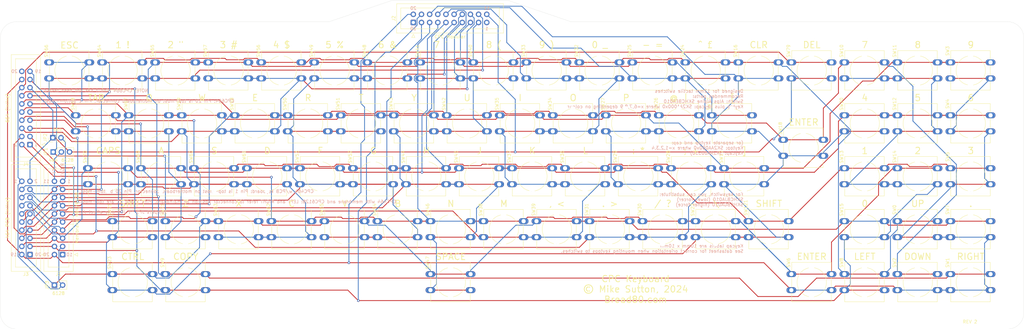
<source format=kicad_pcb>
(kicad_pcb (version 20171130) (host pcbnew "(5.1.10)-1")
  (layers (0 F.Cu signal) (31 B.Cu signal) (34 B.Paste user) (35 F.Paste user) (36 B.SilkS user) (37 F.SilkS user) (38 B.Mask user) (39 F.Mask user) (44 Edge.Cuts user))
  (net 0 "")
  (net 1 Y10)
  (net 2 Y9)
  (net 3 Y8)
  (net 4 Y7)
  (net 5 Y6)
  (net 6 Y5)
  (net 7 Y4)
  (net 8 Y3)
  (net 9 Y2)
  (net 10 X9)
  (net 11 X8)
  (net 12 X7)
  (net 13 X6)
  (net 14 X5)
  (net 15 X4)
  (net 16 X3)
  (net 17 X2)
  (net 18 X1)
  (net 19 Y1)
  (net 20 "Net-(J2-Pad1)")
  (net 21 "Net-(J1-Pad20)")
  (net 22 "Net-(J1-Pad19)")
  (net 23 "Net-(J1-Pad1)")
  (net 24 "Net-(J2-Pad19)")
  (net 25 "Net-(J3-Pad1)")
  (net 26 "Net-(J4-Pad20)")
  (module CPCKeyboard:SKHCBEA010 (layer F.Cu) (at 108.204 105.156)
    (fp_text reference SW59 (at -0.889 -3.556 90) (layer F.SilkS))
    (fp_text value W (at 6.35 -5.461) (layer F.SilkS) (effects (font (size 2 2) (thickness 0.25))))
    (pad "" np_thru_hole circle (at 6.25 7) (size 1.7 1.7) (drill 1.7) (layers *.Cu *.Mask))
    (pad "" np_thru_hole circle (at 6.25 -2) (size 1.7 1.7) (drill 1.7) (layers *.Cu *.Mask))
    (pad 2 thru_hole oval (at 0 5) (size 3.048 1.85) (drill 1.3) (layers *.Cu *.Mask) (net 3 Y8))
    (pad 1 thru_hole oval (at 0 0) (size 3.048 1.85) (drill 1.3) (layers *.Cu *.Mask) (net 15 X4))
    (pad 2 thru_hole oval (at 12.5 5) (size 3.048 1.85) (drill 1.3) (layers *.Cu *.Mask) (net 3 Y8))
    (pad 1 thru_hole oval (at 12.5 0) (size 3.048 1.85) (drill 1.3) (layers *.Cu *.Mask) (net 15 X4))
  )
  (module CPCKeyboard:SKHCBEA010 (layer F.Cu) (at 268.224 138.176)
    (fp_text reference SW22 (at -0.889 -3.556 90) (layer F.SilkS))
    (fp_text value \ (at 6.35 -5.461) (layer F.SilkS) (effects (font (size 2 2) (thickness 0.25))))
    (pad "" np_thru_hole circle (at 6.25 7) (size 1.7 1.7) (drill 1.7) (layers *.Cu *.Mask))
    (pad "" np_thru_hole circle (at 6.25 -2) (size 1.7 1.7) (drill 1.7) (layers *.Cu *.Mask))
    (pad 2 thru_hole oval (at 0 5) (size 3.048 1.85) (drill 1.3) (layers *.Cu *.Mask) (net 8 Y3))
    (pad 1 thru_hole oval (at 0 0) (size 3.048 1.85) (drill 1.3) (layers *.Cu *.Mask) (net 12 X7))
    (pad 2 thru_hole oval (at 12.5 5) (size 3.048 1.85) (drill 1.3) (layers *.Cu *.Mask) (net 8 Y3))
    (pad 1 thru_hole oval (at 12.5 0) (size 3.048 1.85) (drill 1.3) (layers *.Cu *.Mask) (net 12 X7))
  )
  (module CPCKeyboard:SKHCBEA010 (layer F.Cu) (at 284.734 138.176)
    (fp_text reference SW121 (at -0.889 -4.191 90) (layer F.SilkS))
    (fp_text value SHIFT (at 6.35 -5.461) (layer F.SilkS) (effects (font (size 2 2) (thickness 0.25))))
    (pad "" np_thru_hole circle (at 6.25 7) (size 1.7 1.7) (drill 1.7) (layers *.Cu *.Mask))
    (pad "" np_thru_hole circle (at 6.25 -2) (size 1.7 1.7) (drill 1.7) (layers *.Cu *.Mask))
    (pad 2 thru_hole oval (at 0 5) (size 3.048 1.85) (drill 1.3) (layers *.Cu *.Mask) (net 8 Y3))
    (pad 1 thru_hole oval (at 0 0) (size 3.048 1.85) (drill 1.3) (layers *.Cu *.Mask) (net 13 X6))
    (pad 2 thru_hole oval (at 12.5 5) (size 3.048 1.85) (drill 1.3) (layers *.Cu *.Mask) (net 8 Y3))
    (pad 1 thru_hole oval (at 12.5 0) (size 3.048 1.85) (drill 1.3) (layers *.Cu *.Mask) (net 13 X6))
  )
  (module CPCKeyboard:SKHCBEA010 (layer F.Cu) (at 298.069 88.646)
    (fp_text reference SW79 (at -0.889 -3.556 90) (layer F.SilkS))
    (fp_text value DEL (at 6.35 -5.461) (layer F.SilkS) (effects (font (size 2 2) (thickness 0.25))))
    (pad "" np_thru_hole circle (at 6.25 7) (size 1.7 1.7) (drill 1.7) (layers *.Cu *.Mask))
    (pad "" np_thru_hole circle (at 6.25 -2) (size 1.7 1.7) (drill 1.7) (layers *.Cu *.Mask))
    (pad 2 thru_hole oval (at 0 5) (size 3.048 1.85) (drill 1.3) (layers *.Cu *.Mask) (net 1 Y10))
    (pad 1 thru_hole oval (at 0 0) (size 3.048 1.85) (drill 1.3) (layers *.Cu *.Mask) (net 10 X9))
    (pad 2 thru_hole oval (at 12.5 5) (size 3.048 1.85) (drill 1.3) (layers *.Cu *.Mask) (net 1 Y10))
    (pad 1 thru_hole oval (at 12.5 0) (size 3.048 1.85) (drill 1.3) (layers *.Cu *.Mask) (net 10 X9))
  )
  (module CPCKeyboard:SKHCBEA010 (layer F.Cu) (at 103.124 138.176)
    (fp_text reference SW71 (at -0.889 -3.556 90) (layer F.SilkS))
    (fp_text value Z (at 6.35 -5.461) (layer F.SilkS) (effects (font (size 2 2) (thickness 0.25))))
    (pad "" np_thru_hole circle (at 6.25 7) (size 1.7 1.7) (drill 1.7) (layers *.Cu *.Mask))
    (pad "" np_thru_hole circle (at 6.25 -2) (size 1.7 1.7) (drill 1.7) (layers *.Cu *.Mask))
    (pad 2 thru_hole oval (at 0 5) (size 3.048 1.85) (drill 1.3) (layers *.Cu *.Mask) (net 2 Y9))
    (pad 1 thru_hole oval (at 0 0) (size 3.048 1.85) (drill 1.3) (layers *.Cu *.Mask) (net 11 X8))
    (pad 2 thru_hole oval (at 12.5 5) (size 3.048 1.85) (drill 1.3) (layers *.Cu *.Mask) (net 2 Y9))
    (pad 1 thru_hole oval (at 12.5 0) (size 3.048 1.85) (drill 1.3) (layers *.Cu *.Mask) (net 11 X8))
  )
  (module CPCKeyboard:SKHCBEA010 (layer F.Cu) (at 78.994 121.666)
    (fp_text reference SW70 (at -0.889 -3.556 90) (layer F.SilkS))
    (fp_text value CAPS (at 6.35 -5.461) (layer F.SilkS) (effects (font (size 2 2) (thickness 0.25))))
    (pad "" np_thru_hole circle (at 6.25 7) (size 1.7 1.7) (drill 1.7) (layers *.Cu *.Mask))
    (pad "" np_thru_hole circle (at 6.25 -2) (size 1.7 1.7) (drill 1.7) (layers *.Cu *.Mask))
    (pad 2 thru_hole oval (at 0 5) (size 3.048 1.85) (drill 1.3) (layers *.Cu *.Mask) (net 2 Y9))
    (pad 1 thru_hole oval (at 0 0) (size 3.048 1.85) (drill 1.3) (layers *.Cu *.Mask) (net 12 X7))
    (pad 2 thru_hole oval (at 12.5 5) (size 3.048 1.85) (drill 1.3) (layers *.Cu *.Mask) (net 2 Y9))
    (pad 1 thru_hole oval (at 12.5 0) (size 3.048 1.85) (drill 1.3) (layers *.Cu *.Mask) (net 12 X7))
  )
  (module CPCKeyboard:SKHCBEA010 (layer F.Cu) (at 95.504 121.666)
    (fp_text reference SW69 (at -0.889 -3.556 90) (layer F.SilkS))
    (fp_text value A (at 6.35 -5.461) (layer F.SilkS) (effects (font (size 2 2) (thickness 0.25))))
    (pad "" np_thru_hole circle (at 6.25 7) (size 1.7 1.7) (drill 1.7) (layers *.Cu *.Mask))
    (pad "" np_thru_hole circle (at 6.25 -2) (size 1.7 1.7) (drill 1.7) (layers *.Cu *.Mask))
    (pad 2 thru_hole oval (at 0 5) (size 3.048 1.85) (drill 1.3) (layers *.Cu *.Mask) (net 2 Y9))
    (pad 1 thru_hole oval (at 0 0) (size 3.048 1.85) (drill 1.3) (layers *.Cu *.Mask) (net 13 X6))
    (pad 2 thru_hole oval (at 12.5 5) (size 3.048 1.85) (drill 1.3) (layers *.Cu *.Mask) (net 2 Y9))
    (pad 1 thru_hole oval (at 12.5 0) (size 3.048 1.85) (drill 1.3) (layers *.Cu *.Mask) (net 13 X6))
  )
  (module CPCKeyboard:SKHCBEA010 (layer F.Cu) (at 75.184 105.156)
    (fp_text reference SW68 (at -0.889 -3.556 90) (layer F.SilkS))
    (fp_text value TAB (at 6.35 -5.461) (layer F.SilkS) (effects (font (size 2 2) (thickness 0.25))))
    (pad "" np_thru_hole circle (at 6.25 7) (size 1.7 1.7) (drill 1.7) (layers *.Cu *.Mask))
    (pad "" np_thru_hole circle (at 6.25 -2) (size 1.7 1.7) (drill 1.7) (layers *.Cu *.Mask))
    (pad 2 thru_hole oval (at 0 5) (size 3.048 1.85) (drill 1.3) (layers *.Cu *.Mask) (net 2 Y9))
    (pad 1 thru_hole oval (at 0 0) (size 3.048 1.85) (drill 1.3) (layers *.Cu *.Mask) (net 14 X5))
    (pad 2 thru_hole oval (at 12.5 5) (size 3.048 1.85) (drill 1.3) (layers *.Cu *.Mask) (net 2 Y9))
    (pad 1 thru_hole oval (at 12.5 0) (size 3.048 1.85) (drill 1.3) (layers *.Cu *.Mask) (net 14 X5))
  )
  (module CPCKeyboard:SKHCBEA010 (layer F.Cu) (at 91.694 105.156)
    (fp_text reference SW67 (at -0.889 -3.556 90) (layer F.SilkS))
    (fp_text value Q (at 6.35 -5.461) (layer F.SilkS) (effects (font (size 2 2) (thickness 0.25))))
    (pad "" np_thru_hole circle (at 6.25 7) (size 1.7 1.7) (drill 1.7) (layers *.Cu *.Mask))
    (pad "" np_thru_hole circle (at 6.25 -2) (size 1.7 1.7) (drill 1.7) (layers *.Cu *.Mask))
    (pad 2 thru_hole oval (at 0 5) (size 3.048 1.85) (drill 1.3) (layers *.Cu *.Mask) (net 2 Y9))
    (pad 1 thru_hole oval (at 0 0) (size 3.048 1.85) (drill 1.3) (layers *.Cu *.Mask) (net 15 X4))
    (pad 2 thru_hole oval (at 12.5 5) (size 3.048 1.85) (drill 1.3) (layers *.Cu *.Mask) (net 2 Y9))
    (pad 1 thru_hole oval (at 12.5 0) (size 3.048 1.85) (drill 1.3) (layers *.Cu *.Mask) (net 15 X4))
  )
  (module CPCKeyboard:SKHCBEA010 (layer F.Cu) (at 66.929 88.646)
    (fp_text reference SW66 (at -0.889 -3.556 90) (layer F.SilkS))
    (fp_text value ESC (at 6.35 -5.334) (layer F.SilkS) (effects (font (size 2 2) (thickness 0.25))))
    (pad "" np_thru_hole circle (at 6.25 7) (size 1.7 1.7) (drill 1.7) (layers *.Cu *.Mask))
    (pad "" np_thru_hole circle (at 6.25 -2) (size 1.7 1.7) (drill 1.7) (layers *.Cu *.Mask))
    (pad 2 thru_hole oval (at 0 5) (size 3.048 1.85) (drill 1.3) (layers *.Cu *.Mask) (net 2 Y9))
    (pad 1 thru_hole oval (at 0 0) (size 3.048 1.85) (drill 1.3) (layers *.Cu *.Mask) (net 16 X3))
    (pad 2 thru_hole oval (at 12.5 5) (size 3.048 1.85) (drill 1.3) (layers *.Cu *.Mask) (net 2 Y9))
    (pad 1 thru_hole oval (at 12.5 0) (size 3.048 1.85) (drill 1.3) (layers *.Cu *.Mask) (net 16 X3))
  )
  (module CPCKeyboard:SKHCBEA010 (layer F.Cu) (at 99.949 88.646)
    (fp_text reference SW65 (at -0.889 -3.556 90) (layer F.SilkS))
    (fp_text value "2 \"" (at 6.35 -5.461) (layer F.SilkS) (effects (font (size 2 2) (thickness 0.25))))
    (pad "" np_thru_hole circle (at 6.25 7) (size 1.7 1.7) (drill 1.7) (layers *.Cu *.Mask))
    (pad "" np_thru_hole circle (at 6.25 -2) (size 1.7 1.7) (drill 1.7) (layers *.Cu *.Mask))
    (pad 2 thru_hole oval (at 0 5) (size 3.048 1.85) (drill 1.3) (layers *.Cu *.Mask) (net 2 Y9))
    (pad 1 thru_hole oval (at 0 0) (size 3.048 1.85) (drill 1.3) (layers *.Cu *.Mask) (net 17 X2))
    (pad 2 thru_hole oval (at 12.5 5) (size 3.048 1.85) (drill 1.3) (layers *.Cu *.Mask) (net 2 Y9))
    (pad 1 thru_hole oval (at 12.5 0) (size 3.048 1.85) (drill 1.3) (layers *.Cu *.Mask) (net 17 X2))
  )
  (module CPCKeyboard:SKHCBEA010 (layer F.Cu) (at 83.439 88.646)
    (fp_text reference SW64 (at -0.889 -3.556 90) (layer F.SilkS))
    (fp_text value "1 !" (at 6.35 -5.461) (layer F.SilkS) (effects (font (size 2 2) (thickness 0.25))))
    (pad "" np_thru_hole circle (at 6.25 7) (size 1.7 1.7) (drill 1.7) (layers *.Cu *.Mask))
    (pad "" np_thru_hole circle (at 6.25 -2) (size 1.7 1.7) (drill 1.7) (layers *.Cu *.Mask))
    (pad 2 thru_hole oval (at 0 5) (size 3.048 1.85) (drill 1.3) (layers *.Cu *.Mask) (net 2 Y9))
    (pad 1 thru_hole oval (at 0 0) (size 3.048 1.85) (drill 1.3) (layers *.Cu *.Mask) (net 18 X1))
    (pad 2 thru_hole oval (at 12.5 5) (size 3.048 1.85) (drill 1.3) (layers *.Cu *.Mask) (net 2 Y9))
    (pad 1 thru_hole oval (at 12.5 0) (size 3.048 1.85) (drill 1.3) (layers *.Cu *.Mask) (net 18 X1))
  )
  (module CPCKeyboard:SKHCBEA010 (layer F.Cu) (at 119.634 138.176)
    (fp_text reference SW63 (at -0.889 -3.556 90) (layer F.SilkS))
    (fp_text value X (at 6.35 -5.461) (layer F.SilkS) (effects (font (size 2 2) (thickness 0.25))))
    (pad "" np_thru_hole circle (at 6.25 7) (size 1.7 1.7) (drill 1.7) (layers *.Cu *.Mask))
    (pad "" np_thru_hole circle (at 6.25 -2) (size 1.7 1.7) (drill 1.7) (layers *.Cu *.Mask))
    (pad 2 thru_hole oval (at 0 5) (size 3.048 1.85) (drill 1.3) (layers *.Cu *.Mask) (net 3 Y8))
    (pad 1 thru_hole oval (at 0 0) (size 3.048 1.85) (drill 1.3) (layers *.Cu *.Mask) (net 11 X8))
    (pad 2 thru_hole oval (at 12.5 5) (size 3.048 1.85) (drill 1.3) (layers *.Cu *.Mask) (net 3 Y8))
    (pad 1 thru_hole oval (at 12.5 0) (size 3.048 1.85) (drill 1.3) (layers *.Cu *.Mask) (net 11 X8))
  )
  (module CPCKeyboard:SKHCBEA010 (layer F.Cu) (at 136.144 138.176)
    (fp_text reference SW62 (at -0.889 -3.556 90) (layer F.SilkS))
    (fp_text value C (at 6.35 -5.461) (layer F.SilkS) (effects (font (size 2 2) (thickness 0.25))))
    (pad "" np_thru_hole circle (at 6.25 7) (size 1.7 1.7) (drill 1.7) (layers *.Cu *.Mask))
    (pad "" np_thru_hole circle (at 6.25 -2) (size 1.7 1.7) (drill 1.7) (layers *.Cu *.Mask))
    (pad 2 thru_hole oval (at 0 5) (size 3.048 1.85) (drill 1.3) (layers *.Cu *.Mask) (net 3 Y8))
    (pad 1 thru_hole oval (at 0 0) (size 3.048 1.85) (drill 1.3) (layers *.Cu *.Mask) (net 12 X7))
    (pad 2 thru_hole oval (at 12.5 5) (size 3.048 1.85) (drill 1.3) (layers *.Cu *.Mask) (net 3 Y8))
    (pad 1 thru_hole oval (at 12.5 0) (size 3.048 1.85) (drill 1.3) (layers *.Cu *.Mask) (net 12 X7))
  )
  (module CPCKeyboard:SKHCBEA010 (layer F.Cu) (at 128.524 121.666)
    (fp_text reference SW61 (at -0.889 -3.556 90) (layer F.SilkS))
    (fp_text value D (at 6.35 -5.461) (layer F.SilkS) (effects (font (size 2 2) (thickness 0.25))))
    (pad "" np_thru_hole circle (at 6.25 7) (size 1.7 1.7) (drill 1.7) (layers *.Cu *.Mask))
    (pad "" np_thru_hole circle (at 6.25 -2) (size 1.7 1.7) (drill 1.7) (layers *.Cu *.Mask))
    (pad 2 thru_hole oval (at 0 5) (size 3.048 1.85) (drill 1.3) (layers *.Cu *.Mask) (net 3 Y8))
    (pad 1 thru_hole oval (at 0 0) (size 3.048 1.85) (drill 1.3) (layers *.Cu *.Mask) (net 13 X6))
    (pad 2 thru_hole oval (at 12.5 5) (size 3.048 1.85) (drill 1.3) (layers *.Cu *.Mask) (net 3 Y8))
    (pad 1 thru_hole oval (at 12.5 0) (size 3.048 1.85) (drill 1.3) (layers *.Cu *.Mask) (net 13 X6))
  )
  (module CPCKeyboard:SKHCBEA010 (layer F.Cu) (at 112.014 121.666)
    (fp_text reference SW60 (at -0.889 -3.556 90) (layer F.SilkS))
    (fp_text value S (at 6.35 -5.461) (layer F.SilkS) (effects (font (size 2 2) (thickness 0.25))))
    (pad "" np_thru_hole circle (at 6.25 7) (size 1.7 1.7) (drill 1.7) (layers *.Cu *.Mask))
    (pad "" np_thru_hole circle (at 6.25 -2) (size 1.7 1.7) (drill 1.7) (layers *.Cu *.Mask))
    (pad 2 thru_hole oval (at 0 5) (size 3.048 1.85) (drill 1.3) (layers *.Cu *.Mask) (net 3 Y8))
    (pad 1 thru_hole oval (at 0 0) (size 3.048 1.85) (drill 1.3) (layers *.Cu *.Mask) (net 14 X5))
    (pad 2 thru_hole oval (at 12.5 5) (size 3.048 1.85) (drill 1.3) (layers *.Cu *.Mask) (net 3 Y8))
    (pad 1 thru_hole oval (at 12.5 0) (size 3.048 1.85) (drill 1.3) (layers *.Cu *.Mask) (net 14 X5))
  )
  (module CPCKeyboard:SKHCBEA010 (layer F.Cu) (at 124.714 105.156)
    (fp_text reference SW58 (at -0.889 -3.556 90) (layer F.SilkS))
    (fp_text value E (at 6.35 -5.461) (layer F.SilkS) (effects (font (size 2 2) (thickness 0.25))))
    (pad "" np_thru_hole circle (at 6.25 7) (size 1.7 1.7) (drill 1.7) (layers *.Cu *.Mask))
    (pad "" np_thru_hole circle (at 6.25 -2) (size 1.7 1.7) (drill 1.7) (layers *.Cu *.Mask))
    (pad 2 thru_hole oval (at 0 5) (size 3.048 1.85) (drill 1.3) (layers *.Cu *.Mask) (net 3 Y8))
    (pad 1 thru_hole oval (at 0 0) (size 3.048 1.85) (drill 1.3) (layers *.Cu *.Mask) (net 16 X3))
    (pad 2 thru_hole oval (at 12.5 5) (size 3.048 1.85) (drill 1.3) (layers *.Cu *.Mask) (net 3 Y8))
    (pad 1 thru_hole oval (at 12.5 0) (size 3.048 1.85) (drill 1.3) (layers *.Cu *.Mask) (net 16 X3))
  )
  (module CPCKeyboard:SKHCBEA010 (layer F.Cu) (at 116.459 88.646)
    (fp_text reference SW57 (at -0.889 -3.556 90) (layer F.SilkS))
    (fp_text value "3 #" (at 6.35 -5.461) (layer F.SilkS) (effects (font (size 2 2) (thickness 0.25))))
    (pad "" np_thru_hole circle (at 6.25 7) (size 1.7 1.7) (drill 1.7) (layers *.Cu *.Mask))
    (pad "" np_thru_hole circle (at 6.25 -2) (size 1.7 1.7) (drill 1.7) (layers *.Cu *.Mask))
    (pad 2 thru_hole oval (at 0 5) (size 3.048 1.85) (drill 1.3) (layers *.Cu *.Mask) (net 3 Y8))
    (pad 1 thru_hole oval (at 0 0) (size 3.048 1.85) (drill 1.3) (layers *.Cu *.Mask) (net 17 X2))
    (pad 2 thru_hole oval (at 12.5 5) (size 3.048 1.85) (drill 1.3) (layers *.Cu *.Mask) (net 3 Y8))
    (pad 1 thru_hole oval (at 12.5 0) (size 3.048 1.85) (drill 1.3) (layers *.Cu *.Mask) (net 17 X2))
  )
  (module CPCKeyboard:SKHCBEA010 (layer F.Cu) (at 132.969 88.646)
    (fp_text reference SW56 (at -0.889 -3.556 90) (layer F.SilkS))
    (fp_text value "4 $" (at 6.35 -5.461) (layer F.SilkS) (effects (font (size 2 2) (thickness 0.25))))
    (pad "" np_thru_hole circle (at 6.25 7) (size 1.7 1.7) (drill 1.7) (layers *.Cu *.Mask))
    (pad "" np_thru_hole circle (at 6.25 -2) (size 1.7 1.7) (drill 1.7) (layers *.Cu *.Mask))
    (pad 2 thru_hole oval (at 0 5) (size 3.048 1.85) (drill 1.3) (layers *.Cu *.Mask) (net 3 Y8))
    (pad 1 thru_hole oval (at 0 0) (size 3.048 1.85) (drill 1.3) (layers *.Cu *.Mask) (net 18 X1))
    (pad 2 thru_hole oval (at 12.5 5) (size 3.048 1.85) (drill 1.3) (layers *.Cu *.Mask) (net 3 Y8))
    (pad 1 thru_hole oval (at 12.5 0) (size 3.048 1.85) (drill 1.3) (layers *.Cu *.Mask) (net 18 X1))
  )
  (module CPCKeyboard:SKHCBEA010 (layer F.Cu) (at 152.654 138.176)
    (fp_text reference SW55 (at -0.889 -3.556 90) (layer F.SilkS))
    (fp_text value V (at 6.35 -5.461) (layer F.SilkS) (effects (font (size 2 2) (thickness 0.25))))
    (pad "" np_thru_hole circle (at 6.25 7) (size 1.7 1.7) (drill 1.7) (layers *.Cu *.Mask))
    (pad "" np_thru_hole circle (at 6.25 -2) (size 1.7 1.7) (drill 1.7) (layers *.Cu *.Mask))
    (pad 2 thru_hole oval (at 0 5) (size 3.048 1.85) (drill 1.3) (layers *.Cu *.Mask) (net 4 Y7))
    (pad 1 thru_hole oval (at 0 0) (size 3.048 1.85) (drill 1.3) (layers *.Cu *.Mask) (net 11 X8))
    (pad 2 thru_hole oval (at 12.5 5) (size 3.048 1.85) (drill 1.3) (layers *.Cu *.Mask) (net 4 Y7))
    (pad 1 thru_hole oval (at 12.5 0) (size 3.048 1.85) (drill 1.3) (layers *.Cu *.Mask) (net 11 X8))
  )
  (module CPCKeyboard:SKHCBEA010 (layer F.Cu) (at 169.164 138.176)
    (fp_text reference SW54 (at -0.889 -3.556 90) (layer F.SilkS))
    (fp_text value B (at 6.35 -5.461) (layer F.SilkS) (effects (font (size 2 2) (thickness 0.25))))
    (pad "" np_thru_hole circle (at 6.25 7) (size 1.7 1.7) (drill 1.7) (layers *.Cu *.Mask))
    (pad "" np_thru_hole circle (at 6.25 -2) (size 1.7 1.7) (drill 1.7) (layers *.Cu *.Mask))
    (pad 2 thru_hole oval (at 0 5) (size 3.048 1.85) (drill 1.3) (layers *.Cu *.Mask) (net 4 Y7))
    (pad 1 thru_hole oval (at 0 0) (size 3.048 1.85) (drill 1.3) (layers *.Cu *.Mask) (net 12 X7))
    (pad 2 thru_hole oval (at 12.5 5) (size 3.048 1.85) (drill 1.3) (layers *.Cu *.Mask) (net 4 Y7))
    (pad 1 thru_hole oval (at 12.5 0) (size 3.048 1.85) (drill 1.3) (layers *.Cu *.Mask) (net 12 X7))
  )
  (module CPCKeyboard:SKHCBEA010 (layer F.Cu) (at 145.034 121.666)
    (fp_text reference SW53 (at -0.889 -3.556 90) (layer F.SilkS))
    (fp_text value F (at 6.35 -5.461) (layer F.SilkS) (effects (font (size 2 2) (thickness 0.25))))
    (pad "" np_thru_hole circle (at 6.25 7) (size 1.7 1.7) (drill 1.7) (layers *.Cu *.Mask))
    (pad "" np_thru_hole circle (at 6.25 -2) (size 1.7 1.7) (drill 1.7) (layers *.Cu *.Mask))
    (pad 2 thru_hole oval (at 0 5) (size 3.048 1.85) (drill 1.3) (layers *.Cu *.Mask) (net 4 Y7))
    (pad 1 thru_hole oval (at 0 0) (size 3.048 1.85) (drill 1.3) (layers *.Cu *.Mask) (net 13 X6))
    (pad 2 thru_hole oval (at 12.5 5) (size 3.048 1.85) (drill 1.3) (layers *.Cu *.Mask) (net 4 Y7))
    (pad 1 thru_hole oval (at 12.5 0) (size 3.048 1.85) (drill 1.3) (layers *.Cu *.Mask) (net 13 X6))
  )
  (module CPCKeyboard:SKHCBEA010 (layer F.Cu) (at 161.544 121.666)
    (fp_text reference SW52 (at -0.889 -3.556 90) (layer F.SilkS))
    (fp_text value G (at 6.35 -5.461) (layer F.SilkS) (effects (font (size 2 2) (thickness 0.25))))
    (pad "" np_thru_hole circle (at 6.25 7) (size 1.7 1.7) (drill 1.7) (layers *.Cu *.Mask))
    (pad "" np_thru_hole circle (at 6.25 -2) (size 1.7 1.7) (drill 1.7) (layers *.Cu *.Mask))
    (pad 2 thru_hole oval (at 0 5) (size 3.048 1.85) (drill 1.3) (layers *.Cu *.Mask) (net 4 Y7))
    (pad 1 thru_hole oval (at 0 0) (size 3.048 1.85) (drill 1.3) (layers *.Cu *.Mask) (net 14 X5))
    (pad 2 thru_hole oval (at 12.5 5) (size 3.048 1.85) (drill 1.3) (layers *.Cu *.Mask) (net 4 Y7))
    (pad 1 thru_hole oval (at 12.5 0) (size 3.048 1.85) (drill 1.3) (layers *.Cu *.Mask) (net 14 X5))
  )
  (module CPCKeyboard:SKHCBEA010 (layer F.Cu) (at 157.734 105.156)
    (fp_text reference SW51 (at -0.889 -3.556 90) (layer F.SilkS))
    (fp_text value T (at 6.35 -5.461) (layer F.SilkS) (effects (font (size 2 2) (thickness 0.25))))
    (pad "" np_thru_hole circle (at 6.25 7) (size 1.7 1.7) (drill 1.7) (layers *.Cu *.Mask))
    (pad "" np_thru_hole circle (at 6.25 -2) (size 1.7 1.7) (drill 1.7) (layers *.Cu *.Mask))
    (pad 2 thru_hole oval (at 0 5) (size 3.048 1.85) (drill 1.3) (layers *.Cu *.Mask) (net 4 Y7))
    (pad 1 thru_hole oval (at 0 0) (size 3.048 1.85) (drill 1.3) (layers *.Cu *.Mask) (net 15 X4))
    (pad 2 thru_hole oval (at 12.5 5) (size 3.048 1.85) (drill 1.3) (layers *.Cu *.Mask) (net 4 Y7))
    (pad 1 thru_hole oval (at 12.5 0) (size 3.048 1.85) (drill 1.3) (layers *.Cu *.Mask) (net 15 X4))
  )
  (module CPCKeyboard:SKHCBEA010 (layer F.Cu) (at 141.224 105.156)
    (fp_text reference SW50 (at -0.889 -3.556 90) (layer F.SilkS))
    (fp_text value R (at 6.35 -5.461) (layer F.SilkS) (effects (font (size 2 2) (thickness 0.25))))
    (pad "" np_thru_hole circle (at 6.25 7) (size 1.7 1.7) (drill 1.7) (layers *.Cu *.Mask))
    (pad "" np_thru_hole circle (at 6.25 -2) (size 1.7 1.7) (drill 1.7) (layers *.Cu *.Mask))
    (pad 2 thru_hole oval (at 0 5) (size 3.048 1.85) (drill 1.3) (layers *.Cu *.Mask) (net 4 Y7))
    (pad 1 thru_hole oval (at 0 0) (size 3.048 1.85) (drill 1.3) (layers *.Cu *.Mask) (net 16 X3))
    (pad 2 thru_hole oval (at 12.5 5) (size 3.048 1.85) (drill 1.3) (layers *.Cu *.Mask) (net 4 Y7))
    (pad 1 thru_hole oval (at 12.5 0) (size 3.048 1.85) (drill 1.3) (layers *.Cu *.Mask) (net 16 X3))
  )
  (module CPCKeyboard:SKHCBEA010 (layer F.Cu) (at 149.479 88.646)
    (fp_text reference SW49 (at -0.889 -3.556 90) (layer F.SilkS))
    (fp_text value "5 %" (at 6.35 -5.461) (layer F.SilkS) (effects (font (size 2 2) (thickness 0.25))))
    (pad "" np_thru_hole circle (at 6.25 7) (size 1.7 1.7) (drill 1.7) (layers *.Cu *.Mask))
    (pad "" np_thru_hole circle (at 6.25 -2) (size 1.7 1.7) (drill 1.7) (layers *.Cu *.Mask))
    (pad 2 thru_hole oval (at 0 5) (size 3.048 1.85) (drill 1.3) (layers *.Cu *.Mask) (net 4 Y7))
    (pad 1 thru_hole oval (at 0 0) (size 3.048 1.85) (drill 1.3) (layers *.Cu *.Mask) (net 17 X2))
    (pad 2 thru_hole oval (at 12.5 5) (size 3.048 1.85) (drill 1.3) (layers *.Cu *.Mask) (net 4 Y7))
    (pad 1 thru_hole oval (at 12.5 0) (size 3.048 1.85) (drill 1.3) (layers *.Cu *.Mask) (net 17 X2))
  )
  (module CPCKeyboard:SKHCBEA010 (layer F.Cu) (at 165.989 88.646)
    (fp_text reference SW48 (at -0.889 -3.556 90) (layer F.SilkS))
    (fp_text value "6 &" (at 6.35 -5.461) (layer F.SilkS) (effects (font (size 2 2) (thickness 0.25))))
    (pad "" np_thru_hole circle (at 6.25 7) (size 1.7 1.7) (drill 1.7) (layers *.Cu *.Mask))
    (pad "" np_thru_hole circle (at 6.25 -2) (size 1.7 1.7) (drill 1.7) (layers *.Cu *.Mask))
    (pad 2 thru_hole oval (at 0 5) (size 3.048 1.85) (drill 1.3) (layers *.Cu *.Mask) (net 4 Y7))
    (pad 1 thru_hole oval (at 0 0) (size 3.048 1.85) (drill 1.3) (layers *.Cu *.Mask) (net 18 X1))
    (pad 2 thru_hole oval (at 12.5 5) (size 3.048 1.85) (drill 1.3) (layers *.Cu *.Mask) (net 4 Y7))
    (pad 1 thru_hole oval (at 12.5 0) (size 3.048 1.85) (drill 1.3) (layers *.Cu *.Mask) (net 18 X1))
  )
  (module CPCKeyboard:SKHCBEA010 (layer F.Cu) (at 185.674 154.686)
    (fp_text reference SW47 (at -0.889 -3.556 90) (layer F.SilkS))
    (fp_text value SPACE (at 6.35 -5.461) (layer F.SilkS) (effects (font (size 2 2) (thickness 0.25))))
    (pad "" np_thru_hole circle (at 6.25 7) (size 1.7 1.7) (drill 1.7) (layers *.Cu *.Mask))
    (pad "" np_thru_hole circle (at 6.25 -2) (size 1.7 1.7) (drill 1.7) (layers *.Cu *.Mask))
    (pad 2 thru_hole oval (at 0 5) (size 3.048 1.85) (drill 1.3) (layers *.Cu *.Mask) (net 5 Y6))
    (pad 1 thru_hole oval (at 0 0) (size 3.048 1.85) (drill 1.3) (layers *.Cu *.Mask) (net 11 X8))
    (pad 2 thru_hole oval (at 12.5 5) (size 3.048 1.85) (drill 1.3) (layers *.Cu *.Mask) (net 5 Y6))
    (pad 1 thru_hole oval (at 12.5 0) (size 3.048 1.85) (drill 1.3) (layers *.Cu *.Mask) (net 11 X8))
  )
  (module CPCKeyboard:SKHCBEA010 (layer F.Cu) (at 185.674 138.176)
    (fp_text reference SW46 (at -0.889 -3.556 90) (layer F.SilkS))
    (fp_text value N (at 6.35 -5.461) (layer F.SilkS) (effects (font (size 2 2) (thickness 0.25))))
    (pad "" np_thru_hole circle (at 6.25 7) (size 1.7 1.7) (drill 1.7) (layers *.Cu *.Mask))
    (pad "" np_thru_hole circle (at 6.25 -2) (size 1.7 1.7) (drill 1.7) (layers *.Cu *.Mask))
    (pad 2 thru_hole oval (at 0 5) (size 3.048 1.85) (drill 1.3) (layers *.Cu *.Mask) (net 5 Y6))
    (pad 1 thru_hole oval (at 0 0) (size 3.048 1.85) (drill 1.3) (layers *.Cu *.Mask) (net 12 X7))
    (pad 2 thru_hole oval (at 12.5 5) (size 3.048 1.85) (drill 1.3) (layers *.Cu *.Mask) (net 5 Y6))
    (pad 1 thru_hole oval (at 12.5 0) (size 3.048 1.85) (drill 1.3) (layers *.Cu *.Mask) (net 12 X7))
  )
  (module CPCKeyboard:SKHCBEA010 (layer F.Cu) (at 194.564 121.666)
    (fp_text reference SW45 (at -0.889 -3.556 90) (layer F.SilkS))
    (fp_text value J (at 6.35 -5.461) (layer F.SilkS) (effects (font (size 2 2) (thickness 0.25))))
    (pad "" np_thru_hole circle (at 6.25 7) (size 1.7 1.7) (drill 1.7) (layers *.Cu *.Mask))
    (pad "" np_thru_hole circle (at 6.25 -2) (size 1.7 1.7) (drill 1.7) (layers *.Cu *.Mask))
    (pad 2 thru_hole oval (at 0 5) (size 3.048 1.85) (drill 1.3) (layers *.Cu *.Mask) (net 5 Y6))
    (pad 1 thru_hole oval (at 0 0) (size 3.048 1.85) (drill 1.3) (layers *.Cu *.Mask) (net 13 X6))
    (pad 2 thru_hole oval (at 12.5 5) (size 3.048 1.85) (drill 1.3) (layers *.Cu *.Mask) (net 5 Y6))
    (pad 1 thru_hole oval (at 12.5 0) (size 3.048 1.85) (drill 1.3) (layers *.Cu *.Mask) (net 13 X6))
  )
  (module CPCKeyboard:SKHCBEA010 (layer F.Cu) (at 178.054 121.666)
    (fp_text reference SW44 (at -0.889 -3.556 90) (layer F.SilkS))
    (fp_text value H (at 6.35 -5.461) (layer F.SilkS) (effects (font (size 2 2) (thickness 0.25))))
    (pad "" np_thru_hole circle (at 6.25 7) (size 1.7 1.7) (drill 1.7) (layers *.Cu *.Mask))
    (pad "" np_thru_hole circle (at 6.25 -2) (size 1.7 1.7) (drill 1.7) (layers *.Cu *.Mask))
    (pad 2 thru_hole oval (at 0 5) (size 3.048 1.85) (drill 1.3) (layers *.Cu *.Mask) (net 5 Y6))
    (pad 1 thru_hole oval (at 0 0) (size 3.048 1.85) (drill 1.3) (layers *.Cu *.Mask) (net 14 X5))
    (pad 2 thru_hole oval (at 12.5 5) (size 3.048 1.85) (drill 1.3) (layers *.Cu *.Mask) (net 5 Y6))
    (pad 1 thru_hole oval (at 12.5 0) (size 3.048 1.85) (drill 1.3) (layers *.Cu *.Mask) (net 14 X5))
  )
  (module CPCKeyboard:SKHCBEA010 (layer F.Cu) (at 174.244 105.156)
    (fp_text reference SW43 (at -0.889 -3.556 90) (layer F.SilkS))
    (fp_text value Y (at 6.35 -5.461) (layer F.SilkS) (effects (font (size 2 2) (thickness 0.25))))
    (pad "" np_thru_hole circle (at 6.25 7) (size 1.7 1.7) (drill 1.7) (layers *.Cu *.Mask))
    (pad "" np_thru_hole circle (at 6.25 -2) (size 1.7 1.7) (drill 1.7) (layers *.Cu *.Mask))
    (pad 2 thru_hole oval (at 0 5) (size 3.048 1.85) (drill 1.3) (layers *.Cu *.Mask) (net 5 Y6))
    (pad 1 thru_hole oval (at 0 0) (size 3.048 1.85) (drill 1.3) (layers *.Cu *.Mask) (net 15 X4))
    (pad 2 thru_hole oval (at 12.5 5) (size 3.048 1.85) (drill 1.3) (layers *.Cu *.Mask) (net 5 Y6))
    (pad 1 thru_hole oval (at 12.5 0) (size 3.048 1.85) (drill 1.3) (layers *.Cu *.Mask) (net 15 X4))
  )
  (module CPCKeyboard:SKHCBEA010 (layer F.Cu) (at 190.754 105.156)
    (fp_text reference SW42 (at -0.889 -3.556 90) (layer F.SilkS))
    (fp_text value U (at 6.35 -5.461) (layer F.SilkS) (effects (font (size 2 2) (thickness 0.25))))
    (pad "" np_thru_hole circle (at 6.25 7) (size 1.7 1.7) (drill 1.7) (layers *.Cu *.Mask))
    (pad "" np_thru_hole circle (at 6.25 -2) (size 1.7 1.7) (drill 1.7) (layers *.Cu *.Mask))
    (pad 2 thru_hole oval (at 0 5) (size 3.048 1.85) (drill 1.3) (layers *.Cu *.Mask) (net 5 Y6))
    (pad 1 thru_hole oval (at 0 0) (size 3.048 1.85) (drill 1.3) (layers *.Cu *.Mask) (net 16 X3))
    (pad 2 thru_hole oval (at 12.5 5) (size 3.048 1.85) (drill 1.3) (layers *.Cu *.Mask) (net 5 Y6))
    (pad 1 thru_hole oval (at 12.5 0) (size 3.048 1.85) (drill 1.3) (layers *.Cu *.Mask) (net 16 X3))
  )
  (module CPCKeyboard:SKHCBEA010 (layer F.Cu) (at 182.499 88.646)
    (fp_text reference SW41 (at -0.889 -3.556 90) (layer F.SilkS))
    (fp_text value "7 '" (at 6.35 -5.461) (layer F.SilkS) (effects (font (size 2 2) (thickness 0.25))))
    (pad "" np_thru_hole circle (at 6.25 7) (size 1.7 1.7) (drill 1.7) (layers *.Cu *.Mask))
    (pad "" np_thru_hole circle (at 6.25 -2) (size 1.7 1.7) (drill 1.7) (layers *.Cu *.Mask))
    (pad 2 thru_hole oval (at 0 5) (size 3.048 1.85) (drill 1.3) (layers *.Cu *.Mask) (net 5 Y6))
    (pad 1 thru_hole oval (at 0 0) (size 3.048 1.85) (drill 1.3) (layers *.Cu *.Mask) (net 17 X2))
    (pad 2 thru_hole oval (at 12.5 5) (size 3.048 1.85) (drill 1.3) (layers *.Cu *.Mask) (net 5 Y6))
    (pad 1 thru_hole oval (at 12.5 0) (size 3.048 1.85) (drill 1.3) (layers *.Cu *.Mask) (net 17 X2))
  )
  (module CPCKeyboard:SKHCBEA010 (layer F.Cu) (at 199.009 88.646)
    (fp_text reference SW40 (at -0.889 -3.556 90) (layer F.SilkS))
    (fp_text value "8 (" (at 6.35 -5.461) (layer F.SilkS) (effects (font (size 2 2) (thickness 0.25))))
    (pad "" np_thru_hole circle (at 6.25 7) (size 1.7 1.7) (drill 1.7) (layers *.Cu *.Mask))
    (pad "" np_thru_hole circle (at 6.25 -2) (size 1.7 1.7) (drill 1.7) (layers *.Cu *.Mask))
    (pad 2 thru_hole oval (at 0 5) (size 3.048 1.85) (drill 1.3) (layers *.Cu *.Mask) (net 5 Y6))
    (pad 1 thru_hole oval (at 0 0) (size 3.048 1.85) (drill 1.3) (layers *.Cu *.Mask) (net 18 X1))
    (pad 2 thru_hole oval (at 12.5 5) (size 3.048 1.85) (drill 1.3) (layers *.Cu *.Mask) (net 5 Y6))
    (pad 1 thru_hole oval (at 12.5 0) (size 3.048 1.85) (drill 1.3) (layers *.Cu *.Mask) (net 18 X1))
  )
  (module CPCKeyboard:SKHCBEA010 (layer F.Cu) (at 218.694 138.176)
    (fp_text reference SW39 (at -0.889 -3.556 90) (layer F.SilkS))
    (fp_text value ", <" (at 6.35 -5.461) (layer F.SilkS) (effects (font (size 2 2) (thickness 0.25))))
    (pad "" np_thru_hole circle (at 6.25 7) (size 1.7 1.7) (drill 1.7) (layers *.Cu *.Mask))
    (pad "" np_thru_hole circle (at 6.25 -2) (size 1.7 1.7) (drill 1.7) (layers *.Cu *.Mask))
    (pad 2 thru_hole oval (at 0 5) (size 3.048 1.85) (drill 1.3) (layers *.Cu *.Mask) (net 6 Y5))
    (pad 1 thru_hole oval (at 0 0) (size 3.048 1.85) (drill 1.3) (layers *.Cu *.Mask) (net 11 X8))
    (pad 2 thru_hole oval (at 12.5 5) (size 3.048 1.85) (drill 1.3) (layers *.Cu *.Mask) (net 6 Y5))
    (pad 1 thru_hole oval (at 12.5 0) (size 3.048 1.85) (drill 1.3) (layers *.Cu *.Mask) (net 11 X8))
  )
  (module CPCKeyboard:SKHCBEA010 (layer F.Cu) (at 202.184 138.176)
    (fp_text reference SW38 (at -0.889 -3.556 90) (layer F.SilkS))
    (fp_text value M (at 6.35 -5.461) (layer F.SilkS) (effects (font (size 2 2) (thickness 0.25))))
    (pad "" np_thru_hole circle (at 6.25 7) (size 1.7 1.7) (drill 1.7) (layers *.Cu *.Mask))
    (pad "" np_thru_hole circle (at 6.25 -2) (size 1.7 1.7) (drill 1.7) (layers *.Cu *.Mask))
    (pad 2 thru_hole oval (at 0 5) (size 3.048 1.85) (drill 1.3) (layers *.Cu *.Mask) (net 6 Y5))
    (pad 1 thru_hole oval (at 0 0) (size 3.048 1.85) (drill 1.3) (layers *.Cu *.Mask) (net 12 X7))
    (pad 2 thru_hole oval (at 12.5 5) (size 3.048 1.85) (drill 1.3) (layers *.Cu *.Mask) (net 6 Y5))
    (pad 1 thru_hole oval (at 12.5 0) (size 3.048 1.85) (drill 1.3) (layers *.Cu *.Mask) (net 12 X7))
  )
  (module CPCKeyboard:SKHCBEA010 (layer F.Cu) (at 211.074 121.666)
    (fp_text reference SW37 (at -0.889 -3.556 90) (layer F.SilkS))
    (fp_text value K (at 6.35 -5.461) (layer F.SilkS) (effects (font (size 2 2) (thickness 0.25))))
    (pad "" np_thru_hole circle (at 6.25 7) (size 1.7 1.7) (drill 1.7) (layers *.Cu *.Mask))
    (pad "" np_thru_hole circle (at 6.25 -2) (size 1.7 1.7) (drill 1.7) (layers *.Cu *.Mask))
    (pad 2 thru_hole oval (at 0 5) (size 3.048 1.85) (drill 1.3) (layers *.Cu *.Mask) (net 6 Y5))
    (pad 1 thru_hole oval (at 0 0) (size 3.048 1.85) (drill 1.3) (layers *.Cu *.Mask) (net 13 X6))
    (pad 2 thru_hole oval (at 12.5 5) (size 3.048 1.85) (drill 1.3) (layers *.Cu *.Mask) (net 6 Y5))
    (pad 1 thru_hole oval (at 12.5 0) (size 3.048 1.85) (drill 1.3) (layers *.Cu *.Mask) (net 13 X6))
  )
  (module CPCKeyboard:SKHCBEA010 (layer F.Cu) (at 227.584 121.666)
    (fp_text reference SW36 (at -0.889 -3.556 90) (layer F.SilkS))
    (fp_text value L (at 6.35 -5.461) (layer F.SilkS) (effects (font (size 2 2) (thickness 0.25))))
    (pad "" np_thru_hole circle (at 6.25 7) (size 1.7 1.7) (drill 1.7) (layers *.Cu *.Mask))
    (pad "" np_thru_hole circle (at 6.25 -2) (size 1.7 1.7) (drill 1.7) (layers *.Cu *.Mask))
    (pad 2 thru_hole oval (at 0 5) (size 3.048 1.85) (drill 1.3) (layers *.Cu *.Mask) (net 6 Y5))
    (pad 1 thru_hole oval (at 0 0) (size 3.048 1.85) (drill 1.3) (layers *.Cu *.Mask) (net 14 X5))
    (pad 2 thru_hole oval (at 12.5 5) (size 3.048 1.85) (drill 1.3) (layers *.Cu *.Mask) (net 6 Y5))
    (pad 1 thru_hole oval (at 12.5 0) (size 3.048 1.85) (drill 1.3) (layers *.Cu *.Mask) (net 14 X5))
  )
  (module CPCKeyboard:SKHCBEA010 (layer F.Cu) (at 207.264 105.156)
    (fp_text reference SW35 (at -0.889 -3.556 90) (layer F.SilkS))
    (fp_text value I (at 6.35 -5.461) (layer F.SilkS) (effects (font (size 2 2) (thickness 0.25))))
    (pad "" np_thru_hole circle (at 6.25 7) (size 1.7 1.7) (drill 1.7) (layers *.Cu *.Mask))
    (pad "" np_thru_hole circle (at 6.25 -2) (size 1.7 1.7) (drill 1.7) (layers *.Cu *.Mask))
    (pad 2 thru_hole oval (at 0 5) (size 3.048 1.85) (drill 1.3) (layers *.Cu *.Mask) (net 6 Y5))
    (pad 1 thru_hole oval (at 0 0) (size 3.048 1.85) (drill 1.3) (layers *.Cu *.Mask) (net 15 X4))
    (pad 2 thru_hole oval (at 12.5 5) (size 3.048 1.85) (drill 1.3) (layers *.Cu *.Mask) (net 6 Y5))
    (pad 1 thru_hole oval (at 12.5 0) (size 3.048 1.85) (drill 1.3) (layers *.Cu *.Mask) (net 15 X4))
  )
  (module CPCKeyboard:SKHCBEA010 (layer F.Cu) (at 223.774 105.156)
    (fp_text reference SW34 (at -0.889 -3.556 270) (layer F.SilkS))
    (fp_text value O (at 6.35 -5.461) (layer F.SilkS) (effects (font (size 2 2) (thickness 0.25))))
    (pad "" np_thru_hole circle (at 6.25 7) (size 1.7 1.7) (drill 1.7) (layers *.Cu *.Mask))
    (pad "" np_thru_hole circle (at 6.25 -2) (size 1.7 1.7) (drill 1.7) (layers *.Cu *.Mask))
    (pad 2 thru_hole oval (at 0 5) (size 3.048 1.85) (drill 1.3) (layers *.Cu *.Mask) (net 6 Y5))
    (pad 1 thru_hole oval (at 0 0) (size 3.048 1.85) (drill 1.3) (layers *.Cu *.Mask) (net 16 X3))
    (pad 2 thru_hole oval (at 12.5 5) (size 3.048 1.85) (drill 1.3) (layers *.Cu *.Mask) (net 6 Y5))
    (pad 1 thru_hole oval (at 12.5 0) (size 3.048 1.85) (drill 1.3) (layers *.Cu *.Mask) (net 16 X3))
  )
  (module CPCKeyboard:SKHCBEA010 (layer F.Cu) (at 215.519 88.646)
    (fp_text reference SW33 (at -0.889 -3.556 90) (layer F.SilkS))
    (fp_text value "9 )" (at 6.35 -5.461) (layer F.SilkS) (effects (font (size 2 2) (thickness 0.25))))
    (pad "" np_thru_hole circle (at 6.25 7) (size 1.7 1.7) (drill 1.7) (layers *.Cu *.Mask))
    (pad "" np_thru_hole circle (at 6.25 -2) (size 1.7 1.7) (drill 1.7) (layers *.Cu *.Mask))
    (pad 2 thru_hole oval (at 0 5) (size 3.048 1.85) (drill 1.3) (layers *.Cu *.Mask) (net 6 Y5))
    (pad 1 thru_hole oval (at 0 0) (size 3.048 1.85) (drill 1.3) (layers *.Cu *.Mask) (net 17 X2))
    (pad 2 thru_hole oval (at 12.5 5) (size 3.048 1.85) (drill 1.3) (layers *.Cu *.Mask) (net 6 Y5))
    (pad 1 thru_hole oval (at 12.5 0) (size 3.048 1.85) (drill 1.3) (layers *.Cu *.Mask) (net 17 X2))
  )
  (module CPCKeyboard:SKHCBEA010 (layer F.Cu) (at 232.029 88.646)
    (fp_text reference SW32 (at -0.889 -3.556 270) (layer F.SilkS))
    (fp_text value "0 _" (at 6.35 -5.461) (layer F.SilkS) (effects (font (size 2 2) (thickness 0.25))))
    (pad "" np_thru_hole circle (at 6.25 7) (size 1.7 1.7) (drill 1.7) (layers *.Cu *.Mask))
    (pad "" np_thru_hole circle (at 6.25 -2) (size 1.7 1.7) (drill 1.7) (layers *.Cu *.Mask))
    (pad 2 thru_hole oval (at 0 5) (size 3.048 1.85) (drill 1.3) (layers *.Cu *.Mask) (net 6 Y5))
    (pad 1 thru_hole oval (at 0 0) (size 3.048 1.85) (drill 1.3) (layers *.Cu *.Mask) (net 18 X1))
    (pad 2 thru_hole oval (at 12.5 5) (size 3.048 1.85) (drill 1.3) (layers *.Cu *.Mask) (net 6 Y5))
    (pad 1 thru_hole oval (at 12.5 0) (size 3.048 1.85) (drill 1.3) (layers *.Cu *.Mask) (net 18 X1))
  )
  (module CPCKeyboard:SKHCBEA010 (layer F.Cu) (at 235.204 138.176)
    (fp_text reference SW31 (at -0.889 -3.556 90) (layer F.SilkS))
    (fp_text value ". >" (at 6.35 -5.461) (layer F.SilkS) (effects (font (size 2 2) (thickness 0.25))))
    (pad "" np_thru_hole circle (at 6.25 7) (size 1.7 1.7) (drill 1.7) (layers *.Cu *.Mask))
    (pad "" np_thru_hole circle (at 6.25 -2) (size 1.7 1.7) (drill 1.7) (layers *.Cu *.Mask))
    (pad 2 thru_hole oval (at 0 5) (size 3.048 1.85) (drill 1.3) (layers *.Cu *.Mask) (net 7 Y4))
    (pad 1 thru_hole oval (at 0 0) (size 3.048 1.85) (drill 1.3) (layers *.Cu *.Mask) (net 11 X8))
    (pad 2 thru_hole oval (at 12.5 5) (size 3.048 1.85) (drill 1.3) (layers *.Cu *.Mask) (net 7 Y4))
    (pad 1 thru_hole oval (at 12.5 0) (size 3.048 1.85) (drill 1.3) (layers *.Cu *.Mask) (net 11 X8))
  )
  (module CPCKeyboard:SKHCBEA010 (layer F.Cu) (at 251.714 138.176)
    (fp_text reference SW30 (at -0.889 -3.556 90) (layer F.SilkS))
    (fp_text value "/ ?" (at 6.35 -5.461) (layer F.SilkS) (effects (font (size 2 2) (thickness 0.25))))
    (pad "" np_thru_hole circle (at 6.25 7) (size 1.7 1.7) (drill 1.7) (layers *.Cu *.Mask))
    (pad "" np_thru_hole circle (at 6.25 -2) (size 1.7 1.7) (drill 1.7) (layers *.Cu *.Mask))
    (pad 2 thru_hole oval (at 0 5) (size 3.048 1.85) (drill 1.3) (layers *.Cu *.Mask) (net 7 Y4))
    (pad 1 thru_hole oval (at 0 0) (size 3.048 1.85) (drill 1.3) (layers *.Cu *.Mask) (net 12 X7))
    (pad 2 thru_hole oval (at 12.5 5) (size 3.048 1.85) (drill 1.3) (layers *.Cu *.Mask) (net 7 Y4))
    (pad 1 thru_hole oval (at 12.5 0) (size 3.048 1.85) (drill 1.3) (layers *.Cu *.Mask) (net 12 X7))
  )
  (module CPCKeyboard:SKHCBEA010 (layer F.Cu) (at 244.094 121.666)
    (fp_text reference SW29 (at -0.889 -3.556 90) (layer F.SilkS))
    (fp_text value ": *" (at 6.35 -5.461) (layer F.SilkS) (effects (font (size 2 2) (thickness 0.25))))
    (pad "" np_thru_hole circle (at 6.25 7) (size 1.7 1.7) (drill 1.7) (layers *.Cu *.Mask))
    (pad "" np_thru_hole circle (at 6.25 -2) (size 1.7 1.7) (drill 1.7) (layers *.Cu *.Mask))
    (pad 2 thru_hole oval (at 0 5) (size 3.048 1.85) (drill 1.3) (layers *.Cu *.Mask) (net 7 Y4))
    (pad 1 thru_hole oval (at 0 0) (size 3.048 1.85) (drill 1.3) (layers *.Cu *.Mask) (net 13 X6))
    (pad 2 thru_hole oval (at 12.5 5) (size 3.048 1.85) (drill 1.3) (layers *.Cu *.Mask) (net 7 Y4))
    (pad 1 thru_hole oval (at 12.5 0) (size 3.048 1.85) (drill 1.3) (layers *.Cu *.Mask) (net 13 X6))
  )
  (module CPCKeyboard:SKHCBEA010 (layer F.Cu) (at 260.604 121.666)
    (fp_text reference SW28 (at -0.889 -3.556 90) (layer F.SilkS))
    (fp_text value "; +" (at 6.35 -5.461) (layer F.SilkS) (effects (font (size 2 2) (thickness 0.25))))
    (pad "" np_thru_hole circle (at 6.25 7) (size 1.7 1.7) (drill 1.7) (layers *.Cu *.Mask))
    (pad "" np_thru_hole circle (at 6.25 -2) (size 1.7 1.7) (drill 1.7) (layers *.Cu *.Mask))
    (pad 2 thru_hole oval (at 0 5) (size 3.048 1.85) (drill 1.3) (layers *.Cu *.Mask) (net 7 Y4))
    (pad 1 thru_hole oval (at 0 0) (size 3.048 1.85) (drill 1.3) (layers *.Cu *.Mask) (net 14 X5))
    (pad 2 thru_hole oval (at 12.5 5) (size 3.048 1.85) (drill 1.3) (layers *.Cu *.Mask) (net 7 Y4))
    (pad 1 thru_hole oval (at 12.5 0) (size 3.048 1.85) (drill 1.3) (layers *.Cu *.Mask) (net 14 X5))
  )
  (module CPCKeyboard:SKHCBEA010 (layer F.Cu) (at 240.284 105.156)
    (fp_text reference SW27 (at -0.889 -3.556 90) (layer F.SilkS))
    (fp_text value P (at 6.35 -5.461) (layer F.SilkS) (effects (font (size 2 2) (thickness 0.25))))
    (pad "" np_thru_hole circle (at 6.25 7) (size 1.7 1.7) (drill 1.7) (layers *.Cu *.Mask))
    (pad "" np_thru_hole circle (at 6.25 -2) (size 1.7 1.7) (drill 1.7) (layers *.Cu *.Mask))
    (pad 2 thru_hole oval (at 0 5) (size 3.048 1.85) (drill 1.3) (layers *.Cu *.Mask) (net 7 Y4))
    (pad 1 thru_hole oval (at 0 0) (size 3.048 1.85) (drill 1.3) (layers *.Cu *.Mask) (net 15 X4))
    (pad 2 thru_hole oval (at 12.5 5) (size 3.048 1.85) (drill 1.3) (layers *.Cu *.Mask) (net 7 Y4))
    (pad 1 thru_hole oval (at 12.5 0) (size 3.048 1.85) (drill 1.3) (layers *.Cu *.Mask) (net 15 X4))
  )
  (module CPCKeyboard:SKHCBEA010 (layer F.Cu) (at 256.794 105.156)
    (fp_text reference SW26 (at -0.889 -3.556 90) (layer F.SilkS))
    (fp_text value "@ |" (at 6.35 -5.461) (layer F.SilkS) (effects (font (size 2 2) (thickness 0.25))))
    (pad "" np_thru_hole circle (at 6.25 7) (size 1.7 1.7) (drill 1.7) (layers *.Cu *.Mask))
    (pad "" np_thru_hole circle (at 6.25 -2) (size 1.7 1.7) (drill 1.7) (layers *.Cu *.Mask))
    (pad 2 thru_hole oval (at 0 5) (size 3.048 1.85) (drill 1.3) (layers *.Cu *.Mask) (net 7 Y4))
    (pad 1 thru_hole oval (at 0 0) (size 3.048 1.85) (drill 1.3) (layers *.Cu *.Mask) (net 16 X3))
    (pad 2 thru_hole oval (at 12.5 5) (size 3.048 1.85) (drill 1.3) (layers *.Cu *.Mask) (net 7 Y4))
    (pad 1 thru_hole oval (at 12.5 0) (size 3.048 1.85) (drill 1.3) (layers *.Cu *.Mask) (net 16 X3))
  )
  (module CPCKeyboard:SKHCBEA010 (layer F.Cu) (at 248.539 88.646)
    (fp_text reference SW25 (at -0.889 -3.556 90) (layer F.SilkS))
    (fp_text value "- =" (at 6.35 -5.461) (layer F.SilkS) (effects (font (size 2 2) (thickness 0.25))))
    (pad "" np_thru_hole circle (at 6.25 7) (size 1.7 1.7) (drill 1.7) (layers *.Cu *.Mask))
    (pad "" np_thru_hole circle (at 6.25 -2) (size 1.7 1.7) (drill 1.7) (layers *.Cu *.Mask))
    (pad 2 thru_hole oval (at 0 5) (size 3.048 1.85) (drill 1.3) (layers *.Cu *.Mask) (net 7 Y4))
    (pad 1 thru_hole oval (at 0 0) (size 3.048 1.85) (drill 1.3) (layers *.Cu *.Mask) (net 17 X2))
    (pad 2 thru_hole oval (at 12.5 5) (size 3.048 1.85) (drill 1.3) (layers *.Cu *.Mask) (net 7 Y4))
    (pad 1 thru_hole oval (at 12.5 0) (size 3.048 1.85) (drill 1.3) (layers *.Cu *.Mask) (net 17 X2))
  )
  (module CPCKeyboard:SKHCBEA010 (layer F.Cu) (at 265.049 88.646)
    (fp_text reference SW24 (at -0.889 -3.556 90) (layer F.SilkS))
    (fp_text value "^ £" (at 6.35 -5.461) (layer F.SilkS) (effects (font (size 2 2) (thickness 0.25))))
    (pad "" np_thru_hole circle (at 6.25 7) (size 1.7 1.7) (drill 1.7) (layers *.Cu *.Mask))
    (pad "" np_thru_hole circle (at 6.25 -2) (size 1.7 1.7) (drill 1.7) (layers *.Cu *.Mask))
    (pad 2 thru_hole oval (at 0 5) (size 3.048 1.85) (drill 1.3) (layers *.Cu *.Mask) (net 7 Y4))
    (pad 1 thru_hole oval (at 0 0) (size 3.048 1.85) (drill 1.3) (layers *.Cu *.Mask) (net 18 X1))
    (pad 2 thru_hole oval (at 12.5 5) (size 3.048 1.85) (drill 1.3) (layers *.Cu *.Mask) (net 7 Y4))
    (pad 1 thru_hole oval (at 12.5 0) (size 3.048 1.85) (drill 1.3) (layers *.Cu *.Mask) (net 18 X1))
  )
  (module CPCKeyboard:SKHCBEA010 (layer F.Cu) (at 86.614 154.686)
    (fp_text reference SW23 (at -0.889 -3.556 90) (layer F.SilkS))
    (fp_text value CTRL (at 6.35 -5.461) (layer F.SilkS) (effects (font (size 2 2) (thickness 0.25))))
    (pad "" np_thru_hole circle (at 6.25 7) (size 1.7 1.7) (drill 1.7) (layers *.Cu *.Mask))
    (pad "" np_thru_hole circle (at 6.25 -2) (size 1.7 1.7) (drill 1.7) (layers *.Cu *.Mask))
    (pad 2 thru_hole oval (at 0 5) (size 3.048 1.85) (drill 1.3) (layers *.Cu *.Mask) (net 8 Y3))
    (pad 1 thru_hole oval (at 0 0) (size 3.048 1.85) (drill 1.3) (layers *.Cu *.Mask) (net 11 X8))
    (pad 2 thru_hole oval (at 12.5 5) (size 3.048 1.85) (drill 1.3) (layers *.Cu *.Mask) (net 8 Y3))
    (pad 1 thru_hole oval (at 12.5 0) (size 3.048 1.85) (drill 1.3) (layers *.Cu *.Mask) (net 11 X8))
  )
  (module CPCKeyboard:SKHCBEA010 (layer F.Cu) (at 86.614 138.176)
    (fp_text reference SW21 (at -0.889 -3.556 90) (layer F.SilkS))
    (fp_text value SHIFT (at 6.35 -5.461) (layer F.SilkS) (effects (font (size 2 2) (thickness 0.25))))
    (pad "" np_thru_hole circle (at 6.25 7) (size 1.7 1.7) (drill 1.7) (layers *.Cu *.Mask))
    (pad "" np_thru_hole circle (at 6.25 -2) (size 1.7 1.7) (drill 1.7) (layers *.Cu *.Mask))
    (pad 2 thru_hole oval (at 0 5) (size 3.048 1.85) (drill 1.3) (layers *.Cu *.Mask) (net 8 Y3))
    (pad 1 thru_hole oval (at 0 0) (size 3.048 1.85) (drill 1.3) (layers *.Cu *.Mask) (net 13 X6))
    (pad 2 thru_hole oval (at 12.5 5) (size 3.048 1.85) (drill 1.3) (layers *.Cu *.Mask) (net 8 Y3))
    (pad 1 thru_hole oval (at 12.5 0) (size 3.048 1.85) (drill 1.3) (layers *.Cu *.Mask) (net 13 X6))
  )
  (module CPCKeyboard:SKHCBEA010 (layer F.Cu) (at 314.579 105.156)
    (fp_text reference SW20 (at -0.889 -3.556 90) (layer F.SilkS))
    (fp_text value 4 (at 6.35 -5.461) (layer F.SilkS) (effects (font (size 2 2) (thickness 0.25))))
    (pad "" np_thru_hole circle (at 6.25 7) (size 1.7 1.7) (drill 1.7) (layers *.Cu *.Mask))
    (pad "" np_thru_hole circle (at 6.25 -2) (size 1.7 1.7) (drill 1.7) (layers *.Cu *.Mask))
    (pad 2 thru_hole oval (at 0 5) (size 3.048 1.85) (drill 1.3) (layers *.Cu *.Mask) (net 8 Y3))
    (pad 1 thru_hole oval (at 0 0) (size 3.048 1.85) (drill 1.3) (layers *.Cu *.Mask) (net 14 X5))
    (pad 2 thru_hole oval (at 12.5 5) (size 3.048 1.85) (drill 1.3) (layers *.Cu *.Mask) (net 8 Y3))
    (pad 1 thru_hole oval (at 12.5 0) (size 3.048 1.85) (drill 1.3) (layers *.Cu *.Mask) (net 14 X5))
  )
  (module CPCKeyboard:SKHCBEA010 (layer F.Cu) (at 277.114 121.666)
    (fp_text reference SW19 (at -0.889 -3.556 90) (layer F.SilkS))
    (fp_text value ] (at 6.35 -5.461) (layer F.SilkS) (effects (font (size 2 2) (thickness 0.25))))
    (pad "" np_thru_hole circle (at 6.25 7) (size 1.7 1.7) (drill 1.7) (layers *.Cu *.Mask))
    (pad "" np_thru_hole circle (at 6.25 -2) (size 1.7 1.7) (drill 1.7) (layers *.Cu *.Mask))
    (pad 2 thru_hole oval (at 0 5) (size 3.048 1.85) (drill 1.3) (layers *.Cu *.Mask) (net 8 Y3))
    (pad 1 thru_hole oval (at 0 0) (size 3.048 1.85) (drill 1.3) (layers *.Cu *.Mask) (net 15 X4))
    (pad 2 thru_hole oval (at 12.5 5) (size 3.048 1.85) (drill 1.3) (layers *.Cu *.Mask) (net 8 Y3))
    (pad 1 thru_hole oval (at 12.5 0) (size 3.048 1.85) (drill 1.3) (layers *.Cu *.Mask) (net 15 X4))
  )
  (module CPCKeyboard:SKHCBEA010 (layer F.Cu) (at 295.529 112.776)
    (fp_text reference SW18 (at -0.889 -3.556 90) (layer F.SilkS))
    (fp_text value ENTER (at 6.35 -5.461) (layer F.SilkS) (effects (font (size 2 2) (thickness 0.25))))
    (pad "" np_thru_hole circle (at 6.25 7) (size 1.7 1.7) (drill 1.7) (layers *.Cu *.Mask))
    (pad "" np_thru_hole circle (at 6.25 -2) (size 1.7 1.7) (drill 1.7) (layers *.Cu *.Mask))
    (pad 2 thru_hole oval (at 0 5) (size 3.048 1.85) (drill 1.3) (layers *.Cu *.Mask) (net 8 Y3))
    (pad 1 thru_hole oval (at 0 0) (size 3.048 1.85) (drill 1.3) (layers *.Cu *.Mask) (net 16 X3))
    (pad 2 thru_hole oval (at 12.5 5) (size 3.048 1.85) (drill 1.3) (layers *.Cu *.Mask) (net 8 Y3))
    (pad 1 thru_hole oval (at 12.5 0) (size 3.048 1.85) (drill 1.3) (layers *.Cu *.Mask) (net 16 X3))
  )
  (module CPCKeyboard:SKHCBEA010 (layer F.Cu) (at 273.304 105.156)
    (fp_text reference SW17 (at -0.889 -3.556 90) (layer F.SilkS))
    (fp_text value [ (at 6.35 -5.461) (layer F.SilkS) (effects (font (size 2 2) (thickness 0.25))))
    (pad "" np_thru_hole circle (at 6.25 7) (size 1.7 1.7) (drill 1.7) (layers *.Cu *.Mask))
    (pad "" np_thru_hole circle (at 6.25 -2) (size 1.7 1.7) (drill 1.7) (layers *.Cu *.Mask))
    (pad 2 thru_hole oval (at 0 5) (size 3.048 1.85) (drill 1.3) (layers *.Cu *.Mask) (net 8 Y3))
    (pad 1 thru_hole oval (at 0 0) (size 3.048 1.85) (drill 1.3) (layers *.Cu *.Mask) (net 17 X2))
    (pad 2 thru_hole oval (at 12.5 5) (size 3.048 1.85) (drill 1.3) (layers *.Cu *.Mask) (net 8 Y3))
    (pad 1 thru_hole oval (at 12.5 0) (size 3.048 1.85) (drill 1.3) (layers *.Cu *.Mask) (net 17 X2))
  )
  (module CPCKeyboard:SKHCBEA010 (layer F.Cu) (at 281.559 88.646)
    (fp_text reference SW16 (at -0.889 -3.556 90) (layer F.SilkS))
    (fp_text value CLR (at 6.35 -5.461) (layer F.SilkS) (effects (font (size 2 2) (thickness 0.25))))
    (pad "" np_thru_hole circle (at 6.25 7) (size 1.7 1.7) (drill 1.7) (layers *.Cu *.Mask))
    (pad "" np_thru_hole circle (at 6.25 -2) (size 1.7 1.7) (drill 1.7) (layers *.Cu *.Mask))
    (pad 2 thru_hole oval (at 0 5) (size 3.048 1.85) (drill 1.3) (layers *.Cu *.Mask) (net 8 Y3))
    (pad 1 thru_hole oval (at 0 0) (size 3.048 1.85) (drill 1.3) (layers *.Cu *.Mask) (net 18 X1))
    (pad 2 thru_hole oval (at 12.5 5) (size 3.048 1.85) (drill 1.3) (layers *.Cu *.Mask) (net 8 Y3))
    (pad 1 thru_hole oval (at 12.5 0) (size 3.048 1.85) (drill 1.3) (layers *.Cu *.Mask) (net 18 X1))
  )
  (module CPCKeyboard:SKHCBEA010 (layer F.Cu) (at 314.579 138.176)
    (fp_text reference SW15 (at -0.889 -3.556 90) (layer F.SilkS))
    (fp_text value 0 (at 6.35 -5.461) (layer F.SilkS) (effects (font (size 2 2) (thickness 0.25))))
    (pad "" np_thru_hole circle (at 6.25 7) (size 1.7 1.7) (drill 1.7) (layers *.Cu *.Mask))
    (pad "" np_thru_hole circle (at 6.25 -2) (size 1.7 1.7) (drill 1.7) (layers *.Cu *.Mask))
    (pad 2 thru_hole oval (at 0 5) (size 3.048 1.85) (drill 1.3) (layers *.Cu *.Mask) (net 9 Y2))
    (pad 1 thru_hole oval (at 0 0) (size 3.048 1.85) (drill 1.3) (layers *.Cu *.Mask) (net 11 X8))
    (pad 2 thru_hole oval (at 12.5 5) (size 3.048 1.85) (drill 1.3) (layers *.Cu *.Mask) (net 9 Y2))
    (pad 1 thru_hole oval (at 12.5 0) (size 3.048 1.85) (drill 1.3) (layers *.Cu *.Mask) (net 11 X8))
  )
  (module CPCKeyboard:SKHCBEA010 (layer F.Cu) (at 331.089 121.666)
    (fp_text reference SW14 (at -0.889 -3.556 90) (layer F.SilkS))
    (fp_text value 2 (at 6.35 -5.461) (layer F.SilkS) (effects (font (size 2 2) (thickness 0.25))))
    (pad "" np_thru_hole circle (at 6.25 7) (size 1.7 1.7) (drill 1.7) (layers *.Cu *.Mask))
    (pad "" np_thru_hole circle (at 6.25 -2) (size 1.7 1.7) (drill 1.7) (layers *.Cu *.Mask))
    (pad 2 thru_hole oval (at 0 5) (size 3.048 1.85) (drill 1.3) (layers *.Cu *.Mask) (net 9 Y2))
    (pad 1 thru_hole oval (at 0 0) (size 3.048 1.85) (drill 1.3) (layers *.Cu *.Mask) (net 12 X7))
    (pad 2 thru_hole oval (at 12.5 5) (size 3.048 1.85) (drill 1.3) (layers *.Cu *.Mask) (net 9 Y2))
    (pad 1 thru_hole oval (at 12.5 0) (size 3.048 1.85) (drill 1.3) (layers *.Cu *.Mask) (net 12 X7))
  )
  (module CPCKeyboard:SKHCBEA010 (layer F.Cu) (at 314.579 121.666)
    (fp_text reference SW13 (at -0.889 -3.556 90) (layer F.SilkS))
    (fp_text value 1 (at 6.35 -5.461) (layer F.SilkS) (effects (font (size 2 2) (thickness 0.25))))
    (pad "" np_thru_hole circle (at 6.25 7) (size 1.7 1.7) (drill 1.7) (layers *.Cu *.Mask))
    (pad "" np_thru_hole circle (at 6.25 -2) (size 1.7 1.7) (drill 1.7) (layers *.Cu *.Mask))
    (pad 2 thru_hole oval (at 0 5) (size 3.048 1.85) (drill 1.3) (layers *.Cu *.Mask) (net 9 Y2))
    (pad 1 thru_hole oval (at 0 0) (size 3.048 1.85) (drill 1.3) (layers *.Cu *.Mask) (net 13 X6))
    (pad 2 thru_hole oval (at 12.5 5) (size 3.048 1.85) (drill 1.3) (layers *.Cu *.Mask) (net 9 Y2))
    (pad 1 thru_hole oval (at 12.5 0) (size 3.048 1.85) (drill 1.3) (layers *.Cu *.Mask) (net 13 X6))
  )
  (module CPCKeyboard:SKHCBEA010 (layer F.Cu) (at 331.089 105.156)
    (fp_text reference SW12 (at -0.889 -3.556 90) (layer F.SilkS))
    (fp_text value 5 (at 6.35 -5.461) (layer F.SilkS) (effects (font (size 2 2) (thickness 0.25))))
    (pad "" np_thru_hole circle (at 6.25 7) (size 1.7 1.7) (drill 1.7) (layers *.Cu *.Mask))
    (pad "" np_thru_hole circle (at 6.25 -2) (size 1.7 1.7) (drill 1.7) (layers *.Cu *.Mask))
    (pad 2 thru_hole oval (at 0 5) (size 3.048 1.85) (drill 1.3) (layers *.Cu *.Mask) (net 9 Y2))
    (pad 1 thru_hole oval (at 0 0) (size 3.048 1.85) (drill 1.3) (layers *.Cu *.Mask) (net 14 X5))
    (pad 2 thru_hole oval (at 12.5 5) (size 3.048 1.85) (drill 1.3) (layers *.Cu *.Mask) (net 9 Y2))
    (pad 1 thru_hole oval (at 12.5 0) (size 3.048 1.85) (drill 1.3) (layers *.Cu *.Mask) (net 14 X5))
  )
  (module CPCKeyboard:SKHCBEA010 (layer F.Cu) (at 331.089 88.646)
    (fp_text reference SW11 (at -0.889 -3.556 90) (layer F.SilkS))
    (fp_text value 8 (at 6.35 -5.461) (layer F.SilkS) (effects (font (size 2 2) (thickness 0.25))))
    (pad "" np_thru_hole circle (at 6.25 7) (size 1.7 1.7) (drill 1.7) (layers *.Cu *.Mask))
    (pad "" np_thru_hole circle (at 6.25 -2) (size 1.7 1.7) (drill 1.7) (layers *.Cu *.Mask))
    (pad 2 thru_hole oval (at 0 5) (size 3.048 1.85) (drill 1.3) (layers *.Cu *.Mask) (net 9 Y2))
    (pad 1 thru_hole oval (at 0 0) (size 3.048 1.85) (drill 1.3) (layers *.Cu *.Mask) (net 15 X4))
    (pad 2 thru_hole oval (at 12.5 5) (size 3.048 1.85) (drill 1.3) (layers *.Cu *.Mask) (net 9 Y2))
    (pad 1 thru_hole oval (at 12.5 0) (size 3.048 1.85) (drill 1.3) (layers *.Cu *.Mask) (net 15 X4))
  )
  (module CPCKeyboard:SKHCBEA010 (layer F.Cu) (at 314.579 88.646)
    (fp_text reference SW10 (at -0.889 -3.556 90) (layer F.SilkS))
    (fp_text value 7 (at 6.35 -5.461) (layer F.SilkS) (effects (font (size 2 2) (thickness 0.25))))
    (pad "" np_thru_hole circle (at 6.25 7) (size 1.7 1.7) (drill 1.7) (layers *.Cu *.Mask))
    (pad "" np_thru_hole circle (at 6.25 -2) (size 1.7 1.7) (drill 1.7) (layers *.Cu *.Mask))
    (pad 2 thru_hole oval (at 0 5) (size 3.048 1.85) (drill 1.3) (layers *.Cu *.Mask) (net 9 Y2))
    (pad 1 thru_hole oval (at 0 0) (size 3.048 1.85) (drill 1.3) (layers *.Cu *.Mask) (net 16 X3))
    (pad 2 thru_hole oval (at 12.5 5) (size 3.048 1.85) (drill 1.3) (layers *.Cu *.Mask) (net 9 Y2))
    (pad 1 thru_hole oval (at 12.5 0) (size 3.048 1.85) (drill 1.3) (layers *.Cu *.Mask) (net 16 X3))
  )
  (module CPCKeyboard:SKHCBEA010 (layer F.Cu) (at 103.124 154.686)
    (fp_text reference SW9 (at -0.889 -3.556 90) (layer F.SilkS))
    (fp_text value COPY (at 6.35 -5.461) (layer F.SilkS) (effects (font (size 2 2) (thickness 0.25))))
    (pad "" np_thru_hole circle (at 6.25 7) (size 1.7 1.7) (drill 1.7) (layers *.Cu *.Mask))
    (pad "" np_thru_hole circle (at 6.25 -2) (size 1.7 1.7) (drill 1.7) (layers *.Cu *.Mask))
    (pad 2 thru_hole oval (at 0 5) (size 3.048 1.85) (drill 1.3) (layers *.Cu *.Mask) (net 9 Y2))
    (pad 1 thru_hole oval (at 0 0) (size 3.048 1.85) (drill 1.3) (layers *.Cu *.Mask) (net 17 X2))
    (pad 2 thru_hole oval (at 12.5 5) (size 3.048 1.85) (drill 1.3) (layers *.Cu *.Mask) (net 9 Y2))
    (pad 1 thru_hole oval (at 12.5 0) (size 3.048 1.85) (drill 1.3) (layers *.Cu *.Mask) (net 17 X2))
  )
  (module CPCKeyboard:SKHCBEA010 (layer F.Cu) (at 314.579 154.686)
    (fp_text reference SW8 (at -0.889 -3.556 90) (layer F.SilkS))
    (fp_text value LEFT (at 6.35 -5.461) (layer F.SilkS) (effects (font (size 2 2) (thickness 0.25))))
    (pad "" np_thru_hole circle (at 6.25 7) (size 1.7 1.7) (drill 1.7) (layers *.Cu *.Mask))
    (pad "" np_thru_hole circle (at 6.25 -2) (size 1.7 1.7) (drill 1.7) (layers *.Cu *.Mask))
    (pad 2 thru_hole oval (at 0 5) (size 3.048 1.85) (drill 1.3) (layers *.Cu *.Mask) (net 9 Y2))
    (pad 1 thru_hole oval (at 0 0) (size 3.048 1.85) (drill 1.3) (layers *.Cu *.Mask) (net 18 X1))
    (pad 2 thru_hole oval (at 12.5 5) (size 3.048 1.85) (drill 1.3) (layers *.Cu *.Mask) (net 9 Y2))
    (pad 1 thru_hole oval (at 12.5 0) (size 3.048 1.85) (drill 1.3) (layers *.Cu *.Mask) (net 18 X1))
  )
  (module CPCKeyboard:SKHCBEA010 (layer F.Cu) (at 347.599 138.176)
    (fp_text reference SW7 (at -0.889 -3.556 90) (layer F.SilkS))
    (fp_text value . (at 6.35 -5.461) (layer F.SilkS) (effects (font (size 2 2) (thickness 0.25))))
    (pad "" np_thru_hole circle (at 6.25 7) (size 1.7 1.7) (drill 1.7) (layers *.Cu *.Mask))
    (pad "" np_thru_hole circle (at 6.25 -2) (size 1.7 1.7) (drill 1.7) (layers *.Cu *.Mask))
    (pad 2 thru_hole oval (at 0 5) (size 3.048 1.85) (drill 1.3) (layers *.Cu *.Mask) (net 19 Y1))
    (pad 1 thru_hole oval (at 0 0) (size 3.048 1.85) (drill 1.3) (layers *.Cu *.Mask) (net 11 X8))
    (pad 2 thru_hole oval (at 12.5 5) (size 3.048 1.85) (drill 1.3) (layers *.Cu *.Mask) (net 19 Y1))
    (pad 1 thru_hole oval (at 12.5 0) (size 3.048 1.85) (drill 1.3) (layers *.Cu *.Mask) (net 11 X8))
  )
  (module CPCKeyboard:SKHCBEA010 (layer F.Cu) (at 298.069 154.686)
    (fp_text reference SW6 (at -0.889 -3.556 90) (layer F.SilkS))
    (fp_text value ENTER (at 6.35 -5.461) (layer F.SilkS) (effects (font (size 2 2) (thickness 0.25))))
    (pad "" np_thru_hole circle (at 6.25 7) (size 1.7 1.7) (drill 1.7) (layers *.Cu *.Mask))
    (pad "" np_thru_hole circle (at 6.25 -2) (size 1.7 1.7) (drill 1.7) (layers *.Cu *.Mask))
    (pad 2 thru_hole oval (at 0 5) (size 3.048 1.85) (drill 1.3) (layers *.Cu *.Mask) (net 19 Y1))
    (pad 1 thru_hole oval (at 0 0) (size 3.048 1.85) (drill 1.3) (layers *.Cu *.Mask) (net 12 X7))
    (pad 2 thru_hole oval (at 12.5 5) (size 3.048 1.85) (drill 1.3) (layers *.Cu *.Mask) (net 19 Y1))
    (pad 1 thru_hole oval (at 12.5 0) (size 3.048 1.85) (drill 1.3) (layers *.Cu *.Mask) (net 12 X7))
  )
  (module CPCKeyboard:SKHCBEA010 (layer F.Cu) (at 347.599 121.666)
    (fp_text reference SW5 (at -0.889 -3.556 90) (layer F.SilkS))
    (fp_text value 3 (at 6.35 -5.461) (layer F.SilkS) (effects (font (size 2 2) (thickness 0.25))))
    (pad "" np_thru_hole circle (at 6.25 7) (size 1.7 1.7) (drill 1.7) (layers *.Cu *.Mask))
    (pad "" np_thru_hole circle (at 6.25 -2) (size 1.7 1.7) (drill 1.7) (layers *.Cu *.Mask))
    (pad 2 thru_hole oval (at 0 5) (size 3.048 1.85) (drill 1.3) (layers *.Cu *.Mask) (net 19 Y1))
    (pad 1 thru_hole oval (at 0 0) (size 3.048 1.85) (drill 1.3) (layers *.Cu *.Mask) (net 13 X6))
    (pad 2 thru_hole oval (at 12.5 5) (size 3.048 1.85) (drill 1.3) (layers *.Cu *.Mask) (net 19 Y1))
    (pad 1 thru_hole oval (at 12.5 0) (size 3.048 1.85) (drill 1.3) (layers *.Cu *.Mask) (net 13 X6))
  )
  (module CPCKeyboard:SKHCBEA010 (layer F.Cu) (at 347.599 105.156)
    (fp_text reference SW4 (at -0.889 -3.556 90) (layer F.SilkS))
    (fp_text value 6 (at 6.35 -5.461) (layer F.SilkS) (effects (font (size 2 2) (thickness 0.25))))
    (pad "" np_thru_hole circle (at 6.25 7) (size 1.7 1.7) (drill 1.7) (layers *.Cu *.Mask))
    (pad "" np_thru_hole circle (at 6.25 -2) (size 1.7 1.7) (drill 1.7) (layers *.Cu *.Mask))
    (pad 2 thru_hole oval (at 0 5) (size 3.048 1.85) (drill 1.3) (layers *.Cu *.Mask) (net 19 Y1))
    (pad 1 thru_hole oval (at 0 0) (size 3.048 1.85) (drill 1.3) (layers *.Cu *.Mask) (net 14 X5))
    (pad 2 thru_hole oval (at 12.5 5) (size 3.048 1.85) (drill 1.3) (layers *.Cu *.Mask) (net 19 Y1))
    (pad 1 thru_hole oval (at 12.5 0) (size 3.048 1.85) (drill 1.3) (layers *.Cu *.Mask) (net 14 X5))
  )
  (module CPCKeyboard:SKHCBEA010 (layer F.Cu) (at 347.599 88.646)
    (fp_text reference SW3 (at -0.889 -3.556 90) (layer F.SilkS))
    (fp_text value 9 (at 6.35 -5.461) (layer F.SilkS) (effects (font (size 2 2) (thickness 0.25))))
    (pad "" np_thru_hole circle (at 6.25 7) (size 1.7 1.7) (drill 1.7) (layers *.Cu *.Mask))
    (pad "" np_thru_hole circle (at 6.25 -2) (size 1.7 1.7) (drill 1.7) (layers *.Cu *.Mask))
    (pad 2 thru_hole oval (at 0 5) (size 3.048 1.85) (drill 1.3) (layers *.Cu *.Mask) (net 19 Y1))
    (pad 1 thru_hole oval (at 0 0) (size 3.048 1.85) (drill 1.3) (layers *.Cu *.Mask) (net 15 X4))
    (pad 2 thru_hole oval (at 12.5 5) (size 3.048 1.85) (drill 1.3) (layers *.Cu *.Mask) (net 19 Y1))
    (pad 1 thru_hole oval (at 12.5 0) (size 3.048 1.85) (drill 1.3) (layers *.Cu *.Mask) (net 15 X4))
  )
  (module CPCKeyboard:SKHCBEA010 (layer F.Cu) (at 331.089 154.686)
    (fp_text reference SW2 (at -0.889 -3.556 90) (layer F.SilkS))
    (fp_text value DOWN (at 6.35 -5.461) (layer F.SilkS) (effects (font (size 2 2) (thickness 0.25))))
    (pad "" np_thru_hole circle (at 6.25 7) (size 1.7 1.7) (drill 1.7) (layers *.Cu *.Mask))
    (pad "" np_thru_hole circle (at 6.25 -2) (size 1.7 1.7) (drill 1.7) (layers *.Cu *.Mask))
    (pad 2 thru_hole oval (at 0 5) (size 3.048 1.85) (drill 1.3) (layers *.Cu *.Mask) (net 19 Y1))
    (pad 1 thru_hole oval (at 0 0) (size 3.048 1.85) (drill 1.3) (layers *.Cu *.Mask) (net 16 X3))
    (pad 2 thru_hole oval (at 12.5 5) (size 3.048 1.85) (drill 1.3) (layers *.Cu *.Mask) (net 19 Y1))
    (pad 1 thru_hole oval (at 12.5 0) (size 3.048 1.85) (drill 1.3) (layers *.Cu *.Mask) (net 16 X3))
  )
  (module CPCKeyboard:SKHCBEA010 (layer F.Cu) (at 347.599 154.686)
    (fp_text reference SW1 (at -0.889 -3.556 90) (layer F.SilkS))
    (fp_text value RIGHT (at 6.35 -5.461) (layer F.SilkS) (effects (font (size 2 2) (thickness 0.25))))
    (pad "" np_thru_hole circle (at 6.25 7) (size 1.7 1.7) (drill 1.7) (layers *.Cu *.Mask))
    (pad "" np_thru_hole circle (at 6.25 -2) (size 1.7 1.7) (drill 1.7) (layers *.Cu *.Mask))
    (pad 2 thru_hole oval (at 0 5) (size 3.048 1.85) (drill 1.3) (layers *.Cu *.Mask) (net 19 Y1))
    (pad 1 thru_hole oval (at 0 0) (size 3.048 1.85) (drill 1.3) (layers *.Cu *.Mask) (net 17 X2))
    (pad 2 thru_hole oval (at 12.5 5) (size 3.048 1.85) (drill 1.3) (layers *.Cu *.Mask) (net 19 Y1))
    (pad 1 thru_hole oval (at 12.5 0) (size 3.048 1.85) (drill 1.3) (layers *.Cu *.Mask) (net 17 X2))
  )
  (module CPCKeyboard:SKHCBEA010 (layer F.Cu) (at 331.089 138.176)
    (fp_text reference SW0 (at -0.889 -3.556 90) (layer F.SilkS))
    (fp_text value UP (at 6.35 -5.461) (layer F.SilkS) (effects (font (size 2 2) (thickness 0.25))))
    (pad "" np_thru_hole circle (at 6.25 7) (size 1.7 1.7) (drill 1.7) (layers *.Cu *.Mask))
    (pad "" np_thru_hole circle (at 6.25 -2) (size 1.7 1.7) (drill 1.7) (layers *.Cu *.Mask))
    (pad 2 thru_hole oval (at 0 5) (size 3.048 1.85) (drill 1.3) (layers *.Cu *.Mask) (net 19 Y1))
    (pad 1 thru_hole oval (at 0 0) (size 3.048 1.85) (drill 1.3) (layers *.Cu *.Mask) (net 18 X1))
    (pad 2 thru_hole oval (at 12.5 5) (size 3.048 1.85) (drill 1.3) (layers *.Cu *.Mask) (net 19 Y1))
    (pad 1 thru_hole oval (at 12.5 0) (size 3.048 1.85) (drill 1.3) (layers *.Cu *.Mask) (net 18 X1))
  )
  (module Connector_IDC:IDC-Header_2x10_P2.54mm_Vertical (layer F.Cu) (at 71.12 148.59 180)
    (fp_text reference J1 (at 1.27 -6.1) (layer F.SilkS))
    (fp_text value "Membrane 464/6128" (at -4.445 11.43 90) (layer F.SilkS))
    (pad 20 thru_hole circle (at 2.54 22.86 180) (size 1.7 1.7) (drill 1) (layers *.Cu *.Mask) (net 21 "Net-(J1-Pad20)"))
    (pad 18 thru_hole circle (at 2.54 20.32 180) (size 1.7 1.7) (drill 1) (layers *.Cu *.Mask) (net 2 Y9))
    (pad 16 thru_hole circle (at 2.54 17.78 180) (size 1.7 1.7) (drill 1) (layers *.Cu *.Mask) (net 3 Y8))
    (pad 14 thru_hole circle (at 2.54 15.24 180) (size 1.7 1.7) (drill 1) (layers *.Cu *.Mask) (net 4 Y7))
    (pad 12 thru_hole circle (at 2.54 12.7 180) (size 1.7 1.7) (drill 1) (layers *.Cu *.Mask) (net 5 Y6))
    (pad 10 thru_hole circle (at 2.54 10.16 180) (size 1.7 1.7) (drill 1) (layers *.Cu *.Mask) (net 6 Y5))
    (pad 8 thru_hole circle (at 2.54 7.62 180) (size 1.7 1.7) (drill 1) (layers *.Cu *.Mask) (net 7 Y4))
    (pad 6 thru_hole circle (at 2.54 5.08 180) (size 1.7 1.7) (drill 1) (layers *.Cu *.Mask) (net 8 Y3))
    (pad 4 thru_hole circle (at 2.54 2.54 180) (size 1.7 1.7) (drill 1) (layers *.Cu *.Mask) (net 9 Y2))
    (pad 2 thru_hole circle (at 2.54 0 180) (size 1.7 1.7) (drill 1) (layers *.Cu *.Mask) (net 19 Y1))
    (pad 19 thru_hole circle (at 0 22.86 180) (size 1.7 1.7) (drill 1) (layers *.Cu *.Mask) (net 22 "Net-(J1-Pad19)"))
    (pad 17 thru_hole circle (at 0 20.32 180) (size 1.7 1.7) (drill 1) (layers *.Cu *.Mask) (net 18 X1))
    (pad 15 thru_hole circle (at 0 17.78 180) (size 1.7 1.7) (drill 1) (layers *.Cu *.Mask) (net 17 X2))
    (pad 13 thru_hole circle (at 0 15.24 180) (size 1.7 1.7) (drill 1) (layers *.Cu *.Mask) (net 16 X3))
    (pad 11 thru_hole circle (at 0 12.7 180) (size 1.7 1.7) (drill 1) (layers *.Cu *.Mask) (net 15 X4))
    (pad 9 thru_hole circle (at 0 10.16 180) (size 1.7 1.7) (drill 1) (layers *.Cu *.Mask) (net 14 X5))
    (pad 7 thru_hole circle (at 0 7.62 180) (size 1.7 1.7) (drill 1) (layers *.Cu *.Mask) (net 13 X6))
    (pad 5 thru_hole circle (at 0 5.08 180) (size 1.7 1.7) (drill 1) (layers *.Cu *.Mask) (net 12 X7))
    (pad 3 thru_hole circle (at 0 2.54 180) (size 1.7 1.7) (drill 1) (layers *.Cu *.Mask) (net 10 X9))
    (pad 1 thru_hole roundrect (at 0 0 180) (size 1.7 1.7) (drill 1) (layers *.Cu *.Mask) (roundrect_rratio 0.147059) (net 23 "Net-(J1-Pad1)"))
  )
  (module Connector_IDC:IDC-Header_2x10_P2.54mm_Vertical (layer F.Cu) (at 60.96 114.3 180)
    (fp_text reference J4 (at 1.27 -6.1) (layer F.SilkS))
    (fp_text value "664 (Inline)" (at 6.985 11.43 90) (layer F.SilkS))
    (pad 20 thru_hole circle (at 2.54 22.86 180) (size 1.7 1.7) (drill 1) (layers *.Cu *.Mask) (net 26 "Net-(J4-Pad20)"))
    (pad 18 thru_hole circle (at 2.54 20.32 180) (size 1.7 1.7) (drill 1) (layers *.Cu *.Mask) (net 19 Y1))
    (pad 16 thru_hole circle (at 2.54 17.78 180) (size 1.7 1.7) (drill 1) (layers *.Cu *.Mask) (net 10 X9))
    (pad 14 thru_hole circle (at 2.54 15.24 180) (size 1.7 1.7) (drill 1) (layers *.Cu *.Mask) (net 18 X1))
    (pad 12 thru_hole circle (at 2.54 12.7 180) (size 1.7 1.7) (drill 1) (layers *.Cu *.Mask) (net 16 X3))
    (pad 10 thru_hole circle (at 2.54 10.16 180) (size 1.7 1.7) (drill 1) (layers *.Cu *.Mask) (net 14 X5))
    (pad 8 thru_hole circle (at 2.54 7.62 180) (size 1.7 1.7) (drill 1) (layers *.Cu *.Mask) (net 12 X7))
    (pad 6 thru_hole circle (at 2.54 5.08 180) (size 1.7 1.7) (drill 1) (layers *.Cu *.Mask) (net 3 Y8))
    (pad 4 thru_hole circle (at 2.54 2.54 180) (size 1.7 1.7) (drill 1) (layers *.Cu *.Mask) (net 5 Y6))
    (pad 2 thru_hole circle (at 2.54 0 180) (size 1.7 1.7) (drill 1) (layers *.Cu *.Mask) (net 7 Y4))
    (pad 19 thru_hole circle (at 0 22.86 180) (size 1.7 1.7) (drill 1) (layers *.Cu *.Mask) (net 11 X8))
    (pad 17 thru_hole circle (at 0 20.32 180) (size 1.7 1.7) (drill 1) (layers *.Cu *.Mask) (net 9 Y2))
    (pad 15 thru_hole circle (at 0 17.78 180) (size 1.7 1.7) (drill 1) (layers *.Cu *.Mask) (net 1 Y10))
    (pad 13 thru_hole circle (at 0 15.24 180) (size 1.7 1.7) (drill 1) (layers *.Cu *.Mask) (net 17 X2))
    (pad 11 thru_hole circle (at 0 12.7 180) (size 1.7 1.7) (drill 1) (layers *.Cu *.Mask) (net 15 X4))
    (pad 9 thru_hole circle (at 0 10.16 180) (size 1.7 1.7) (drill 1) (layers *.Cu *.Mask) (net 13 X6))
    (pad 7 thru_hole circle (at 0 7.62 180) (size 1.7 1.7) (drill 1) (layers *.Cu *.Mask) (net 2 Y9))
    (pad 5 thru_hole circle (at 0 5.08 180) (size 1.7 1.7) (drill 1) (layers *.Cu *.Mask) (net 4 Y7))
    (pad 3 thru_hole circle (at 0 2.54 180) (size 1.7 1.7) (drill 1) (layers *.Cu *.Mask) (net 6 Y5))
    (pad 1 thru_hole roundrect (at 0 0 180) (size 1.7 1.7) (drill 1) (layers *.Cu *.Mask) (roundrect_rratio 0.147059) (net 8 Y3))
  )
  (module Connector_IDC:IDC-Header_2x10_P2.54mm_Vertical (layer F.Cu) (at 60.96 148.59 180)
    (fp_text reference J3 (at 1.27 -6.1) (layer F.SilkS))
    (fp_text value "464 PCB (Inline)" (at 6.985 11.43 90) (layer F.SilkS))
    (pad 20 thru_hole circle (at 2.54 22.86 180) (size 1.7 1.7) (drill 1) (layers *.Cu *.Mask) (net 10 X9))
    (pad 18 thru_hole circle (at 2.54 20.32 180) (size 1.7 1.7) (drill 1) (layers *.Cu *.Mask) (net 18 X1))
    (pad 16 thru_hole circle (at 2.54 17.78 180) (size 1.7 1.7) (drill 1) (layers *.Cu *.Mask) (net 16 X3))
    (pad 14 thru_hole circle (at 2.54 15.24 180) (size 1.7 1.7) (drill 1) (layers *.Cu *.Mask) (net 14 X5))
    (pad 12 thru_hole circle (at 2.54 12.7 180) (size 1.7 1.7) (drill 1) (layers *.Cu *.Mask) (net 12 X7))
    (pad 10 thru_hole circle (at 2.54 10.16 180) (size 1.7 1.7) (drill 1) (layers *.Cu *.Mask) (net 2 Y9))
    (pad 8 thru_hole circle (at 2.54 7.62 180) (size 1.7 1.7) (drill 1) (layers *.Cu *.Mask) (net 4 Y7))
    (pad 6 thru_hole circle (at 2.54 5.08 180) (size 1.7 1.7) (drill 1) (layers *.Cu *.Mask) (net 6 Y5))
    (pad 4 thru_hole circle (at 2.54 2.54 180) (size 1.7 1.7) (drill 1) (layers *.Cu *.Mask) (net 8 Y3))
    (pad 2 thru_hole circle (at 2.54 0 180) (size 1.7 1.7) (drill 1) (layers *.Cu *.Mask) (net 19 Y1))
    (pad 19 thru_hole circle (at 0 22.86 180) (size 1.7 1.7) (drill 1) (layers *.Cu *.Mask) (net 1 Y10))
    (pad 17 thru_hole circle (at 0 20.32 180) (size 1.7 1.7) (drill 1) (layers *.Cu *.Mask) (net 17 X2))
    (pad 15 thru_hole circle (at 0 17.78 180) (size 1.7 1.7) (drill 1) (layers *.Cu *.Mask) (net 15 X4))
    (pad 13 thru_hole circle (at 0 15.24 180) (size 1.7 1.7) (drill 1) (layers *.Cu *.Mask) (net 13 X6))
    (pad 11 thru_hole circle (at 0 12.7 180) (size 1.7 1.7) (drill 1) (layers *.Cu *.Mask) (net 11 X8))
    (pad 9 thru_hole circle (at 0 10.16 180) (size 1.7 1.7) (drill 1) (layers *.Cu *.Mask) (net 3 Y8))
    (pad 7 thru_hole circle (at 0 7.62 180) (size 1.7 1.7) (drill 1) (layers *.Cu *.Mask) (net 5 Y6))
    (pad 5 thru_hole circle (at 0 5.08 180) (size 1.7 1.7) (drill 1) (layers *.Cu *.Mask) (net 7 Y4))
    (pad 3 thru_hole circle (at 0 2.54 180) (size 1.7 1.7) (drill 1) (layers *.Cu *.Mask) (net 9 Y2))
    (pad 1 thru_hole roundrect (at 0 0 180) (size 1.7 1.7) (drill 1) (layers *.Cu *.Mask) (roundrect_rratio 0.147059) (net 25 "Net-(J3-Pad1)"))
  )
  (module Connector_IDC:IDC-Header_2x10_P2.54mm_Vertical (layer F.Cu) (at 180.34 76.2 90)
    (fp_text reference J2 (at 1.27 -6.1 90) (layer F.SilkS))
    (fp_text value "CPC Modular")
    (pad 20 thru_hole circle (at 2.54 22.86 90) (size 1.7 1.7) (drill 1) (layers *.Cu *.Mask) (net 1 Y10))
    (pad 18 thru_hole circle (at 2.54 20.32 90) (size 1.7 1.7) (drill 1) (layers *.Cu *.Mask) (net 2 Y9))
    (pad 16 thru_hole circle (at 2.54 17.78 90) (size 1.7 1.7) (drill 1) (layers *.Cu *.Mask) (net 3 Y8))
    (pad 14 thru_hole circle (at 2.54 15.24 90) (size 1.7 1.7) (drill 1) (layers *.Cu *.Mask) (net 4 Y7))
    (pad 12 thru_hole circle (at 2.54 12.7 90) (size 1.7 1.7) (drill 1) (layers *.Cu *.Mask) (net 5 Y6))
    (pad 10 thru_hole circle (at 2.54 10.16 90) (size 1.7 1.7) (drill 1) (layers *.Cu *.Mask) (net 6 Y5))
    (pad 8 thru_hole circle (at 2.54 7.62 90) (size 1.7 1.7) (drill 1) (layers *.Cu *.Mask) (net 7 Y4))
    (pad 6 thru_hole circle (at 2.54 5.08 90) (size 1.7 1.7) (drill 1) (layers *.Cu *.Mask) (net 8 Y3))
    (pad 4 thru_hole circle (at 2.54 2.54 90) (size 1.7 1.7) (drill 1) (layers *.Cu *.Mask) (net 9 Y2))
    (pad 2 thru_hole circle (at 2.54 0 90) (size 1.7 1.7) (drill 1) (layers *.Cu *.Mask) (net 19 Y1))
    (pad 19 thru_hole circle (at 0 22.86 90) (size 1.7 1.7) (drill 1) (layers *.Cu *.Mask) (net 24 "Net-(J2-Pad19)"))
    (pad 17 thru_hole circle (at 0 20.32 90) (size 1.7 1.7) (drill 1) (layers *.Cu *.Mask) (net 18 X1))
    (pad 15 thru_hole circle (at 0 17.78 90) (size 1.7 1.7) (drill 1) (layers *.Cu *.Mask) (net 17 X2))
    (pad 13 thru_hole circle (at 0 15.24 90) (size 1.7 1.7) (drill 1) (layers *.Cu *.Mask) (net 16 X3))
    (pad 11 thru_hole circle (at 0 12.7 90) (size 1.7 1.7) (drill 1) (layers *.Cu *.Mask) (net 15 X4))
    (pad 9 thru_hole circle (at 0 10.16 90) (size 1.7 1.7) (drill 1) (layers *.Cu *.Mask) (net 14 X5))
    (pad 7 thru_hole circle (at 0 7.62 90) (size 1.7 1.7) (drill 1) (layers *.Cu *.Mask) (net 13 X6))
    (pad 5 thru_hole circle (at 0 5.08 90) (size 1.7 1.7) (drill 1) (layers *.Cu *.Mask) (net 12 X7))
    (pad 3 thru_hole circle (at 0 2.54 90) (size 1.7 1.7) (drill 1) (layers *.Cu *.Mask) (net 11 X8))
    (pad 1 thru_hole roundrect (at 0 0 90) (size 1.7 1.7) (drill 1) (layers *.Cu *.Mask) (roundrect_rratio 0.147059) (net 20 "Net-(J2-Pad1)"))
  )
  (module MountingHole:MountingHole_3.2mm_M3_DIN965 (layer F.Cu) (at 365.379 166.751)
    (fp_text reference H15 hide)
    (fp_text value MountingHole)
    (pad 1 np_thru_hole circle (at 0 0) (size 3.2 3.2) (drill 3.2) (layers *.Cu *.Mask))
  )
  (module MountingHole:MountingHole_3.2mm_M3_DIN965 (layer F.Cu) (at 295.91 166.37)
    (fp_text reference H14 hide)
    (fp_text value MountingHole)
    (pad 1 np_thru_hole circle (at 0 0) (size 3.2 3.2) (drill 3.2) (layers *.Cu *.Mask))
  )
  (module MountingHole:MountingHole_3.2mm_M3_DIN965 (layer F.Cu) (at 213.36 166.37)
    (fp_text reference H13 hide)
    (fp_text value MountingHole)
    (pad 1 np_thru_hole circle (at 0 0) (size 3.2 3.2) (drill 3.2) (layers *.Cu *.Mask))
  )
  (module MountingHole:MountingHole_3.2mm_M3_DIN965 (layer F.Cu) (at 130.81 166.751)
    (fp_text reference H12 hide)
    (fp_text value MountingHole)
    (pad 1 np_thru_hole circle (at 0 0) (size 3.2 3.2) (drill 3.2) (layers *.Cu *.Mask))
  )
  (module MountingHole:MountingHole_3.2mm_M3_DIN965 (layer F.Cu) (at 56.769 166.751)
    (fp_text reference H11 hide)
    (fp_text value MountingHole)
    (pad 1 np_thru_hole circle (at 0 0) (size 3.2 3.2) (drill 3.2) (layers *.Cu *.Mask))
  )
  (module MountingHole:MountingHole_3.2mm_M3_DIN965 (layer F.Cu) (at 365.379 81.026)
    (fp_text reference H5 hide)
    (fp_text value MountingHole)
    (pad 1 np_thru_hole circle (at 0 0) (size 3.2 3.2) (drill 3.2) (layers *.Cu *.Mask))
  )
  (module MountingHole:MountingHole_3.2mm_M3_DIN965 (layer F.Cu) (at 295.91 81.026)
    (fp_text reference H4 hide)
    (fp_text value MountingHole)
    (pad 1 np_thru_hole circle (at 0 0) (size 3.2 3.2) (drill 3.2) (layers *.Cu *.Mask))
  )
  (module MountingHole:MountingHole_3.2mm_M3_DIN965 (layer F.Cu) (at 213.36 81.026)
    (fp_text reference H3 hide)
    (fp_text value MountingHole)
    (pad 1 np_thru_hole circle (at 0 0) (size 3.2 3.2) (drill 3.2) (layers *.Cu *.Mask))
  )
  (module MountingHole:MountingHole_3.2mm_M3_DIN965 (layer F.Cu) (at 130.81 81.28)
    (fp_text reference H2 hide)
    (fp_text value MountingHole)
    (pad 1 np_thru_hole circle (at 0 0) (size 3.2 3.2) (drill 3.2) (layers *.Cu *.Mask))
  )
  (module MountingHole:MountingHole_3.2mm_M3_DIN965 (layer F.Cu) (at 56.896 81.026)
    (fp_text reference H1 hide)
    (fp_text value MountingHole)
    (pad 1 np_thru_hole circle (at 0 0) (size 3.2 3.2) (drill 3.2) (layers *.Cu *.Mask))
  )
  (module Connector_PinHeader_2.54mm:PinHeader_1x02_P2.54mm_Vertical (layer F.Cu) (at 68.072 112.141 90)
    (fp_text reference JP2 (at 0 -2.33 90) (layer F.SilkS))
    (fp_text value Jumper_NC_Small)
    (pad 2 thru_hole oval (at 0 2.54 90) (size 1.7 1.7) (drill 1) (layers *.Cu *.Mask) (net 22 "Net-(J1-Pad19)"))
    (pad 1 thru_hole rect (at 0 0 90) (size 1.7 1.7) (drill 1) (layers *.Cu *.Mask) (net 1 Y10))
  )
  (module Connector_PinHeader_2.54mm:PinHeader_1x03_P2.54mm_Vertical (layer F.Cu) (at 68.199 116.586 90)
    (fp_text reference JP1 (at 0 -2.33 90) (layer F.SilkS))
    (fp_text value Jumper_3_Open)
    (pad 3 thru_hole oval (at 0 5.08 90) (size 1.7 1.7) (drill 1) (layers *.Cu *.Mask) (net 1 Y10))
    (pad 2 thru_hole oval (at 0 2.54 90) (size 1.7 1.7) (drill 1) (layers *.Cu *.Mask) (net 21 "Net-(J1-Pad20)"))
    (pad 1 thru_hole rect (at 0 0 90) (size 1.7 1.7) (drill 1) (layers *.Cu *.Mask) (net 11 X8))
  )
  (module Connector_PinHeader_2.54mm:PinHeader_1x02_P2.54mm_Vertical (layer F.Cu) (at 68.58 158.115 90)
    (fp_text reference JP3 (at 0 -2.33 90) (layer F.SilkS))
    (fp_text value Jumper_NC_Small)
    (pad 2 thru_hole oval (at 0 2.54 90) (size 1.7 1.7) (drill 1) (layers *.Cu *.Mask) (net 10 X9))
    (pad 1 thru_hole rect (at 0 0 90) (size 1.7 1.7) (drill 1) (layers *.Cu *.Mask) (net 11 X8))
  )
  (gr_text "NOTE: CPC664 pinout has not been tested.\n\nCPC664: Pin 20 is top-most on motherboard connector. Pin 1 bottom-most." (at 64.77 99.06) (layer B.SilkS) (effects (font (size 1 1)) (justify right mirror)))
  (gr_text "CPC464 w/PCB keyboard: Pin 1 is top-most on motherboard connector. Pin 20 bottom-most.\n\nCPC464 with membrane and CPC6128: LEFT and RIGHT refer to connector position on mainboard. Pins 1 and 11 are top-most.\n\nJumpers JP1 to JP3 only affect J1." (at 76.2 132.08) (layer B.SilkS) (effects (font (size 1 1)) (justify right mirror)))
  (gr_text RIGHT (at 71.12 124.46 90) (layer B.SilkS) (effects (font (size 1 1)) (justify right mirror)))
  (gr_text LEFT (at 68.58 124.46 90) (layer B.SilkS) (effects (font (size 1 1)) (justify right mirror)))
  (gr_text 20 (at 180.34 71.755) (layer B.SilkS) (effects (font (size 1 1)) (justify mirror)))
  (gr_text 11 (at 203.2 71.755) (layer B.SilkS) (effects (font (size 1 1)) (justify mirror)))
  (gr_text 10 (at 180.34 78.105) (layer B.SilkS) (effects (font (size 1 1)) (justify mirror)))
  (gr_text 1 (at 203.2 78.105) (layer B.SilkS) (effects (font (size 1 1)) (justify mirror)))
  (gr_text "CPC Modular" (at 191.77 80.645) (layer F.SilkS) (effects (font (size 1 1))))
  (gr_text 19 (at 63.5 91.44) (layer B.SilkS) (effects (font (size 1 1)) (justify mirror)))
  (gr_text 20 (at 63.5 148.59) (layer B.SilkS) (effects (font (size 1 1)) (justify mirror)))
  (gr_text 19 (at 55.88 148.59) (layer B.SilkS) (effects (font (size 1 1)) (justify mirror)))
  (gr_line (start 365.379 75.946) (end 229.362 75.946) (layer Edge.Cuts) (width 0.05))
  (gr_line (start 56.769 75.946) (end 154.178 75.946) (layer Edge.Cuts) (width 0.05))
  (gr_line (start 173.99 69.215) (end 154.178 75.946) (layer Edge.Cuts) (width 0.05))
  (gr_line (start 209.55 69.215) (end 229.362 75.946) (layer Edge.Cuts) (width 0.05))
  (gr_line (start 173.99 69.215) (end 209.55 69.215) (layer Edge.Cuts) (width 0.05))
  (gr_text 6128 (at 72.644 119.126) (layer F.SilkS) (effects (font (size 1 1))))
  (gr_text "Designed for 12mm tactile switches\nRecommended parts:\nSwitch: Alps Alpine SKHCBEA010\nKeytop plus keycap: SK2AA000x0 where x=6,7,8,9 depending on colour\n\n\n\n\n\n\n(or separate keytop and cap:\nKeytop: SK2AA000x0 where x=1,2,3,4\nKeycap: SK2AA00510)\n\n\n\n\n\n\n\nFor keyswitch, you can substitute:\nSKHCBJA010 (lower forcer)\nSKHCBGA010 (higher force)\n\n\n\n\n\n\n\nKeycap labels are 10mm x 10mm\nSee datasheet for correct orientation when mounting keytops to switches." (at 283.21 122.555) (layer B.SilkS) (effects (font (size 1 1)) (justify left mirror)))
  (gr_text "REV 2" (at 353.695 169.545) (layer F.SilkS) (effects (font (size 1 1))))
  (gr_text "CPC Keyboard\n© Mike Sutton, 2024\nBread80.com" (at 249.555 159.385) (layer F.SilkS) (effects (font (size 2 2) (thickness 0.25))))
  (gr_text 10 (at 74.295 148.59) (layer B.SilkS) (effects (font (size 1 1)) (justify left mirror)))
  (gr_text 1 (at 73.66 125.73) (layer B.SilkS) (effects (font (size 1 1)) (justify left mirror)))
  (gr_text 1 (at 62.23 114.3) (layer B.SilkS) (effects (font (size 1 1)) (justify right mirror)))
  (gr_text 2 (at 55.88 114.3) (layer B.SilkS) (effects (font (size 1 1)) (justify right mirror)))
  (gr_text 2 (at 62.23 125.73) (layer B.SilkS) (effects (font (size 1 1)) (justify right mirror)))
  (gr_text 1 (at 55.88 125.73) (layer B.SilkS) (effects (font (size 1 1)) (justify right mirror)))
  (gr_text 20 (at 66.04 148.59) (layer B.SilkS) (effects (font (size 1 1)) (justify mirror)))
  (gr_text 11 (at 66.04 125.73) (layer B.SilkS) (effects (font (size 1 1)) (justify mirror)))
  (gr_text 20 (at 57.15 91.44) (layer B.SilkS) (effects (font (size 1 1)) (justify left mirror)))
  (gr_line (start 370.459 166.751) (end 370.459 81.026) (layer Edge.Cuts) (width 0.05))
  (gr_arc (start 365.379 166.751) (end 365.379 171.831) (angle -90) (layer Edge.Cuts) (width 0.05))
  (gr_line (start 56.769 171.831) (end 365.379 171.831) (layer Edge.Cuts) (width 0.05))
  (gr_arc (start 56.769 166.751) (end 51.689 166.751) (angle -90) (layer Edge.Cuts) (width 0.05))
  (gr_line (start 51.689 81.026) (end 51.689 166.751) (layer Edge.Cuts) (width 0.05))
  (gr_arc (start 365.379 81.026) (end 370.459 81.026) (angle -90) (layer Edge.Cuts) (width 0.05))
  (gr_arc (start 56.769 81.026) (end 56.769 75.946) (angle -90) (layer Edge.Cuts) (width 0.05))
  (gr_text 464 (at 69.469 109.601) (layer F.SilkS) (effects (font (size 1 1))))
  (gr_text 464 (at 68.199 119.126) (layer F.SilkS) (effects (font (size 1 1))))
  (gr_text 6128 (at 69.85 160.655) (layer F.SilkS) (effects (font (size 1 1))))
  (segment (start 298.069 93.646) (end 310.569 93.646) (width 0.25) (layer F.Cu) (net 1))
  (via (at 292.608 112.522) (size 0.8) (drill 0.4) (layers F.Cu B.Cu) (net 1))
  (segment (start 298.069 107.061) (end 292.608 112.522) (width 0.25) (layer B.Cu) (net 1))
  (segment (start 298.069 93.646) (end 298.069 107.061) (width 0.25) (layer B.Cu) (net 1))
  (segment (start 60.96 119.253) (end 60.96 125.73) (width 0.25) (layer B.Cu) (net 1))
  (segment (start 68.072 112.141) (end 60.96 119.253) (width 0.25) (layer B.Cu) (net 1))
  (segment (start 68.834 112.141) (end 73.279 116.586) (width 0.25) (layer F.Cu) (net 1))
  (segment (start 68.072 112.141) (end 68.834 112.141) (width 0.25) (layer F.Cu) (net 1))
  (segment (start 68.072 103.632) (end 68.072 112.141) (width 0.25) (layer B.Cu) (net 1))
  (segment (start 60.96 96.52) (end 68.072 103.632) (width 0.25) (layer B.Cu) (net 1))
  (segment (start 287.978315 116.586) (end 292.042315 112.522) (width 0.25) (layer F.Cu) (net 1))
  (segment (start 292.042315 112.522) (end 292.608 112.522) (width 0.25) (layer F.Cu) (net 1))
  (segment (start 212.09 116.586) (end 287.978315 116.586) (width 0.25) (layer F.Cu) (net 1))
  (via (at 212.09 116.586) (size 0.8) (drill 0.4) (layers F.Cu B.Cu) (net 1))
  (segment (start 73.279 116.586) (end 212.09 116.586) (width 0.25) (layer F.Cu) (net 1))
  (segment (start 212.09 100.19596) (end 212.09 116.586) (width 0.25) (layer B.Cu) (net 1))
  (segment (start 206.756 94.86196) (end 212.09 100.19596) (width 0.25) (layer B.Cu) (net 1))
  (segment (start 206.756 77.216) (end 206.756 94.86196) (width 0.25) (layer B.Cu) (net 1))
  (segment (start 203.2 73.66) (end 206.756 77.216) (width 0.25) (layer B.Cu) (net 1))
  (segment (start 83.439 93.646) (end 79.429 93.646) (width 0.25) (layer B.Cu) (net 2))
  (segment (start 104.194 122.856) (end 108.004 126.666) (width 0.25) (layer B.Cu) (net 2))
  (segment (start 104.194 110.156) (end 104.194 122.856) (width 0.25) (layer B.Cu) (net 2))
  (segment (start 108.004 126.666) (end 95.504 126.666) (width 0.25) (layer F.Cu) (net 2))
  (segment (start 78.565001 127.094999) (end 78.994 126.666) (width 0.25) (layer F.Cu) (net 2))
  (segment (start 68.58 128.27) (end 69.755001 127.094999) (width 0.25) (layer F.Cu) (net 2))
  (segment (start 95.504 126.666) (end 91.494 126.666) (width 0.25) (layer F.Cu) (net 2))
  (segment (start 71.708 106.68) (end 75.184 110.156) (width 0.25) (layer F.Cu) (net 2))
  (segment (start 60.96 106.68) (end 71.708 106.68) (width 0.25) (layer F.Cu) (net 2))
  (segment (start 91.694 110.156) (end 104.194 110.156) (width 0.25) (layer F.Cu) (net 2))
  (segment (start 75.184 107.522781) (end 75.184 110.156) (width 0.25) (layer B.Cu) (net 2))
  (segment (start 66.929 99.267781) (end 75.184 107.522781) (width 0.25) (layer B.Cu) (net 2))
  (segment (start 66.929 93.646) (end 66.929 99.267781) (width 0.25) (layer B.Cu) (net 2))
  (segment (start 66.929 93.646) (end 79.429 93.646) (width 0.25) (layer F.Cu) (net 2))
  (segment (start 95.939 93.646) (end 83.439 93.646) (width 0.25) (layer F.Cu) (net 2))
  (segment (start 108.004 138.296) (end 103.124 143.176) (width 0.25) (layer B.Cu) (net 2))
  (segment (start 108.004 126.666) (end 108.004 138.296) (width 0.25) (layer B.Cu) (net 2))
  (segment (start 99.949 93.646) (end 112.449 93.646) (width 0.25) (layer F.Cu) (net 2))
  (segment (start 91.694 110.156) (end 87.684 110.156) (width 0.25) (layer F.Cu) (net 2))
  (segment (start 69.755001 127.094999) (end 78.565001 127.094999) (width 0.25) (layer F.Cu) (net 2))
  (segment (start 99.949 93.646) (end 95.939 93.646) (width 0.25) (layer F.Cu) (net 2))
  (segment (start 115.624 143.176) (end 103.124 143.176) (width 0.25) (layer F.Cu) (net 2))
  (segment (start 59.595001 137.254999) (end 58.42 138.43) (width 0.25) (layer F.Cu) (net 2))
  (segment (start 59.595001 135.515997) (end 59.595001 137.254999) (width 0.25) (layer F.Cu) (net 2))
  (segment (start 60.395999 134.714999) (end 59.595001 135.515997) (width 0.25) (layer F.Cu) (net 2))
  (segment (start 62.135001 134.714999) (end 60.395999 134.714999) (width 0.25) (layer F.Cu) (net 2))
  (segment (start 68.58 128.27) (end 62.135001 134.714999) (width 0.25) (layer F.Cu) (net 2))
  (segment (start 75.184 110.156) (end 87.684 110.156) (width 0.25) (layer F.Cu) (net 2))
  (via (at 201.93 91.059) (size 0.8) (drill 0.4) (layers F.Cu B.Cu) (net 2))
  (segment (start 112.449 93.646) (end 112.449 92.471) (width 0.25) (layer F.Cu) (net 2))
  (segment (start 200.66 73.66) (end 201.93 74.93) (width 0.25) (layer B.Cu) (net 2))
  (segment (start 201.93 74.93) (end 201.93 91.059) (width 0.25) (layer B.Cu) (net 2))
  (segment (start 113.861 91.059) (end 201.93 91.059) (width 0.25) (layer F.Cu) (net 2))
  (segment (start 112.449 92.471) (end 113.861 91.059) (width 0.25) (layer F.Cu) (net 2))
  (segment (start 91.494 126.666) (end 78.994 126.666) (width 0.25) (layer F.Cu) (net 2))
  (segment (start 112.014 126.666) (end 141.024 126.666) (width 0.25) (layer F.Cu) (net 3))
  (segment (start 116.459 93.646) (end 128.959 93.646) (width 0.25) (layer B.Cu) (net 3))
  (segment (start 128.959 93.646) (end 132.969 93.646) (width 0.25) (layer B.Cu) (net 3))
  (segment (start 132.969 93.646) (end 145.469 93.646) (width 0.25) (layer B.Cu) (net 3))
  (segment (start 137.214 110.156) (end 124.714 110.156) (width 0.25) (layer B.Cu) (net 3))
  (segment (start 124.714 110.156) (end 120.704 110.156) (width 0.25) (layer B.Cu) (net 3))
  (segment (start 109.85301 124.50501) (end 112.014 126.666) (width 0.25) (layer B.Cu) (net 3))
  (segment (start 109.85301 111.80501) (end 109.85301 124.50501) (width 0.25) (layer B.Cu) (net 3))
  (segment (start 108.204 110.156) (end 109.85301 111.80501) (width 0.25) (layer B.Cu) (net 3))
  (segment (start 124.514 126.666) (end 128.524 126.666) (width 0.25) (layer B.Cu) (net 3))
  (segment (start 148.644 143.176) (end 136.144 143.176) (width 0.25) (layer B.Cu) (net 3))
  (segment (start 136.144 143.176) (end 132.134 143.176) (width 0.25) (layer B.Cu) (net 3))
  (segment (start 132.134 143.176) (end 119.634 143.176) (width 0.25) (layer B.Cu) (net 3))
  (segment (start 139.06301 100.05199) (end 145.469 93.646) (width 0.25) (layer B.Cu) (net 3))
  (segment (start 139.06301 108.30699) (end 139.06301 100.05199) (width 0.25) (layer B.Cu) (net 3))
  (segment (start 137.214 110.156) (end 139.06301 108.30699) (width 0.25) (layer B.Cu) (net 3))
  (segment (start 120.704 110.156) (end 108.204 110.156) (width 0.25) (layer F.Cu) (net 3))
  (segment (start 60.96 138.43) (end 68.58 130.81) (width 0.25) (layer F.Cu) (net 3))
  (segment (start 68.58 130.81) (end 69.755001 129.634999) (width 0.25) (layer F.Cu) (net 3))
  (segment (start 112.014 126.666) (end 124.514 126.666) (width 0.25) (layer F.Cu) (net 3))
  (via (at 197.104 96.900998) (size 0.8) (drill 0.4) (layers F.Cu B.Cu) (net 3))
  (segment (start 197.104 78.955002) (end 197.104 96.900998) (width 0.25) (layer B.Cu) (net 3))
  (segment (start 199.295001 74.835001) (end 199.295001 76.764001) (width 0.25) (layer B.Cu) (net 3))
  (segment (start 199.295001 76.764001) (end 197.104 78.955002) (width 0.25) (layer B.Cu) (net 3))
  (segment (start 198.12 73.66) (end 199.295001 74.835001) (width 0.25) (layer B.Cu) (net 3))
  (segment (start 148.723998 96.900998) (end 145.469 93.646) (width 0.25) (layer F.Cu) (net 3))
  (segment (start 197.104 96.900998) (end 148.723998 96.900998) (width 0.25) (layer F.Cu) (net 3))
  (segment (start 82.534003 129.841001) (end 82.328001 129.634999) (width 0.25) (layer F.Cu) (net 3))
  (segment (start 94.69578 129.841001) (end 82.534003 129.841001) (width 0.25) (layer F.Cu) (net 3))
  (segment (start 97.045782 127.490999) (end 94.69578 129.841001) (width 0.25) (layer F.Cu) (net 3))
  (segment (start 110.76399 127.91601) (end 102.743012 127.91601) (width 0.25) (layer F.Cu) (net 3))
  (segment (start 112.014 126.666) (end 110.76399 127.91601) (width 0.25) (layer F.Cu) (net 3))
  (segment (start 102.318001 127.490999) (end 97.045782 127.490999) (width 0.25) (layer F.Cu) (net 3))
  (segment (start 102.743012 127.91601) (end 102.318001 127.490999) (width 0.25) (layer F.Cu) (net 3))
  (segment (start 69.755001 129.634999) (end 82.328001 129.634999) (width 0.25) (layer F.Cu) (net 3))
  (segment (start 146.79499 132.43699) (end 141.024 126.666) (width 0.25) (layer B.Cu) (net 3))
  (segment (start 146.79499 141.32699) (end 146.79499 132.43699) (width 0.25) (layer B.Cu) (net 3))
  (segment (start 148.644 143.176) (end 146.79499 141.32699) (width 0.25) (layer B.Cu) (net 3))
  (segment (start 59.659991 110.459991) (end 58.42 109.22) (width 0.25) (layer F.Cu) (net 3))
  (segment (start 71.089991 110.459991) (end 59.659991 110.459991) (width 0.25) (layer F.Cu) (net 3))
  (segment (start 73.961001 113.331001) (end 71.089991 110.459991) (width 0.25) (layer F.Cu) (net 3))
  (segment (start 105.028999 113.331001) (end 73.961001 113.331001) (width 0.25) (layer F.Cu) (net 3))
  (segment (start 108.204 110.156) (end 105.028999 113.331001) (width 0.25) (layer F.Cu) (net 3))
  (segment (start 145.034 126.666) (end 174.044 126.666) (width 0.25) (layer F.Cu) (net 4))
  (segment (start 149.479 93.646) (end 161.979 93.646) (width 0.25) (layer B.Cu) (net 4))
  (segment (start 142.87301 124.50501) (end 145.034 126.666) (width 0.25) (layer B.Cu) (net 4))
  (segment (start 142.87301 111.80501) (end 142.87301 124.50501) (width 0.25) (layer B.Cu) (net 4))
  (segment (start 141.224 110.156) (end 142.87301 111.80501) (width 0.25) (layer B.Cu) (net 4))
  (segment (start 145.034 126.666) (end 157.534 126.666) (width 0.25) (layer B.Cu) (net 4))
  (segment (start 157.534 126.666) (end 161.544 126.666) (width 0.25) (layer B.Cu) (net 4))
  (segment (start 181.664 143.176) (end 169.164 143.176) (width 0.25) (layer F.Cu) (net 4))
  (segment (start 62.135001 139.794999) (end 68.58 133.35) (width 0.25) (layer F.Cu) (net 4))
  (segment (start 59.595001 139.794999) (end 62.135001 139.794999) (width 0.25) (layer F.Cu) (net 4))
  (segment (start 58.42 140.97) (end 59.595001 139.794999) (width 0.25) (layer F.Cu) (net 4))
  (segment (start 178.489 93.646) (end 165.989 93.646) (width 0.25) (layer F.Cu) (net 4))
  (segment (start 174.044 126.666) (end 161.544 126.666) (width 0.25) (layer F.Cu) (net 4))
  (segment (start 170.234 110.156) (end 157.734 110.156) (width 0.25) (layer F.Cu) (net 4))
  (segment (start 157.734 110.156) (end 153.724 110.156) (width 0.25) (layer F.Cu) (net 4))
  (segment (start 153.724 110.156) (end 141.224 110.156) (width 0.25) (layer F.Cu) (net 4))
  (segment (start 169.164 143.176) (end 165.154 143.176) (width 0.25) (layer F.Cu) (net 4))
  (segment (start 165.154 143.176) (end 152.654 143.176) (width 0.25) (layer F.Cu) (net 4))
  (segment (start 165.989 93.646) (end 161.979 93.646) (width 0.25) (layer F.Cu) (net 4))
  (segment (start 68.58 133.35) (end 69.85 132.08) (width 0.25) (layer F.Cu) (net 4))
  (via (at 189.992 92.329) (size 0.8) (drill 0.4) (layers F.Cu B.Cu) (net 4))
  (segment (start 178.489 93.646) (end 178.489 92.471) (width 0.25) (layer F.Cu) (net 4))
  (segment (start 178.631 92.329) (end 189.992 92.329) (width 0.25) (layer F.Cu) (net 4))
  (segment (start 178.489 92.471) (end 178.631 92.329) (width 0.25) (layer F.Cu) (net 4))
  (segment (start 194.404999 74.835001) (end 195.58 73.66) (width 0.25) (layer B.Cu) (net 4))
  (segment (start 194.404999 76.738591) (end 194.404999 74.835001) (width 0.25) (layer B.Cu) (net 4))
  (segment (start 189.992 81.15159) (end 194.404999 76.738591) (width 0.25) (layer B.Cu) (net 4))
  (segment (start 189.992 92.329) (end 189.992 81.15159) (width 0.25) (layer B.Cu) (net 4))
  (segment (start 174.044 133.066998) (end 174.044 126.666) (width 0.25) (layer B.Cu) (net 4))
  (segment (start 181.664 140.686998) (end 174.044 133.066998) (width 0.25) (layer B.Cu) (net 4))
  (segment (start 181.664 143.176) (end 181.664 140.686998) (width 0.25) (layer B.Cu) (net 4))
  (segment (start 143.07301 100.05199) (end 149.479 93.646) (width 0.25) (layer B.Cu) (net 4))
  (segment (start 143.07301 108.30699) (end 143.07301 100.05199) (width 0.25) (layer B.Cu) (net 4))
  (segment (start 141.224 110.156) (end 143.07301 108.30699) (width 0.25) (layer B.Cu) (net 4))
  (via (at 75.819 132.08) (size 0.8) (drill 0.4) (layers F.Cu B.Cu) (net 4))
  (segment (start 69.85 132.08) (end 75.819 132.08) (width 0.25) (layer F.Cu) (net 4))
  (via (at 75.691998 112.268) (size 0.8) (drill 0.4) (layers F.Cu B.Cu) (net 4))
  (segment (start 75.819 132.08) (end 75.819 112.395002) (width 0.25) (layer B.Cu) (net 4))
  (segment (start 75.819 112.395002) (end 75.691998 112.268) (width 0.25) (layer B.Cu) (net 4))
  (segment (start 60.96 109.22) (end 71.247 109.22) (width 0.25) (layer F.Cu) (net 4))
  (segment (start 71.247 109.22) (end 74.295 112.268) (width 0.25) (layer F.Cu) (net 4))
  (segment (start 74.295 112.268) (end 75.691998 112.268) (width 0.25) (layer F.Cu) (net 4))
  (segment (start 76.218999 131.680001) (end 75.819 132.08) (width 0.25) (layer F.Cu) (net 4))
  (segment (start 81.624002 131.608998) (end 81.552999 131.680001) (width 0.25) (layer F.Cu) (net 4))
  (segment (start 141.266002 131.608998) (end 81.624002 131.608998) (width 0.25) (layer F.Cu) (net 4))
  (segment (start 81.552999 131.680001) (end 76.218999 131.680001) (width 0.25) (layer F.Cu) (net 4))
  (segment (start 145.034 127.841) (end 141.266002 131.608998) (width 0.25) (layer F.Cu) (net 4))
  (segment (start 145.034 126.666) (end 145.034 127.841) (width 0.25) (layer F.Cu) (net 4))
  (segment (start 178.054 126.666) (end 194.564 126.666) (width 0.25) (layer F.Cu) (net 5))
  (segment (start 176.20499 124.81699) (end 178.054 126.666) (width 0.25) (layer B.Cu) (net 5))
  (segment (start 176.20499 112.11699) (end 176.20499 124.81699) (width 0.25) (layer B.Cu) (net 5))
  (segment (start 174.244 110.156) (end 176.20499 112.11699) (width 0.25) (layer B.Cu) (net 5))
  (segment (start 190.554 126.666) (end 194.564 126.666) (width 0.25) (layer B.Cu) (net 5))
  (segment (start 200.02301 141.32699) (end 200.02301 137.970209) (width 0.25) (layer B.Cu) (net 5))
  (segment (start 207.064 127.119219) (end 207.064 126.666) (width 0.25) (layer B.Cu) (net 5))
  (segment (start 200.02301 134.160208) (end 203.223109 130.960109) (width 0.25) (layer B.Cu) (net 5))
  (segment (start 200.02301 141.32699) (end 200.02301 134.160208) (width 0.25) (layer B.Cu) (net 5))
  (segment (start 198.174 143.176) (end 200.02301 141.32699) (width 0.25) (layer B.Cu) (net 5))
  (segment (start 203.223109 130.960109) (end 207.064 127.119219) (width 0.25) (layer B.Cu) (net 5))
  (segment (start 187.52301 157.83699) (end 185.674 159.686) (width 0.25) (layer B.Cu) (net 5))
  (segment (start 187.52301 145.02501) (end 187.52301 157.83699) (width 0.25) (layer B.Cu) (net 5))
  (segment (start 185.674 143.176) (end 187.52301 145.02501) (width 0.25) (layer B.Cu) (net 5))
  (segment (start 63.5 140.97) (end 68.58 135.89) (width 0.25) (layer F.Cu) (net 5))
  (segment (start 60.96 140.97) (end 63.5 140.97) (width 0.25) (layer F.Cu) (net 5))
  (segment (start 60.32359 140.97) (end 60.96 140.97) (width 0.25) (layer F.Cu) (net 5))
  (segment (start 59.148589 142.145001) (end 60.32359 140.97) (width 0.25) (layer F.Cu) (net 5))
  (segment (start 57.855999 142.145001) (end 59.148589 142.145001) (width 0.25) (layer F.Cu) (net 5))
  (segment (start 56.007 114.173) (end 56.007 140.296002) (width 0.25) (layer F.Cu) (net 5))
  (segment (start 56.007 140.296002) (end 57.855999 142.145001) (width 0.25) (layer F.Cu) (net 5))
  (segment (start 58.42 111.76) (end 56.007 114.173) (width 0.25) (layer F.Cu) (net 5))
  (segment (start 211.509 93.646) (end 199.009 93.646) (width 0.25) (layer F.Cu) (net 5))
  (segment (start 199.009 93.646) (end 194.999 93.646) (width 0.25) (layer F.Cu) (net 5))
  (segment (start 194.999 93.646) (end 182.499 93.646) (width 0.25) (layer F.Cu) (net 5))
  (segment (start 203.254 110.156) (end 190.754 110.156) (width 0.25) (layer F.Cu) (net 5))
  (segment (start 190.754 110.156) (end 186.744 110.156) (width 0.25) (layer F.Cu) (net 5))
  (segment (start 186.744 110.156) (end 174.244 110.156) (width 0.25) (layer F.Cu) (net 5))
  (segment (start 199.009 105.911) (end 203.254 110.156) (width 0.25) (layer B.Cu) (net 5))
  (segment (start 199.009 93.646) (end 199.009 105.911) (width 0.25) (layer B.Cu) (net 5))
  (segment (start 207.064 126.666) (end 194.564 126.666) (width 0.25) (layer F.Cu) (net 5))
  (segment (start 193.14999 91.79699) (end 194.999 93.646) (width 0.25) (layer B.Cu) (net 5))
  (segment (start 196.755001 77.024599) (end 193.14999 80.62961) (width 0.25) (layer B.Cu) (net 5))
  (segment (start 196.755001 73.095999) (end 196.755001 77.024599) (width 0.25) (layer B.Cu) (net 5))
  (segment (start 193.14999 80.62961) (end 193.14999 91.79699) (width 0.25) (layer B.Cu) (net 5))
  (segment (start 194.215001 72.484999) (end 196.144001 72.484999) (width 0.25) (layer B.Cu) (net 5))
  (segment (start 196.144001 72.484999) (end 196.755001 73.095999) (width 0.25) (layer B.Cu) (net 5))
  (segment (start 193.04 73.66) (end 194.215001 72.484999) (width 0.25) (layer B.Cu) (net 5))
  (segment (start 190.554 126.666) (end 178.054 126.666) (width 0.25) (layer F.Cu) (net 5))
  (segment (start 198.174 143.176) (end 185.674 143.176) (width 0.25) (layer F.Cu) (net 5))
  (segment (start 198.174 159.686) (end 185.674 159.686) (width 0.25) (layer F.Cu) (net 5))
  (segment (start 69.755001 134.714999) (end 68.58 135.89) (width 0.25) (layer F.Cu) (net 5))
  (segment (start 72.295001 134.714999) (end 69.755001 134.714999) (width 0.25) (layer F.Cu) (net 5))
  (segment (start 73.025 133.985) (end 72.295001 134.714999) (width 0.25) (layer F.Cu) (net 5))
  (segment (start 170.735 133.985) (end 73.025 133.985) (width 0.25) (layer F.Cu) (net 5))
  (segment (start 178.054 126.666) (end 170.735 133.985) (width 0.25) (layer F.Cu) (net 5))
  (segment (start 215.519 93.646) (end 228.019 93.646) (width 0.25) (layer B.Cu) (net 6))
  (segment (start 228.019 93.646) (end 232.029 93.646) (width 0.25) (layer B.Cu) (net 6))
  (segment (start 232.029 93.646) (end 244.529 93.646) (width 0.25) (layer B.Cu) (net 6))
  (segment (start 238.12301 108.30699) (end 236.274 110.156) (width 0.25) (layer B.Cu) (net 6))
  (segment (start 238.12301 100.05199) (end 238.12301 108.30699) (width 0.25) (layer B.Cu) (net 6))
  (segment (start 244.529 93.646) (end 238.12301 100.05199) (width 0.25) (layer B.Cu) (net 6))
  (segment (start 236.274 110.156) (end 223.774 110.156) (width 0.25) (layer B.Cu) (net 6))
  (segment (start 223.774 110.156) (end 219.764 110.156) (width 0.25) (layer B.Cu) (net 6))
  (segment (start 208.91301 124.50501) (end 211.074 126.666) (width 0.25) (layer B.Cu) (net 6))
  (segment (start 208.91301 111.80501) (end 208.91301 124.50501) (width 0.25) (layer B.Cu) (net 6))
  (segment (start 207.264 110.156) (end 208.91301 111.80501) (width 0.25) (layer B.Cu) (net 6))
  (segment (start 211.074 126.666) (end 223.574 126.666) (width 0.25) (layer B.Cu) (net 6))
  (segment (start 223.574 126.666) (end 227.584 126.666) (width 0.25) (layer B.Cu) (net 6))
  (segment (start 227.584 126.666) (end 240.084 126.666) (width 0.25) (layer B.Cu) (net 6))
  (segment (start 231.194 143.176) (end 218.694 143.176) (width 0.25) (layer B.Cu) (net 6))
  (segment (start 218.694 143.176) (end 214.684 143.176) (width 0.25) (layer B.Cu) (net 6))
  (segment (start 233.04301 141.32699) (end 231.194 143.176) (width 0.25) (layer B.Cu) (net 6))
  (segment (start 233.04301 131.93299) (end 233.04301 141.32699) (width 0.25) (layer B.Cu) (net 6))
  (segment (start 238.31 126.666) (end 233.04301 131.93299) (width 0.25) (layer B.Cu) (net 6))
  (segment (start 240.084 126.666) (end 238.31 126.666) (width 0.25) (layer B.Cu) (net 6))
  (segment (start 202.184 143.176) (end 214.684 143.176) (width 0.25) (layer F.Cu) (net 6))
  (segment (start 64.675001 142.334999) (end 59.595001 142.334999) (width 0.25) (layer F.Cu) (net 6))
  (segment (start 59.595001 142.334999) (end 58.42 143.51) (width 0.25) (layer F.Cu) (net 6))
  (segment (start 68.58 138.43) (end 64.675001 142.334999) (width 0.25) (layer F.Cu) (net 6))
  (segment (start 207.264 110.156) (end 219.764 110.156) (width 0.25) (layer F.Cu) (net 6))
  (segment (start 68.58 138.43) (end 69.755001 137.254999) (width 0.25) (layer F.Cu) (net 6))
  (segment (start 73.279002 136.143998) (end 72.168001 137.254999) (width 0.25) (layer F.Cu) (net 6))
  (segment (start 69.755001 137.254999) (end 72.168001 137.254999) (width 0.25) (layer F.Cu) (net 6))
  (segment (start 192.125011 72.034989) (end 190.5 73.66) (width 0.25) (layer B.Cu) (net 6))
  (segment (start 204.495989 72.034989) (end 192.125011 72.034989) (width 0.25) (layer B.Cu) (net 6))
  (segment (start 209.423 76.962) (end 204.495989 72.034989) (width 0.25) (layer B.Cu) (net 6))
  (segment (start 209.423 82.423) (end 209.423 76.962) (width 0.25) (layer B.Cu) (net 6))
  (segment (start 213.66999 86.66999) (end 209.423 82.423) (width 0.25) (layer B.Cu) (net 6))
  (segment (start 213.66999 91.79699) (end 213.66999 86.66999) (width 0.25) (layer B.Cu) (net 6))
  (segment (start 215.519 93.646) (end 213.66999 91.79699) (width 0.25) (layer B.Cu) (net 6))
  (segment (start 70.739 121.539) (end 74.549 121.539) (width 0.25) (layer F.Cu) (net 6))
  (via (at 74.549 121.539) (size 0.8) (drill 0.4) (layers F.Cu B.Cu) (net 6))
  (segment (start 60.96 111.76) (end 70.739 121.539) (width 0.25) (layer F.Cu) (net 6))
  (via (at 74.549002 136.143998) (size 0.8) (drill 0.4) (layers F.Cu B.Cu) (net 6))
  (segment (start 74.549 121.539) (end 74.549 136.143996) (width 0.25) (layer B.Cu) (net 6))
  (segment (start 74.549 136.143996) (end 74.549002 136.143998) (width 0.25) (layer B.Cu) (net 6))
  (segment (start 74.549002 136.143998) (end 73.279002 136.143998) (width 0.25) (layer F.Cu) (net 6))
  (segment (start 90.297002 136.143998) (end 74.549002 136.143998) (width 0.25) (layer F.Cu) (net 6))
  (segment (start 91.44 135.001) (end 90.297002 136.143998) (width 0.25) (layer F.Cu) (net 6))
  (segment (start 192.632219 135.001) (end 91.44 135.001) (width 0.25) (layer F.Cu) (net 6))
  (segment (start 200.807219 143.176) (end 192.632219 135.001) (width 0.25) (layer F.Cu) (net 6))
  (segment (start 202.184 143.176) (end 200.807219 143.176) (width 0.25) (layer F.Cu) (net 6))
  (segment (start 248.539 93.646) (end 261.039 93.646) (width 0.25) (layer B.Cu) (net 7))
  (segment (start 261.039 93.646) (end 265.049 93.646) (width 0.25) (layer B.Cu) (net 7))
  (segment (start 256.794 110.156) (end 252.784 110.156) (width 0.25) (layer B.Cu) (net 7))
  (segment (start 252.784 110.156) (end 240.284 110.156) (width 0.25) (layer B.Cu) (net 7))
  (segment (start 241.93301 124.50501) (end 244.094 126.666) (width 0.25) (layer B.Cu) (net 7))
  (segment (start 241.93301 111.80501) (end 241.93301 124.50501) (width 0.25) (layer B.Cu) (net 7))
  (segment (start 240.284 110.156) (end 241.93301 111.80501) (width 0.25) (layer B.Cu) (net 7))
  (segment (start 244.094 126.666) (end 256.594 126.666) (width 0.25) (layer B.Cu) (net 7))
  (segment (start 256.594 126.666) (end 260.604 126.666) (width 0.25) (layer B.Cu) (net 7))
  (segment (start 260.604 126.666) (end 273.104 126.666) (width 0.25) (layer B.Cu) (net 7))
  (segment (start 266.06301 137.51699) (end 266.06301 141.32699) (width 0.25) (layer B.Cu) (net 7))
  (segment (start 264.214 143.176) (end 251.714 143.176) (width 0.25) (layer B.Cu) (net 7))
  (segment (start 251.714 143.176) (end 247.704 143.176) (width 0.25) (layer B.Cu) (net 7))
  (segment (start 247.704 143.176) (end 235.204 143.176) (width 0.25) (layer B.Cu) (net 7))
  (segment (start 266.06301 133.70699) (end 267.957 131.813) (width 0.25) (layer B.Cu) (net 7))
  (segment (start 266.06301 141.32699) (end 266.06301 133.70699) (width 0.25) (layer B.Cu) (net 7))
  (segment (start 264.214 143.176) (end 266.06301 141.32699) (width 0.25) (layer B.Cu) (net 7))
  (segment (start 273.104 126.666) (end 267.957 131.813) (width 0.25) (layer B.Cu) (net 7))
  (segment (start 269.294 110.156) (end 256.794 110.156) (width 0.25) (layer F.Cu) (net 7))
  (segment (start 271.14301 108.30699) (end 269.294 110.156) (width 0.25) (layer B.Cu) (net 7))
  (segment (start 271.14301 99.74001) (end 271.14301 108.30699) (width 0.25) (layer B.Cu) (net 7))
  (segment (start 265.049 93.646) (end 271.14301 99.74001) (width 0.25) (layer B.Cu) (net 7))
  (segment (start 277.549 93.646) (end 265.049 93.646) (width 0.25) (layer F.Cu) (net 7))
  (segment (start 66.04 143.51) (end 68.58 140.97) (width 0.25) (layer F.Cu) (net 7))
  (segment (start 60.96 143.51) (end 66.04 143.51) (width 0.25) (layer F.Cu) (net 7))
  (segment (start 190.03502 71.58498) (end 187.96 73.66) (width 0.25) (layer B.Cu) (net 7))
  (segment (start 210.39598 71.58498) (end 190.03502 71.58498) (width 0.25) (layer B.Cu) (net 7))
  (segment (start 223.012 84.201) (end 210.39598 71.58498) (width 0.25) (layer B.Cu) (net 7))
  (segment (start 232.537 84.201) (end 223.012 84.201) (width 0.25) (layer B.Cu) (net 7))
  (segment (start 238.23201 89.89601) (end 232.537 84.201) (width 0.25) (layer B.Cu) (net 7))
  (segment (start 244.78901 89.89601) (end 238.23201 89.89601) (width 0.25) (layer B.Cu) (net 7))
  (segment (start 248.539 93.646) (end 244.78901 89.89601) (width 0.25) (layer B.Cu) (net 7))
  (via (at 81.534 124.206) (size 0.8) (drill 0.4) (layers F.Cu B.Cu) (net 7))
  (segment (start 68.326 124.206) (end 81.534 124.206) (width 0.25) (layer F.Cu) (net 7))
  (segment (start 58.42 114.3) (end 68.326 124.206) (width 0.25) (layer F.Cu) (net 7))
  (via (at 81.661004 141.224) (size 0.8) (drill 0.4) (layers F.Cu B.Cu) (net 7))
  (segment (start 68.58 140.97) (end 69.755001 142.145001) (width 0.25) (layer F.Cu) (net 7))
  (segment (start 80.740003 142.145001) (end 81.661004 141.224) (width 0.25) (layer F.Cu) (net 7))
  (segment (start 81.534 141.096996) (end 81.661004 141.224) (width 0.25) (layer B.Cu) (net 7))
  (segment (start 69.755001 142.145001) (end 80.740003 142.145001) (width 0.25) (layer F.Cu) (net 7))
  (segment (start 235.204 143.176) (end 232.028999 146.351001) (width 0.25) (layer F.Cu) (net 7))
  (segment (start 232.028999 146.351001) (end 131.111001 146.351001) (width 0.25) (layer F.Cu) (net 7))
  (segment (start 131.111001 146.351001) (end 125.984 141.224) (width 0.25) (layer F.Cu) (net 7))
  (segment (start 125.984 141.224) (end 81.661004 141.224) (width 0.25) (layer F.Cu) (net 7))
  (segment (start 81.534 124.206) (end 81.534 141.096996) (width 0.25) (layer B.Cu) (net 7))
  (segment (start 281.559 93.646) (end 294.059 93.646) (width 0.25) (layer B.Cu) (net 8))
  (segment (start 273.304 110.156) (end 285.804 110.156) (width 0.25) (layer B.Cu) (net 8))
  (segment (start 268.224 143.176) (end 280.724 143.176) (width 0.25) (layer B.Cu) (net 8))
  (segment (start 289.614 126.666) (end 277.114 126.666) (width 0.25) (layer B.Cu) (net 8))
  (segment (start 295.529 117.776) (end 308.029 117.776) (width 0.25) (layer B.Cu) (net 8))
  (segment (start 308.029 116.706) (end 314.579 110.156) (width 0.25) (layer B.Cu) (net 8))
  (segment (start 308.029 117.776) (end 308.029 116.706) (width 0.25) (layer B.Cu) (net 8))
  (segment (start 84.76499 157.83699) (end 86.614 159.686) (width 0.25) (layer B.Cu) (net 8))
  (segment (start 84.76499 145.02501) (end 84.76499 157.83699) (width 0.25) (layer B.Cu) (net 8))
  (segment (start 86.614 143.176) (end 84.76499 145.02501) (width 0.25) (layer B.Cu) (net 8))
  (segment (start 86.614 159.686) (end 99.114 159.686) (width 0.25) (layer B.Cu) (net 8))
  (segment (start 295.529 120.751) (end 289.614 126.666) (width 0.25) (layer B.Cu) (net 8))
  (segment (start 295.529 117.776) (end 295.529 120.751) (width 0.25) (layer B.Cu) (net 8))
  (segment (start 327.079 110.156) (end 314.579 110.156) (width 0.25) (layer F.Cu) (net 8))
  (segment (start 284.734 143.176) (end 280.724 143.176) (width 0.25) (layer F.Cu) (net 8))
  (segment (start 297.234 143.176) (end 294.466 143.176) (width 0.25) (layer F.Cu) (net 8))
  (segment (start 294.466 143.176) (end 284.734 143.176) (width 0.25) (layer F.Cu) (net 8))
  (segment (start 277.114 126.866) (end 277.114 126.666) (width 0.25) (layer B.Cu) (net 8))
  (segment (start 293.424 143.176) (end 277.114 126.866) (width 0.25) (layer B.Cu) (net 8))
  (segment (start 297.234 143.176) (end 293.424 143.176) (width 0.25) (layer B.Cu) (net 8))
  (segment (start 86.614 143.176) (end 99.114 143.176) (width 0.25) (layer F.Cu) (net 8))
  (segment (start 69.755001 144.685001) (end 68.58 143.51) (width 0.25) (layer F.Cu) (net 8))
  (segment (start 85.104999 144.685001) (end 69.755001 144.685001) (width 0.25) (layer F.Cu) (net 8))
  (segment (start 86.614 143.176) (end 85.104999 144.685001) (width 0.25) (layer F.Cu) (net 8))
  (segment (start 59.595001 144.874999) (end 58.42 146.05) (width 0.25) (layer F.Cu) (net 8))
  (segment (start 67.215001 144.874999) (end 59.595001 144.874999) (width 0.25) (layer F.Cu) (net 8))
  (segment (start 68.58 143.51) (end 67.215001 144.874999) (width 0.25) (layer F.Cu) (net 8))
  (segment (start 287.909 110.156) (end 295.529 117.776) (width 0.25) (layer B.Cu) (net 8))
  (segment (start 285.804 110.156) (end 287.909 110.156) (width 0.25) (layer B.Cu) (net 8))
  (segment (start 86.614 143.176) (end 88.519 141.271) (width 0.25) (layer B.Cu) (net 8))
  (via (at 117.093998 148.336) (size 0.8) (drill 0.4) (layers F.Cu B.Cu) (net 8))
  (segment (start 264.239 148.336) (end 117.093998 148.336) (width 0.25) (layer F.Cu) (net 8))
  (segment (start 268.224 143.176) (end 268.224 144.351) (width 0.25) (layer F.Cu) (net 8))
  (segment (start 268.224 144.351) (end 264.239 148.336) (width 0.25) (layer F.Cu) (net 8))
  (segment (start 99.114 159.686) (end 100.36401 160.93601) (width 0.25) (layer B.Cu) (net 8))
  (segment (start 100.36401 160.93601) (end 104.493988 160.93601) (width 0.25) (layer B.Cu) (net 8))
  (segment (start 104.493988 160.93601) (end 117.093998 148.336) (width 0.25) (layer B.Cu) (net 8))
  (segment (start 281.559 99.267781) (end 281.559 93.646) (width 0.25) (layer B.Cu) (net 8))
  (segment (start 273.304 107.522781) (end 281.559 99.267781) (width 0.25) (layer B.Cu) (net 8))
  (segment (start 273.304 110.156) (end 273.304 107.522781) (width 0.25) (layer B.Cu) (net 8))
  (segment (start 213.914176 71.13497) (end 187.94503 71.13497) (width 0.25) (layer B.Cu) (net 8))
  (segment (start 214.259507 71.257507) (end 213.914176 71.13497) (width 0.25) (layer B.Cu) (net 8))
  (segment (start 223.647 80.645) (end 214.259507 71.257507) (width 0.25) (layer B.Cu) (net 8))
  (segment (start 259.414781 80.645) (end 223.647 80.645) (width 0.25) (layer B.Cu) (net 8))
  (segment (start 271.165771 92.39599) (end 259.414781 80.645) (width 0.25) (layer B.Cu) (net 8))
  (segment (start 187.94503 71.13497) (end 185.42 73.66) (width 0.25) (layer B.Cu) (net 8))
  (segment (start 280.30899 92.39599) (end 271.165771 92.39599) (width 0.25) (layer B.Cu) (net 8))
  (segment (start 281.559 93.646) (end 280.30899 92.39599) (width 0.25) (layer B.Cu) (net 8))
  (via (at 88.519 122.936) (size 0.8) (drill 0.4) (layers F.Cu B.Cu) (net 8))
  (segment (start 60.96 114.3) (end 69.596 122.936) (width 0.25) (layer F.Cu) (net 8))
  (segment (start 69.596 122.936) (end 88.519 122.936) (width 0.25) (layer F.Cu) (net 8))
  (segment (start 88.519 141.271) (end 88.519 122.936) (width 0.25) (layer B.Cu) (net 8))
  (segment (start 327.079 93.646) (end 331.089 93.646) (width 0.25) (layer F.Cu) (net 9))
  (segment (start 331.089 93.646) (end 343.589 93.646) (width 0.25) (layer F.Cu) (net 9))
  (segment (start 103.124 159.686) (end 115.624 159.686) (width 0.25) (layer F.Cu) (net 9))
  (segment (start 314.579 93.646) (end 327.079 93.646) (width 0.25) (layer B.Cu) (net 9))
  (segment (start 341.73999 108.30699) (end 343.589 110.156) (width 0.25) (layer B.Cu) (net 9))
  (segment (start 341.73999 95.49501) (end 341.73999 108.30699) (width 0.25) (layer B.Cu) (net 9))
  (segment (start 343.589 93.646) (end 341.73999 95.49501) (width 0.25) (layer B.Cu) (net 9))
  (segment (start 314.579 126.666) (end 327.079 126.666) (width 0.25) (layer B.Cu) (net 9))
  (segment (start 327.079 126.666) (end 331.089 126.666) (width 0.25) (layer B.Cu) (net 9))
  (segment (start 331.089 126.666) (end 343.589 126.666) (width 0.25) (layer B.Cu) (net 9))
  (segment (start 327.079 143.176) (end 314.579 143.176) (width 0.25) (layer B.Cu) (net 9))
  (segment (start 314.579 143.176) (end 314.579 150.241) (width 0.25) (layer B.Cu) (net 9))
  (segment (start 316.42801 157.83699) (end 314.579 159.686) (width 0.25) (layer B.Cu) (net 9))
  (segment (start 316.42801 152.09001) (end 316.42801 157.83699) (width 0.25) (layer B.Cu) (net 9))
  (segment (start 314.579 150.241) (end 316.42801 152.09001) (width 0.25) (layer B.Cu) (net 9))
  (segment (start 343.589 110.156) (end 331.089 110.156) (width 0.25) (layer F.Cu) (net 9))
  (segment (start 68.58 146.05) (end 60.96 146.05) (width 0.25) (layer F.Cu) (net 9))
  (segment (start 60.96 93.98) (end 60.833 94.107) (width 0.25) (layer F.Cu) (net 9))
  (via (at 93.599 96.900998) (size 0.8) (drill 0.4) (layers F.Cu B.Cu) (net 9))
  (segment (start 63.880998 96.900998) (end 60.96 93.98) (width 0.25) (layer F.Cu) (net 9))
  (segment (start 93.599 96.900998) (end 63.880998 96.900998) (width 0.25) (layer F.Cu) (net 9))
  (segment (start 315.754 126.666) (end 314.579 126.666) (width 0.25) (layer B.Cu) (net 9))
  (segment (start 331.089 111.331) (end 315.754 126.666) (width 0.25) (layer B.Cu) (net 9))
  (segment (start 331.089 110.156) (end 331.089 111.331) (width 0.25) (layer B.Cu) (net 9))
  (segment (start 328.92801 137.970209) (end 328.92801 141.32699) (width 0.25) (layer B.Cu) (net 9))
  (segment (start 337.057218 129.841001) (end 328.92801 137.970209) (width 0.25) (layer B.Cu) (net 9))
  (segment (start 328.92801 141.32699) (end 327.079 143.176) (width 0.25) (layer B.Cu) (net 9))
  (segment (start 340.413999 129.841001) (end 337.057218 129.841001) (width 0.25) (layer B.Cu) (net 9))
  (segment (start 343.589 126.666) (end 340.413999 129.841001) (width 0.25) (layer B.Cu) (net 9))
  (via (at 94.234 147.32) (size 0.8) (drill 0.4) (layers F.Cu B.Cu) (net 9))
  (segment (start 93.599 135.171998) (end 94.234 135.806998) (width 0.25) (layer B.Cu) (net 9))
  (segment (start 94.234 152.203685) (end 94.234 147.32) (width 0.25) (layer B.Cu) (net 9))
  (segment (start 69.85 147.32) (end 94.234 147.32) (width 0.25) (layer F.Cu) (net 9))
  (segment (start 68.58 146.05) (end 69.85 147.32) (width 0.25) (layer F.Cu) (net 9))
  (segment (start 101.716315 159.686) (end 94.234 152.203685) (width 0.25) (layer B.Cu) (net 9))
  (segment (start 103.124 159.686) (end 101.716315 159.686) (width 0.25) (layer B.Cu) (net 9))
  (segment (start 93.599 96.900998) (end 93.599 135.171998) (width 0.25) (layer B.Cu) (net 9))
  (segment (start 94.234 135.806998) (end 94.234 147.32) (width 0.25) (layer B.Cu) (net 9))
  (via (at 163.195 162.941) (size 0.8) (drill 0.4) (layers F.Cu B.Cu) (net 9))
  (segment (start 115.624 159.686) (end 159.94 159.686) (width 0.25) (layer F.Cu) (net 9))
  (segment (start 311.324 162.941) (end 163.195 162.941) (width 0.25) (layer F.Cu) (net 9))
  (segment (start 165.735 118.07598) (end 165.735 132.461) (width 0.25) (layer B.Cu) (net 9))
  (segment (start 165.735 132.461) (end 163.195 135.001) (width 0.25) (layer B.Cu) (net 9))
  (segment (start 314.579 159.686) (end 311.324 162.941) (width 0.25) (layer F.Cu) (net 9))
  (segment (start 171.674999 85.470999) (end 168.38499 88.761008) (width 0.25) (layer B.Cu) (net 9))
  (segment (start 168.38499 115.42599) (end 165.735 118.07598) (width 0.25) (layer B.Cu) (net 9))
  (segment (start 168.38499 88.761008) (end 168.38499 115.42599) (width 0.25) (layer B.Cu) (net 9))
  (segment (start 181.51501 75.02499) (end 181.51501 77.03818) (width 0.25) (layer B.Cu) (net 9))
  (segment (start 173.082191 85.470999) (end 171.674999 85.470999) (width 0.25) (layer B.Cu) (net 9))
  (segment (start 181.51501 77.03818) (end 173.082191 85.470999) (width 0.25) (layer B.Cu) (net 9))
  (segment (start 159.94 159.686) (end 163.195 162.941) (width 0.25) (layer F.Cu) (net 9))
  (segment (start 163.195 135.001) (end 163.195 162.941) (width 0.25) (layer B.Cu) (net 9))
  (segment (start 182.88 73.66) (end 181.51501 75.02499) (width 0.25) (layer B.Cu) (net 9))
  (segment (start 314.579 159.686) (end 327.079 159.686) (width 0.25) (layer F.Cu) (net 9))
  (segment (start 310.569 88.646) (end 298.069 88.646) (width 0.25) (layer F.Cu) (net 10))
  (segment (start 69.944999 147.225001) (end 71.12 146.05) (width 0.25) (layer B.Cu) (net 10))
  (segment (start 69.944999 156.939999) (end 69.944999 147.225001) (width 0.25) (layer B.Cu) (net 10))
  (segment (start 71.12 158.115) (end 69.944999 156.939999) (width 0.25) (layer B.Cu) (net 10))
  (segment (start 57.244999 126.905001) (end 58.42 125.73) (width 0.25) (layer B.Cu) (net 10))
  (segment (start 57.244999 149.154001) (end 57.244999 126.905001) (width 0.25) (layer B.Cu) (net 10))
  (segment (start 67.380999 159.290001) (end 57.244999 149.154001) (width 0.25) (layer B.Cu) (net 10))
  (segment (start 69.944999 159.290001) (end 67.380999 159.290001) (width 0.25) (layer B.Cu) (net 10))
  (segment (start 71.12 158.115) (end 69.944999 159.290001) (width 0.25) (layer B.Cu) (net 10))
  (segment (start 57.244999 124.554999) (end 58.42 125.73) (width 0.25) (layer B.Cu) (net 10))
  (segment (start 57.244999 97.695001) (end 57.244999 124.554999) (width 0.25) (layer B.Cu) (net 10))
  (segment (start 58.42 96.52) (end 57.244999 97.695001) (width 0.25) (layer B.Cu) (net 10))
  (segment (start 294.25759 85.471) (end 297.750795 88.964205) (width 0.25) (layer F.Cu) (net 10))
  (segment (start 65.189998 85.471) (end 294.25759 85.471) (width 0.25) (layer F.Cu) (net 10))
  (segment (start 59.595001 91.065997) (end 65.189998 85.471) (width 0.25) (layer F.Cu) (net 10))
  (segment (start 59.595001 95.344999) (end 59.595001 91.065997) (width 0.25) (layer F.Cu) (net 10))
  (segment (start 58.42 96.52) (end 59.595001 95.344999) (width 0.25) (layer F.Cu) (net 10))
  (segment (start 360.099 138.176) (end 347.599 138.176) (width 0.25) (layer F.Cu) (net 11))
  (segment (start 247.704 138.176) (end 235.204 138.176) (width 0.25) (layer F.Cu) (net 11))
  (segment (start 231.194 138.176) (end 218.694 138.176) (width 0.25) (layer F.Cu) (net 11))
  (segment (start 165.154 138.176) (end 152.654 138.176) (width 0.25) (layer F.Cu) (net 11))
  (segment (start 132.134 138.176) (end 103.124 138.176) (width 0.25) (layer F.Cu) (net 11))
  (segment (start 231.194 138.176) (end 235.204 138.176) (width 0.25) (layer F.Cu) (net 11))
  (segment (start 346.34899 139.42601) (end 347.599 138.176) (width 0.25) (layer F.Cu) (net 11))
  (segment (start 328.32901 139.42601) (end 346.34899 139.42601) (width 0.25) (layer F.Cu) (net 11))
  (segment (start 327.079 138.176) (end 328.32901 139.42601) (width 0.25) (layer F.Cu) (net 11))
  (segment (start 151.40399 139.42601) (end 152.654 138.176) (width 0.25) (layer F.Cu) (net 11))
  (segment (start 133.38401 139.42601) (end 151.40399 139.42601) (width 0.25) (layer F.Cu) (net 11))
  (segment (start 132.134 138.176) (end 133.38401 139.42601) (width 0.25) (layer F.Cu) (net 11))
  (segment (start 186.944 154.686) (end 199.444 154.686) (width 0.25) (layer F.Cu) (net 11))
  (segment (start 312.039 140.716) (end 314.579 138.176) (width 0.25) (layer F.Cu) (net 11))
  (segment (start 327.079 138.176) (end 314.579 138.176) (width 0.25) (layer B.Cu) (net 11))
  (segment (start 250.244 140.716) (end 254.508 140.716) (width 0.25) (layer F.Cu) (net 11))
  (segment (start 247.704 138.176) (end 250.244 140.716) (width 0.25) (layer F.Cu) (net 11))
  (segment (start 254.508 140.716) (end 312.039 140.716) (width 0.25) (layer F.Cu) (net 11))
  (segment (start 99.114 154.686) (end 86.614 154.686) (width 0.25) (layer F.Cu) (net 11))
  (segment (start 72.009 154.686) (end 73.533 154.686) (width 0.25) (layer F.Cu) (net 11))
  (segment (start 73.533 154.686) (end 86.614 154.686) (width 0.25) (layer F.Cu) (net 11))
  (segment (start 68.58 158.115) (end 72.009 154.686) (width 0.25) (layer F.Cu) (net 11))
  (segment (start 68.47181 158.115) (end 68.58 158.115) (width 0.25) (layer B.Cu) (net 11))
  (segment (start 59.78499 149.42818) (end 68.47181 158.115) (width 0.25) (layer B.Cu) (net 11))
  (segment (start 59.78499 137.06501) (end 59.78499 149.42818) (width 0.25) (layer B.Cu) (net 11))
  (segment (start 60.96 135.89) (end 59.78499 137.06501) (width 0.25) (layer B.Cu) (net 11))
  (segment (start 60.96 91.44) (end 61.087 91.567) (width 0.25) (layer F.Cu) (net 11))
  (segment (start 61.087 91.567) (end 61.341 91.821) (width 0.25) (layer F.Cu) (net 11))
  (segment (start 62.135001 92.615001) (end 60.96 91.44) (width 0.25) (layer B.Cu) (net 11))
  (segment (start 62.135001 95.110192) (end 62.135001 92.615001) (width 0.25) (layer B.Cu) (net 11))
  (segment (start 69.247001 115.537999) (end 69.247001 102.222192) (width 0.25) (layer B.Cu) (net 11))
  (segment (start 69.247001 102.222192) (end 62.135001 95.110192) (width 0.25) (layer B.Cu) (net 11))
  (segment (start 68.199 116.586) (end 69.247001 115.537999) (width 0.25) (layer B.Cu) (net 11))
  (segment (start 165.154 138.176) (end 172.08301 131.24699) (width 0.25) (layer B.Cu) (net 11))
  (segment (start 100.36401 155.93601) (end 99.114 154.686) (width 0.25) (layer B.Cu) (net 11))
  (segment (start 104.240771 155.93601) (end 100.36401 155.93601) (width 0.25) (layer B.Cu) (net 11))
  (segment (start 113.77499 146.401791) (end 104.240771 155.93601) (width 0.25) (layer B.Cu) (net 11))
  (segment (start 113.77499 140.02501) (end 113.77499 146.401791) (width 0.25) (layer B.Cu) (net 11))
  (segment (start 115.624 138.176) (end 113.77499 140.02501) (width 0.25) (layer B.Cu) (net 11))
  (via (at 102.87 117.856002) (size 0.8) (drill 0.4) (layers F.Cu B.Cu) (net 11))
  (segment (start 103.124 117.856002) (end 102.87 117.856002) (width 0.25) (layer B.Cu) (net 11))
  (segment (start 103.124 138.176) (end 103.124 117.856002) (width 0.25) (layer B.Cu) (net 11))
  (segment (start 68.199 116.586) (end 69.469002 117.856002) (width 0.25) (layer F.Cu) (net 11))
  (segment (start 69.469002 117.856002) (end 102.87 117.856002) (width 0.25) (layer F.Cu) (net 11))
  (segment (start 173.414001 90.744589) (end 173.414001 99.508999) (width 0.25) (layer B.Cu) (net 11))
  (segment (start 173.414001 99.508999) (end 172.08301 100.83999) (width 0.25) (layer B.Cu) (net 11))
  (segment (start 182.88 81.27859) (end 173.414001 90.744589) (width 0.25) (layer B.Cu) (net 11))
  (segment (start 182.88 76.2) (end 182.88 81.27859) (width 0.25) (layer B.Cu) (net 11))
  (segment (start 172.08301 131.24699) (end 172.08301 100.83999) (width 0.25) (layer B.Cu) (net 11))
  (segment (start 217.44399 139.42601) (end 218.694 138.176) (width 0.25) (layer B.Cu) (net 11))
  (segment (start 212.25899 139.42601) (end 217.44399 139.42601) (width 0.25) (layer B.Cu) (net 11))
  (segment (start 198.174 153.511) (end 212.25899 139.42601) (width 0.25) (layer B.Cu) (net 11))
  (segment (start 198.174 154.686) (end 198.174 153.511) (width 0.25) (layer B.Cu) (net 11))
  (segment (start 166.40401 139.42601) (end 165.154 138.176) (width 0.25) (layer B.Cu) (net 11))
  (segment (start 171.58901 139.42601) (end 166.40401 139.42601) (width 0.25) (layer B.Cu) (net 11))
  (segment (start 185.674 153.511) (end 171.58901 139.42601) (width 0.25) (layer B.Cu) (net 11))
  (segment (start 185.674 154.686) (end 185.674 153.511) (width 0.25) (layer B.Cu) (net 11))
  (segment (start 310.569 154.686) (end 298.069 154.686) (width 0.25) (layer F.Cu) (net 12))
  (segment (start 264.214 138.176) (end 251.714 138.176) (width 0.25) (layer F.Cu) (net 12))
  (segment (start 264.214 138.176) (end 268.224 138.176) (width 0.25) (layer F.Cu) (net 12))
  (segment (start 214.684 138.176) (end 202.184 138.176) (width 0.25) (layer F.Cu) (net 12))
  (segment (start 91.494 121.666) (end 78.994 121.666) (width 0.25) (layer F.Cu) (net 12))
  (segment (start 148.644 138.176) (end 136.144 138.176) (width 0.25) (layer F.Cu) (net 12))
  (segment (start 343.589 121.666) (end 331.089 121.666) (width 0.25) (layer F.Cu) (net 12))
  (segment (start 202.184 138.176) (end 198.174 138.176) (width 0.25) (layer F.Cu) (net 12))
  (segment (start 282.100781 138.176) (end 298.610781 154.686) (width 0.25) (layer B.Cu) (net 12))
  (segment (start 280.724 138.176) (end 268.224 138.176) (width 0.25) (layer F.Cu) (net 12))
  (segment (start 298.069 154.144219) (end 298.069 154.686) (width 0.25) (layer B.Cu) (net 12))
  (segment (start 282.100781 138.176) (end 298.069 154.144219) (width 0.25) (layer B.Cu) (net 12))
  (segment (start 280.724 138.176) (end 282.100781 138.176) (width 0.25) (layer B.Cu) (net 12))
  (segment (start 198.174 138.176) (end 185.674 138.176) (width 0.25) (layer B.Cu) (net 12))
  (segment (start 185.674 138.176) (end 181.664 138.176) (width 0.25) (layer F.Cu) (net 12))
  (segment (start 181.664 138.176) (end 169.164 138.176) (width 0.25) (layer F.Cu) (net 12))
  (segment (start 59.595001 134.714999) (end 58.42 135.89) (width 0.25) (layer B.Cu) (net 12))
  (segment (start 62.23 135.420998) (end 61.524001 134.714999) (width 0.25) (layer B.Cu) (net 12))
  (segment (start 68.015999 142.145001) (end 62.23 136.359002) (width 0.25) (layer B.Cu) (net 12))
  (segment (start 61.524001 134.714999) (end 59.595001 134.714999) (width 0.25) (layer B.Cu) (net 12))
  (segment (start 69.755001 142.145001) (end 68.015999 142.145001) (width 0.25) (layer B.Cu) (net 12))
  (segment (start 62.23 136.359002) (end 62.23 135.420998) (width 0.25) (layer B.Cu) (net 12))
  (segment (start 71.12 143.51) (end 69.755001 142.145001) (width 0.25) (layer B.Cu) (net 12))
  (segment (start 77.14499 137.48501) (end 71.12 143.51) (width 0.25) (layer B.Cu) (net 12))
  (segment (start 77.14499 123.51501) (end 77.14499 137.48501) (width 0.25) (layer B.Cu) (net 12))
  (segment (start 78.994 121.666) (end 77.14499 123.51501) (width 0.25) (layer B.Cu) (net 12))
  (via (at 136.144 124.46) (size 0.8) (drill 0.4) (layers F.Cu B.Cu) (net 12))
  (segment (start 91.494 121.666) (end 94.288 124.46) (width 0.25) (layer F.Cu) (net 12))
  (segment (start 136.144 138.176) (end 136.144 124.46) (width 0.25) (layer B.Cu) (net 12))
  (segment (start 94.288 124.46) (end 136.144 124.46) (width 0.25) (layer F.Cu) (net 12))
  (via (at 78.866998 108.712) (size 0.8) (drill 0.4) (layers F.Cu B.Cu) (net 12))
  (segment (start 78.994 121.666) (end 78.994 108.839002) (width 0.25) (layer B.Cu) (net 12))
  (segment (start 78.994 108.839002) (end 78.866998 108.712) (width 0.25) (layer B.Cu) (net 12))
  (segment (start 58.42 106.68) (end 59.595001 105.504999) (width 0.25) (layer F.Cu) (net 12))
  (segment (start 59.595001 105.504999) (end 71.595999 105.504999) (width 0.25) (layer F.Cu) (net 12))
  (segment (start 71.595999 105.504999) (end 74.803 108.712) (width 0.25) (layer F.Cu) (net 12))
  (segment (start 74.803 108.712) (end 78.866998 108.712) (width 0.25) (layer F.Cu) (net 12))
  (segment (start 164.037229 136.92599) (end 167.91399 136.92599) (width 0.25) (layer F.Cu) (net 12))
  (segment (start 167.91399 136.92599) (end 169.164 138.176) (width 0.25) (layer F.Cu) (net 12))
  (segment (start 163.612218 137.351001) (end 164.037229 136.92599) (width 0.25) (layer F.Cu) (net 12))
  (segment (start 158.339999 137.351001) (end 163.612218 137.351001) (width 0.25) (layer F.Cu) (net 12))
  (segment (start 157.914988 136.92599) (end 158.339999 137.351001) (width 0.25) (layer F.Cu) (net 12))
  (segment (start 149.89401 136.92599) (end 157.914988 136.92599) (width 0.25) (layer F.Cu) (net 12))
  (segment (start 148.644 138.176) (end 149.89401 136.92599) (width 0.25) (layer F.Cu) (net 12))
  (segment (start 250.46399 136.92599) (end 251.714 138.176) (width 0.25) (layer F.Cu) (net 12))
  (segment (start 246.587229 136.92599) (end 250.46399 136.92599) (width 0.25) (layer F.Cu) (net 12))
  (segment (start 246.162218 137.351001) (end 246.587229 136.92599) (width 0.25) (layer F.Cu) (net 12))
  (segment (start 240.464988 136.92599) (end 240.889999 137.351001) (width 0.25) (layer F.Cu) (net 12))
  (segment (start 229.652218 137.351001) (end 230.077229 136.92599) (width 0.25) (layer F.Cu) (net 12))
  (segment (start 224.379999 137.351001) (end 229.652218 137.351001) (width 0.25) (layer F.Cu) (net 12))
  (segment (start 223.954988 136.92599) (end 224.379999 137.351001) (width 0.25) (layer F.Cu) (net 12))
  (segment (start 240.889999 137.351001) (end 246.162218 137.351001) (width 0.25) (layer F.Cu) (net 12))
  (segment (start 230.077229 136.92599) (end 240.464988 136.92599) (width 0.25) (layer F.Cu) (net 12))
  (segment (start 215.93401 136.92599) (end 223.954988 136.92599) (width 0.25) (layer F.Cu) (net 12))
  (segment (start 214.684 138.176) (end 215.93401 136.92599) (width 0.25) (layer F.Cu) (net 12))
  (segment (start 329.712219 121.666) (end 331.089 121.666) (width 0.25) (layer F.Cu) (net 12))
  (segment (start 325.22999 126.148229) (end 329.712219 121.666) (width 0.25) (layer F.Cu) (net 12))
  (segment (start 325.22999 130.036008) (end 325.22999 126.148229) (width 0.25) (layer F.Cu) (net 12))
  (segment (start 310.569 144.696998) (end 325.22999 130.036008) (width 0.25) (layer F.Cu) (net 12))
  (segment (start 310.569 154.686) (end 310.569 144.696998) (width 0.25) (layer F.Cu) (net 12))
  (segment (start 181.737 94.89601) (end 181.737 134.239) (width 0.25) (layer B.Cu) (net 12))
  (segment (start 181.382229 94.89601) (end 181.737 94.89601) (width 0.25) (layer B.Cu) (net 12))
  (segment (start 185.42 76.2) (end 185.42 79.375) (width 0.25) (layer B.Cu) (net 12))
  (segment (start 181.382229 92.39599) (end 180.64999 93.128229) (width 0.25) (layer B.Cu) (net 12))
  (segment (start 181.737 83.058) (end 181.737 87.39599) (width 0.25) (layer B.Cu) (net 12))
  (segment (start 181.737 87.39599) (end 181.382229 87.39599) (width 0.25) (layer B.Cu) (net 12))
  (segment (start 181.382229 87.39599) (end 180.64999 88.128229) (width 0.25) (layer B.Cu) (net 12))
  (segment (start 181.737 92.39599) (end 181.382229 92.39599) (width 0.25) (layer B.Cu) (net 12))
  (segment (start 180.64999 93.128229) (end 180.64999 94.163771) (width 0.25) (layer B.Cu) (net 12))
  (segment (start 180.64999 88.128229) (end 180.64999 89.163771) (width 0.25) (layer B.Cu) (net 12))
  (segment (start 180.64999 89.163771) (end 181.382229 89.89601) (width 0.25) (layer B.Cu) (net 12))
  (segment (start 185.42 79.375) (end 181.737 83.058) (width 0.25) (layer B.Cu) (net 12))
  (segment (start 181.382229 89.89601) (end 181.737 89.89601) (width 0.25) (layer B.Cu) (net 12))
  (segment (start 181.737 89.89601) (end 181.737 92.39599) (width 0.25) (layer B.Cu) (net 12))
  (segment (start 181.737 134.239) (end 185.674 138.176) (width 0.25) (layer B.Cu) (net 12))
  (segment (start 180.64999 94.163771) (end 181.382229 94.89601) (width 0.25) (layer B.Cu) (net 12))
  (segment (start 360.099 121.666) (end 347.599 121.666) (width 0.25) (layer F.Cu) (net 13))
  (segment (start 327.079 121.666) (end 314.579 121.666) (width 0.25) (layer F.Cu) (net 13))
  (segment (start 297.234 138.176) (end 284.734 138.176) (width 0.25) (layer F.Cu) (net 13))
  (segment (start 256.594 121.666) (end 244.094 121.666) (width 0.25) (layer F.Cu) (net 13))
  (segment (start 223.574 121.666) (end 211.074 121.666) (width 0.25) (layer F.Cu) (net 13))
  (segment (start 207.064 121.666) (end 194.564 121.666) (width 0.25) (layer F.Cu) (net 13))
  (segment (start 157.534 121.666) (end 128.524 121.666) (width 0.25) (layer F.Cu) (net 13))
  (segment (start 108.004 121.666) (end 95.504 121.666) (width 0.25) (layer F.Cu) (net 13))
  (segment (start 224.82401 122.91601) (end 223.574 121.666) (width 0.25) (layer F.Cu) (net 13))
  (segment (start 242.84399 122.91601) (end 224.82401 122.91601) (width 0.25) (layer F.Cu) (net 13))
  (segment (start 244.094 121.666) (end 242.84399 122.91601) (width 0.25) (layer F.Cu) (net 13))
  (segment (start 109.25401 122.91601) (end 108.004 121.666) (width 0.25) (layer F.Cu) (net 13))
  (segment (start 127.27399 122.91601) (end 109.25401 122.91601) (width 0.25) (layer F.Cu) (net 13))
  (segment (start 128.524 121.666) (end 127.27399 122.91601) (width 0.25) (layer F.Cu) (net 13))
  (segment (start 313.744 121.666) (end 297.234 138.176) (width 0.25) (layer F.Cu) (net 13))
  (segment (start 314.579 121.666) (end 313.744 121.666) (width 0.25) (layer F.Cu) (net 13))
  (segment (start 211.074 121.666) (end 207.064 121.666) (width 0.25) (layer F.Cu) (net 13))
  (segment (start 73.914 138.176) (end 86.614 138.176) (width 0.25) (layer F.Cu) (net 13))
  (segment (start 71.12 140.97) (end 73.914 138.176) (width 0.25) (layer F.Cu) (net 13))
  (segment (start 67.404999 139.794999) (end 60.96 133.35) (width 0.25) (layer B.Cu) (net 13))
  (segment (start 69.944999 139.794999) (end 67.404999 139.794999) (width 0.25) (layer B.Cu) (net 13))
  (segment (start 71.12 140.97) (end 69.944999 139.794999) (width 0.25) (layer B.Cu) (net 13))
  (segment (start 86.614 138.176) (end 99.114 138.176) (width 0.25) (layer F.Cu) (net 13))
  (segment (start 99.114 125.276) (end 95.504 121.666) (width 0.25) (layer B.Cu) (net 13))
  (segment (start 99.114 138.176) (end 99.114 125.276) (width 0.25) (layer B.Cu) (net 13))
  (segment (start 95.504 121.666) (end 95.504 108.204) (width 0.25) (layer B.Cu) (net 13))
  (via (at 95.377 107.823) (size 0.8) (drill 0.4) (layers F.Cu B.Cu) (net 13))
  (segment (start 95.504 108.204) (end 95.377 108.077) (width 0.25) (layer B.Cu) (net 13))
  (segment (start 95.377 108.077) (end 95.377 107.823) (width 0.25) (layer B.Cu) (net 13))
  (segment (start 60.96 104.14) (end 71.80122 104.14) (width 0.25) (layer F.Cu) (net 13))
  (segment (start 71.80122 104.14) (end 75.48422 107.823) (width 0.25) (layer F.Cu) (net 13))
  (segment (start 75.48422 107.823) (end 95.377 107.823) (width 0.25) (layer F.Cu) (net 13))
  (segment (start 342.472229 120.41599) (end 346.34899 120.41599) (width 0.25) (layer F.Cu) (net 13))
  (segment (start 346.34899 120.41599) (end 347.599 121.666) (width 0.25) (layer F.Cu) (net 13))
  (segment (start 341.73999 121.148229) (end 342.472229 120.41599) (width 0.25) (layer F.Cu) (net 13))
  (segment (start 334.889229 121.148229) (end 341.73999 121.148229) (width 0.25) (layer F.Cu) (net 13))
  (segment (start 334.15699 120.41599) (end 334.889229 121.148229) (width 0.25) (layer F.Cu) (net 13))
  (segment (start 328.32901 120.41599) (end 334.15699 120.41599) (width 0.25) (layer F.Cu) (net 13))
  (segment (start 327.079 121.666) (end 328.32901 120.41599) (width 0.25) (layer F.Cu) (net 13))
  (segment (start 257.84401 122.91601) (end 256.594 121.666) (width 0.25) (layer F.Cu) (net 13))
  (segment (start 259.220791 122.91601) (end 257.84401 122.91601) (width 0.25) (layer F.Cu) (net 13))
  (segment (start 268.76578 132.461) (end 259.220791 122.91601) (width 0.25) (layer F.Cu) (net 13))
  (segment (start 279.019 132.461) (end 268.76578 132.461) (width 0.25) (layer F.Cu) (net 13))
  (segment (start 284.734 138.176) (end 279.019 132.461) (width 0.25) (layer F.Cu) (net 13))
  (via (at 183.026992 122.91601) (size 0.8) (drill 0.4) (layers F.Cu B.Cu) (net 13))
  (segment (start 183.026992 105.233408) (end 183.026992 122.91601) (width 0.25) (layer B.Cu) (net 13))
  (segment (start 158.78401 122.91601) (end 183.026992 122.91601) (width 0.25) (layer F.Cu) (net 13))
  (segment (start 194.564 121.666) (end 193.31399 122.91601) (width 0.25) (layer F.Cu) (net 13))
  (segment (start 157.534 121.666) (end 158.78401 122.91601) (width 0.25) (layer F.Cu) (net 13))
  (segment (start 184.71599 103.54441) (end 183.026992 105.233408) (width 0.25) (layer B.Cu) (net 13))
  (segment (start 193.31399 122.91601) (end 183.026992 122.91601) (width 0.25) (layer F.Cu) (net 13))
  (segment (start 187.96 76.2) (end 187.96 78.10359) (width 0.25) (layer B.Cu) (net 13))
  (segment (start 184.71599 81.3476) (end 184.71599 103.54441) (width 0.25) (layer B.Cu) (net 13))
  (segment (start 187.96 78.10359) (end 184.71599 81.3476) (width 0.25) (layer B.Cu) (net 13))
  (segment (start 360.099 105.156) (end 347.599 105.156) (width 0.25) (layer F.Cu) (net 14))
  (segment (start 347.599 105.156) (end 343.589 105.156) (width 0.25) (layer F.Cu) (net 14))
  (segment (start 343.589 105.156) (end 331.089 105.156) (width 0.25) (layer F.Cu) (net 14))
  (segment (start 331.089 105.156) (end 327.079 105.156) (width 0.25) (layer F.Cu) (net 14))
  (segment (start 327.079 105.156) (end 314.579 105.156) (width 0.25) (layer F.Cu) (net 14))
  (segment (start 273.104 121.666) (end 260.604 121.666) (width 0.25) (layer F.Cu) (net 14))
  (segment (start 240.084 121.666) (end 227.584 121.666) (width 0.25) (layer F.Cu) (net 14))
  (segment (start 190.554 121.666) (end 178.054 121.666) (width 0.25) (layer F.Cu) (net 14))
  (segment (start 178.054 121.666) (end 174.044 121.666) (width 0.25) (layer F.Cu) (net 14))
  (segment (start 174.044 121.666) (end 161.544 121.666) (width 0.25) (layer F.Cu) (net 14))
  (segment (start 124.514 121.666) (end 112.014 121.666) (width 0.25) (layer F.Cu) (net 14))
  (segment (start 274.35401 122.91601) (end 273.104 121.666) (width 0.25) (layer F.Cu) (net 14))
  (segment (start 305.255771 122.91601) (end 274.35401 122.91601) (width 0.25) (layer F.Cu) (net 14))
  (segment (start 312.72999 115.441791) (end 305.255771 122.91601) (width 0.25) (layer F.Cu) (net 14))
  (segment (start 312.72999 107.00501) (end 312.72999 115.441791) (width 0.25) (layer F.Cu) (net 14))
  (segment (start 314.579 105.156) (end 312.72999 107.00501) (width 0.25) (layer F.Cu) (net 14))
  (segment (start 59.595001 132.174999) (end 58.42 133.35) (width 0.25) (layer B.Cu) (net 14))
  (segment (start 61.524001 132.174999) (end 59.595001 132.174999) (width 0.25) (layer B.Cu) (net 14))
  (segment (start 66.604001 137.254999) (end 61.524001 132.174999) (width 0.25) (layer B.Cu) (net 14))
  (segment (start 69.944999 137.254999) (end 66.604001 137.254999) (width 0.25) (layer B.Cu) (net 14))
  (segment (start 71.12 138.43) (end 69.944999 137.254999) (width 0.25) (layer B.Cu) (net 14))
  (segment (start 87.684 105.156) (end 75.184 105.156) (width 0.25) (layer F.Cu) (net 14))
  (segment (start 190.5 76.2) (end 186.055 80.645) (width 0.25) (layer B.Cu) (net 14))
  (segment (start 186.055 80.645) (end 186.055 102.951958) (width 0.25) (layer B.Cu) (net 14))
  (segment (start 186.055 102.951958) (end 184.444979 104.561979) (width 0.25) (layer B.Cu) (net 14))
  (segment (start 184.444979 115.556979) (end 187.1615 118.2735) (width 0.25) (layer B.Cu) (net 14))
  (segment (start 184.444979 104.561979) (end 184.444979 115.556979) (width 0.25) (layer B.Cu) (net 14))
  (segment (start 187.1615 118.2735) (end 190.554 121.666) (width 0.25) (layer B.Cu) (net 14))
  (via (at 112.014 106.807) (size 0.8) (drill 0.4) (layers F.Cu B.Cu) (net 14))
  (segment (start 112.014 121.666) (end 112.014 120.491) (width 0.25) (layer B.Cu) (net 14))
  (segment (start 112.014 120.491) (end 112.014 106.807) (width 0.25) (layer B.Cu) (net 14))
  (segment (start 87.684 105.156) (end 87.684 106.331) (width 0.25) (layer F.Cu) (net 14))
  (segment (start 87.684 106.331) (end 88.16 106.807) (width 0.25) (layer F.Cu) (net 14))
  (segment (start 88.16 106.807) (end 112.014 106.807) (width 0.25) (layer F.Cu) (net 14))
  (segment (start 113.938001 135.489997) (end 112.648998 136.779) (width 0.25) (layer B.Cu) (net 14))
  (segment (start 113.938001 123.590001) (end 113.938001 135.489997) (width 0.25) (layer B.Cu) (net 14))
  (segment (start 112.014 121.666) (end 113.938001 123.590001) (width 0.25) (layer B.Cu) (net 14))
  (via (at 112.648998 136.779) (size 0.8) (drill 0.4) (layers F.Cu B.Cu) (net 14))
  (segment (start 72.803001 102.775001) (end 75.184 105.156) (width 0.25) (layer F.Cu) (net 14))
  (segment (start 59.784999 102.775001) (end 72.803001 102.775001) (width 0.25) (layer F.Cu) (net 14))
  (segment (start 58.42 104.14) (end 59.784999 102.775001) (width 0.25) (layer F.Cu) (net 14))
  (segment (start 255.477229 120.41599) (end 259.35399 120.41599) (width 0.25) (layer F.Cu) (net 14))
  (segment (start 255.052218 120.841001) (end 255.477229 120.41599) (width 0.25) (layer F.Cu) (net 14))
  (segment (start 245.635782 120.841001) (end 255.052218 120.841001) (width 0.25) (layer F.Cu) (net 14))
  (segment (start 245.210771 120.41599) (end 245.635782 120.841001) (width 0.25) (layer F.Cu) (net 14))
  (segment (start 259.35399 120.41599) (end 260.604 121.666) (width 0.25) (layer F.Cu) (net 14))
  (segment (start 241.33401 120.41599) (end 245.210771 120.41599) (width 0.25) (layer F.Cu) (net 14))
  (segment (start 240.084 121.666) (end 241.33401 120.41599) (width 0.25) (layer F.Cu) (net 14))
  (segment (start 112.076997 137.351001) (end 112.648998 136.779) (width 0.25) (layer F.Cu) (net 14))
  (segment (start 108.809999 137.351001) (end 112.076997 137.351001) (width 0.25) (layer F.Cu) (net 14))
  (segment (start 97.997229 136.92599) (end 108.384988 136.92599) (width 0.25) (layer F.Cu) (net 14))
  (segment (start 97.572218 137.351001) (end 97.997229 136.92599) (width 0.25) (layer F.Cu) (net 14))
  (segment (start 92.299999 137.351001) (end 97.572218 137.351001) (width 0.25) (layer F.Cu) (net 14))
  (segment (start 91.727998 136.779) (end 92.299999 137.351001) (width 0.25) (layer F.Cu) (net 14))
  (segment (start 108.384988 136.92599) (end 108.809999 137.351001) (width 0.25) (layer F.Cu) (net 14))
  (segment (start 85.644219 136.779) (end 91.727998 136.779) (width 0.25) (layer F.Cu) (net 14))
  (segment (start 84.697229 137.72599) (end 85.644219 136.779) (width 0.25) (layer F.Cu) (net 14))
  (segment (start 71.82401 137.72599) (end 84.697229 137.72599) (width 0.25) (layer F.Cu) (net 14))
  (segment (start 71.12 138.43) (end 71.82401 137.72599) (width 0.25) (layer F.Cu) (net 14))
  (segment (start 196.105782 120.841001) (end 195.680771 120.41599) (width 0.25) (layer F.Cu) (net 14))
  (segment (start 201.378001 120.841001) (end 196.105782 120.841001) (width 0.25) (layer F.Cu) (net 14))
  (segment (start 201.803012 120.41599) (end 201.378001 120.841001) (width 0.25) (layer F.Cu) (net 14))
  (segment (start 212.190771 120.41599) (end 201.803012 120.41599) (width 0.25) (layer F.Cu) (net 14))
  (segment (start 212.92301 121.148229) (end 212.190771 120.41599) (width 0.25) (layer F.Cu) (net 14))
  (segment (start 221.72499 121.148229) (end 212.92301 121.148229) (width 0.25) (layer F.Cu) (net 14))
  (segment (start 222.457229 120.41599) (end 221.72499 121.148229) (width 0.25) (layer F.Cu) (net 14))
  (segment (start 191.80401 120.41599) (end 190.554 121.666) (width 0.25) (layer F.Cu) (net 14))
  (segment (start 226.33399 120.41599) (end 222.457229 120.41599) (width 0.25) (layer F.Cu) (net 14))
  (segment (start 195.680771 120.41599) (end 191.80401 120.41599) (width 0.25) (layer F.Cu) (net 14))
  (segment (start 227.584 121.666) (end 226.33399 120.41599) (width 0.25) (layer F.Cu) (net 14))
  (segment (start 160.29399 120.41599) (end 161.544 121.666) (width 0.25) (layer F.Cu) (net 14))
  (segment (start 156.417229 120.41599) (end 160.29399 120.41599) (width 0.25) (layer F.Cu) (net 14))
  (segment (start 155.68499 121.148229) (end 156.417229 120.41599) (width 0.25) (layer F.Cu) (net 14))
  (segment (start 150.294988 120.41599) (end 151.027227 121.148229) (width 0.25) (layer F.Cu) (net 14))
  (segment (start 139.482218 120.841001) (end 139.907229 120.41599) (width 0.25) (layer F.Cu) (net 14))
  (segment (start 134.209999 120.841001) (end 139.482218 120.841001) (width 0.25) (layer F.Cu) (net 14))
  (segment (start 133.784988 120.41599) (end 134.209999 120.841001) (width 0.25) (layer F.Cu) (net 14))
  (segment (start 151.027227 121.148229) (end 155.68499 121.148229) (width 0.25) (layer F.Cu) (net 14))
  (segment (start 125.76401 120.41599) (end 133.784988 120.41599) (width 0.25) (layer F.Cu) (net 14))
  (segment (start 139.907229 120.41599) (end 150.294988 120.41599) (width 0.25) (layer F.Cu) (net 14))
  (segment (start 124.514 121.666) (end 125.76401 120.41599) (width 0.25) (layer F.Cu) (net 14))
  (segment (start 360.099 88.646) (end 347.599 88.646) (width 0.25) (layer F.Cu) (net 15))
  (segment (start 347.599 88.646) (end 343.589 88.646) (width 0.25) (layer F.Cu) (net 15))
  (segment (start 343.589 88.646) (end 331.089 88.646) (width 0.25) (layer F.Cu) (net 15))
  (segment (start 252.784 105.156) (end 240.284 105.156) (width 0.25) (layer F.Cu) (net 15))
  (segment (start 219.764 105.156) (end 207.264 105.156) (width 0.25) (layer F.Cu) (net 15))
  (segment (start 289.614 121.666) (end 277.114 121.666) (width 0.25) (layer F.Cu) (net 15))
  (segment (start 186.744 105.156) (end 174.244 105.156) (width 0.25) (layer F.Cu) (net 15))
  (segment (start 174.244 105.156) (end 170.234 105.156) (width 0.25) (layer F.Cu) (net 15))
  (segment (start 170.234 105.156) (end 157.734 105.156) (width 0.25) (layer F.Cu) (net 15))
  (segment (start 120.704 105.156) (end 108.204 105.156) (width 0.25) (layer F.Cu) (net 15))
  (segment (start 221.01401 106.40601) (end 219.764 105.156) (width 0.25) (layer F.Cu) (net 15))
  (segment (start 239.03399 106.40601) (end 221.01401 106.40601) (width 0.25) (layer F.Cu) (net 15))
  (segment (start 240.284 105.156) (end 239.03399 106.40601) (width 0.25) (layer F.Cu) (net 15))
  (segment (start 187.99401 106.40601) (end 186.744 105.156) (width 0.25) (layer F.Cu) (net 15))
  (segment (start 206.01399 106.40601) (end 187.99401 106.40601) (width 0.25) (layer F.Cu) (net 15))
  (segment (start 207.264 105.156) (end 206.01399 106.40601) (width 0.25) (layer F.Cu) (net 15))
  (segment (start 121.95401 106.40601) (end 120.704 105.156) (width 0.25) (layer F.Cu) (net 15))
  (segment (start 156.48399 106.40601) (end 121.95401 106.40601) (width 0.25) (layer F.Cu) (net 15))
  (segment (start 157.734 105.156) (end 156.48399 106.40601) (width 0.25) (layer F.Cu) (net 15))
  (segment (start 108.204 105.156) (end 104.194 105.156) (width 0.25) (layer F.Cu) (net 15))
  (segment (start 263.017 107.569) (end 277.114 121.666) (width 0.25) (layer B.Cu) (net 15))
  (segment (start 255.197 107.569) (end 263.017 107.569) (width 0.25) (layer B.Cu) (net 15))
  (segment (start 252.784 105.156) (end 255.197 107.569) (width 0.25) (layer B.Cu) (net 15))
  (segment (start 64.864999 134.714999) (end 60.96 130.81) (width 0.25) (layer B.Cu) (net 15))
  (segment (start 69.944999 134.714999) (end 64.864999 134.714999) (width 0.25) (layer B.Cu) (net 15))
  (segment (start 71.12 135.89) (end 69.944999 134.714999) (width 0.25) (layer B.Cu) (net 15))
  (segment (start 104.194 105.156) (end 91.694 105.156) (width 0.25) (layer F.Cu) (net 15))
  (segment (start 186.744 82.496) (end 186.744 105.156) (width 0.25) (layer B.Cu) (net 15))
  (segment (start 193.04 76.2) (end 186.744 82.496) (width 0.25) (layer B.Cu) (net 15))
  (segment (start 88.138 101.6) (end 91.694 105.156) (width 0.25) (layer F.Cu) (net 15))
  (segment (start 60.96 101.6) (end 88.138 101.6) (width 0.25) (layer F.Cu) (net 15))
  (segment (start 301.772219 121.666) (end 289.614 121.666) (width 0.25) (layer F.Cu) (net 15))
  (segment (start 310.134 113.304219) (end 301.772219 121.666) (width 0.25) (layer F.Cu) (net 15))
  (segment (start 310.134 104.601998) (end 310.134 113.304219) (width 0.25) (layer F.Cu) (net 15))
  (segment (start 320.264999 94.470999) (end 310.134 104.601998) (width 0.25) (layer F.Cu) (net 15))
  (segment (start 323.620782 94.470999) (end 320.264999 94.470999) (width 0.25) (layer F.Cu) (net 15))
  (segment (start 329.445781 88.646) (end 323.620782 94.470999) (width 0.25) (layer F.Cu) (net 15))
  (segment (start 331.089 88.646) (end 329.445781 88.646) (width 0.25) (layer F.Cu) (net 15))
  (via (at 89.535 135.255) (size 0.8) (drill 0.4) (layers F.Cu B.Cu) (net 15))
  (segment (start 71.12 135.89) (end 71.755 135.255) (width 0.25) (layer F.Cu) (net 15))
  (segment (start 71.755 135.255) (end 89.535 135.255) (width 0.25) (layer F.Cu) (net 15))
  (segment (start 91.694 105.156) (end 89.535 107.315) (width 0.25) (layer B.Cu) (net 15))
  (segment (start 89.535 107.315) (end 89.535 135.255) (width 0.25) (layer B.Cu) (net 15))
  (segment (start 327.079 88.646) (end 314.579 88.646) (width 0.25) (layer F.Cu) (net 16))
  (segment (start 308.029 112.776) (end 295.529 112.776) (width 0.25) (layer F.Cu) (net 16))
  (segment (start 343.589 154.686) (end 331.089 154.686) (width 0.25) (layer F.Cu) (net 16))
  (segment (start 269.294 105.156) (end 256.794 105.156) (width 0.25) (layer F.Cu) (net 16))
  (segment (start 236.274 105.156) (end 223.774 105.156) (width 0.25) (layer F.Cu) (net 16))
  (segment (start 203.254 105.156) (end 190.754 105.156) (width 0.25) (layer F.Cu) (net 16))
  (segment (start 153.724 105.156) (end 141.224 105.156) (width 0.25) (layer F.Cu) (net 16))
  (segment (start 137.214 105.156) (end 124.714 105.156) (width 0.25) (layer F.Cu) (net 16))
  (segment (start 314.579 88.646) (end 312.72999 90.49501) (width 0.25) (layer F.Cu) (net 16))
  (segment (start 308.029 102.92798) (end 312.72999 98.22699) (width 0.25) (layer F.Cu) (net 16))
  (segment (start 308.029 112.776) (end 308.029 102.92798) (width 0.25) (layer F.Cu) (net 16))
  (segment (start 312.72999 90.49501) (end 312.72999 98.22699) (width 0.25) (layer F.Cu) (net 16))
  (segment (start 79.429 88.646) (end 66.929 88.646) (width 0.25) (layer B.Cu) (net 16))
  (segment (start 141.224 105.156) (end 137.214 105.156) (width 0.25) (layer F.Cu) (net 16))
  (segment (start 331.089 148.309219) (end 331.089 154.686) (width 0.25) (layer B.Cu) (net 16))
  (segment (start 349.44801 120.46701) (end 349.44801 129.950209) (width 0.25) (layer B.Cu) (net 16))
  (segment (start 335.915 106.934) (end 349.44801 120.46701) (width 0.25) (layer B.Cu) (net 16))
  (segment (start 335.915 96.105219) (end 335.915 106.934) (width 0.25) (layer B.Cu) (net 16))
  (segment (start 329.705791 89.89601) (end 335.915 96.105219) (width 0.25) (layer B.Cu) (net 16))
  (segment (start 328.32901 89.89601) (end 329.705791 89.89601) (width 0.25) (layer B.Cu) (net 16))
  (segment (start 349.44801 129.950209) (end 331.089 148.309219) (width 0.25) (layer B.Cu) (net 16))
  (segment (start 327.079 88.646) (end 328.32901 89.89601) (width 0.25) (layer B.Cu) (net 16))
  (segment (start 271.707 107.569) (end 269.294 105.156) (width 0.25) (layer F.Cu) (net 16))
  (segment (start 290.322 107.569) (end 271.707 107.569) (width 0.25) (layer F.Cu) (net 16))
  (segment (start 295.529 112.776) (end 290.322 107.569) (width 0.25) (layer F.Cu) (net 16))
  (segment (start 61.524001 129.634999) (end 59.595001 129.634999) (width 0.25) (layer B.Cu) (net 16))
  (segment (start 64.064001 132.174999) (end 61.524001 129.634999) (width 0.25) (layer B.Cu) (net 16))
  (segment (start 69.944999 132.174999) (end 64.064001 132.174999) (width 0.25) (layer B.Cu) (net 16))
  (segment (start 59.595001 129.634999) (end 58.42 130.81) (width 0.25) (layer B.Cu) (net 16))
  (segment (start 71.12 133.35) (end 69.944999 132.174999) (width 0.25) (layer B.Cu) (net 16))
  (segment (start 190.754 81.026) (end 190.754 105.156) (width 0.25) (layer B.Cu) (net 16))
  (segment (start 195.58 76.2) (end 190.754 81.026) (width 0.25) (layer B.Cu) (net 16))
  (via (at 77.089 100.329998) (size 0.8) (drill 0.4) (layers F.Cu B.Cu) (net 16))
  (segment (start 79.429 88.646) (end 77.089 90.986) (width 0.25) (layer B.Cu) (net 16))
  (segment (start 59.690002 100.329998) (end 77.089 100.329998) (width 0.25) (layer F.Cu) (net 16))
  (segment (start 58.42 101.6) (end 59.690002 100.329998) (width 0.25) (layer F.Cu) (net 16))
  (segment (start 77.089 90.986) (end 77.089 100.329998) (width 0.25) (layer B.Cu) (net 16))
  (segment (start 124.714 105.156) (end 119.887998 100.329998) (width 0.25) (layer F.Cu) (net 16))
  (segment (start 119.887998 100.329998) (end 77.089 100.329998) (width 0.25) (layer F.Cu) (net 16))
  (segment (start 255.54399 103.90599) (end 256.794 105.156) (width 0.25) (layer F.Cu) (net 16))
  (segment (start 251.667229 103.90599) (end 255.54399 103.90599) (width 0.25) (layer F.Cu) (net 16))
  (segment (start 251.179219 104.394) (end 251.667229 103.90599) (width 0.25) (layer F.Cu) (net 16))
  (segment (start 243.459 104.394) (end 251.179219 104.394) (width 0.25) (layer F.Cu) (net 16))
  (segment (start 242.97099 103.90599) (end 243.459 104.394) (width 0.25) (layer F.Cu) (net 16))
  (segment (start 239.167229 103.90599) (end 242.97099 103.90599) (width 0.25) (layer F.Cu) (net 16))
  (segment (start 237.917219 105.156) (end 239.167229 103.90599) (width 0.25) (layer F.Cu) (net 16))
  (segment (start 236.274 105.156) (end 237.917219 105.156) (width 0.25) (layer F.Cu) (net 16))
  (segment (start 218.647229 103.90599) (end 222.52399 103.90599) (width 0.25) (layer F.Cu) (net 16))
  (segment (start 217.847229 104.70599) (end 218.647229 103.90599) (width 0.25) (layer F.Cu) (net 16))
  (segment (start 222.52399 103.90599) (end 223.774 105.156) (width 0.25) (layer F.Cu) (net 16))
  (segment (start 209.180771 104.70599) (end 217.847229 104.70599) (width 0.25) (layer F.Cu) (net 16))
  (segment (start 208.380771 103.90599) (end 209.180771 104.70599) (width 0.25) (layer F.Cu) (net 16))
  (segment (start 204.50401 103.90599) (end 208.380771 103.90599) (width 0.25) (layer F.Cu) (net 16))
  (segment (start 203.254 105.156) (end 204.50401 103.90599) (width 0.25) (layer F.Cu) (net 16))
  (segment (start 158.850771 103.90599) (end 154.97401 103.90599) (width 0.25) (layer F.Cu) (net 16))
  (segment (start 159.58301 104.638229) (end 158.850771 103.90599) (width 0.25) (layer F.Cu) (net 16))
  (segment (start 168.38499 104.638229) (end 159.58301 104.638229) (width 0.25) (layer F.Cu) (net 16))
  (segment (start 169.117229 103.90599) (end 168.38499 104.638229) (width 0.25) (layer F.Cu) (net 16))
  (segment (start 175.360771 103.90599) (end 169.117229 103.90599) (width 0.25) (layer F.Cu) (net 16))
  (segment (start 184.89499 104.638229) (end 176.09301 104.638229) (width 0.25) (layer F.Cu) (net 16))
  (segment (start 154.97401 103.90599) (end 153.724 105.156) (width 0.25) (layer F.Cu) (net 16))
  (segment (start 176.09301 104.638229) (end 175.360771 103.90599) (width 0.25) (layer F.Cu) (net 16))
  (segment (start 185.627229 103.90599) (end 184.89499 104.638229) (width 0.25) (layer F.Cu) (net 16))
  (segment (start 189.50399 103.90599) (end 185.627229 103.90599) (width 0.25) (layer F.Cu) (net 16))
  (segment (start 190.754 105.156) (end 189.50399 103.90599) (width 0.25) (layer F.Cu) (net 16))
  (segment (start 124.714 105.156) (end 123.337219 105.156) (width 0.25) (layer B.Cu) (net 16))
  (via (at 116.7765 132.7785) (size 0.8) (drill 0.4) (layers F.Cu B.Cu) (net 16))
  (segment (start 123.337219 105.156) (end 116.7765 111.716719) (width 0.25) (layer B.Cu) (net 16))
  (segment (start 116.7765 111.716719) (end 116.7765 132.7785) (width 0.25) (layer B.Cu) (net 16))
  (segment (start 77.1525 132.7785) (end 76.581 133.35) (width 0.25) (layer F.Cu) (net 16))
  (segment (start 116.7765 132.7785) (end 77.1525 132.7785) (width 0.25) (layer F.Cu) (net 16))
  (segment (start 71.12 133.35) (end 76.581 133.35) (width 0.25) (layer F.Cu) (net 16))
  (segment (start 360.099 154.686) (end 347.599 154.686) (width 0.25) (layer F.Cu) (net 17))
  (segment (start 261.039 88.646) (end 248.539 88.646) (width 0.25) (layer F.Cu) (net 17))
  (segment (start 228.019 88.646) (end 215.519 88.646) (width 0.25) (layer F.Cu) (net 17))
  (segment (start 285.804 105.156) (end 273.304 105.156) (width 0.25) (layer F.Cu) (net 17))
  (segment (start 194.999 88.646) (end 182.499 88.646) (width 0.25) (layer F.Cu) (net 17))
  (segment (start 161.979 88.646) (end 149.479 88.646) (width 0.25) (layer F.Cu) (net 17))
  (segment (start 128.959 88.646) (end 116.459 88.646) (width 0.25) (layer F.Cu) (net 17))
  (segment (start 112.449 88.646) (end 99.949 88.646) (width 0.25) (layer F.Cu) (net 17))
  (segment (start 112.449 88.646) (end 116.459 88.646) (width 0.25) (layer F.Cu) (net 17))
  (segment (start 115.624 154.686) (end 103.124 154.686) (width 0.25) (layer F.Cu) (net 17))
  (segment (start 229.26901 89.89601) (end 228.019 88.646) (width 0.25) (layer F.Cu) (net 17))
  (segment (start 247.28899 89.89601) (end 229.26901 89.89601) (width 0.25) (layer F.Cu) (net 17))
  (segment (start 248.539 88.646) (end 247.28899 89.89601) (width 0.25) (layer F.Cu) (net 17))
  (segment (start 214.26899 89.89601) (end 196.24901 89.89601) (width 0.25) (layer F.Cu) (net 17))
  (segment (start 196.24901 89.89601) (end 194.999 88.646) (width 0.25) (layer F.Cu) (net 17))
  (segment (start 215.519 88.646) (end 214.26899 89.89601) (width 0.25) (layer F.Cu) (net 17))
  (segment (start 163.22901 89.89601) (end 161.979 88.646) (width 0.25) (layer F.Cu) (net 17))
  (segment (start 181.24899 89.89601) (end 163.22901 89.89601) (width 0.25) (layer F.Cu) (net 17))
  (segment (start 182.499 88.646) (end 181.24899 89.89601) (width 0.25) (layer F.Cu) (net 17))
  (segment (start 130.20901 89.89601) (end 128.959 88.646) (width 0.25) (layer F.Cu) (net 17))
  (segment (start 148.22899 89.89601) (end 130.20901 89.89601) (width 0.25) (layer F.Cu) (net 17))
  (segment (start 149.479 88.646) (end 148.22899 89.89601) (width 0.25) (layer F.Cu) (net 17))
  (segment (start 273.304 99.534219) (end 273.304 105.156) (width 0.25) (layer B.Cu) (net 17))
  (segment (start 262.415781 88.646) (end 273.304 99.534219) (width 0.25) (layer B.Cu) (net 17))
  (segment (start 261.039 88.646) (end 262.415781 88.646) (width 0.25) (layer B.Cu) (net 17))
  (segment (start 305.92301 155.93601) (end 346.34899 155.93601) (width 0.25) (layer F.Cu) (net 17))
  (segment (start 300.18802 161.671) (end 305.92301 155.93601) (width 0.25) (layer F.Cu) (net 17))
  (segment (start 287.655 161.671) (end 300.18802 161.671) (width 0.25) (layer F.Cu) (net 17))
  (segment (start 281.92001 155.93601) (end 287.655 161.671) (width 0.25) (layer F.Cu) (net 17))
  (segment (start 346.34899 155.93601) (end 347.599 154.686) (width 0.25) (layer F.Cu) (net 17))
  (segment (start 116.87401 155.93601) (end 281.92001 155.93601) (width 0.25) (layer F.Cu) (net 17))
  (segment (start 115.624 154.686) (end 116.87401 155.93601) (width 0.25) (layer F.Cu) (net 17))
  (segment (start 62.324999 129.634999) (end 60.96 128.27) (width 0.25) (layer B.Cu) (net 17))
  (segment (start 69.944999 129.634999) (end 62.324999 129.634999) (width 0.25) (layer B.Cu) (net 17))
  (segment (start 71.12 130.81) (end 69.944999 129.634999) (width 0.25) (layer B.Cu) (net 17))
  (segment (start 60.96 99.06) (end 61.341 99.06) (width 0.25) (layer F.Cu) (net 17))
  (segment (start 194.999 79.41701) (end 198.12 76.29601) (width 0.25) (layer B.Cu) (net 17))
  (segment (start 194.999 88.646) (end 194.999 79.41701) (width 0.25) (layer B.Cu) (net 17))
  (segment (start 60.96 99.06) (end 97.789996 99.06) (width 0.25) (layer F.Cu) (net 17))
  (via (at 97.789996 99.06) (size 0.8) (drill 0.4) (layers F.Cu B.Cu) (net 17))
  (segment (start 99.949 88.646) (end 97.789996 90.805004) (width 0.25) (layer B.Cu) (net 17))
  (segment (start 97.789996 90.805004) (end 97.789996 99.06) (width 0.25) (layer B.Cu) (net 17))
  (via (at 100.965 130.556) (size 0.8) (drill 0.4) (layers F.Cu B.Cu) (net 17))
  (segment (start 100.711 130.81) (end 100.965 130.556) (width 0.25) (layer F.Cu) (net 17))
  (segment (start 71.12 130.81) (end 100.711 130.81) (width 0.25) (layer F.Cu) (net 17))
  (segment (start 100.965 154.301) (end 100.965 130.556) (width 0.25) (layer B.Cu) (net 17))
  (segment (start 103.124 154.686) (end 101.35 154.686) (width 0.25) (layer B.Cu) (net 17))
  (segment (start 101.35 154.686) (end 100.965 154.301) (width 0.25) (layer B.Cu) (net 17))
  (segment (start 100.457 130.048) (end 100.965 130.556) (width 0.25) (layer B.Cu) (net 17))
  (segment (start 100.457 101.727004) (end 100.457 130.048) (width 0.25) (layer B.Cu) (net 17))
  (segment (start 97.789996 99.06) (end 100.457 101.727004) (width 0.25) (layer B.Cu) (net 17))
  (segment (start 327.079 154.686) (end 314.579 154.686) (width 0.25) (layer F.Cu) (net 18))
  (segment (start 294.059 88.646) (end 281.559 88.646) (width 0.25) (layer F.Cu) (net 18))
  (segment (start 277.549 88.646) (end 265.049 88.646) (width 0.25) (layer F.Cu) (net 18))
  (segment (start 244.529 88.646) (end 232.029 88.646) (width 0.25) (layer F.Cu) (net 18))
  (segment (start 211.509 88.646) (end 199.009 88.646) (width 0.25) (layer F.Cu) (net 18))
  (segment (start 178.489 88.646) (end 165.989 88.646) (width 0.25) (layer F.Cu) (net 18))
  (segment (start 145.469 88.646) (end 132.969 88.646) (width 0.25) (layer F.Cu) (net 18))
  (segment (start 95.939 88.646) (end 83.439 88.646) (width 0.25) (layer F.Cu) (net 18))
  (segment (start 343.589 138.176) (end 331.089 138.176) (width 0.25) (layer F.Cu) (net 18))
  (segment (start 277.549 88.646) (end 281.559 88.646) (width 0.25) (layer F.Cu) (net 18))
  (segment (start 328.92801 152.83699) (end 327.079 154.686) (width 0.25) (layer B.Cu) (net 18))
  (segment (start 328.92801 142.970209) (end 328.92801 152.83699) (width 0.25) (layer B.Cu) (net 18))
  (segment (start 331.089 140.809219) (end 328.92801 142.970209) (width 0.25) (layer B.Cu) (net 18))
  (segment (start 331.089 138.176) (end 331.089 140.809219) (width 0.25) (layer B.Cu) (net 18))
  (segment (start 59.595001 127.094999) (end 58.42 128.27) (width 0.25) (layer B.Cu) (net 18))
  (segment (start 69.944999 127.094999) (end 59.595001 127.094999) (width 0.25) (layer B.Cu) (net 18))
  (segment (start 71.12 128.27) (end 69.944999 127.094999) (width 0.25) (layer B.Cu) (net 18))
  (segment (start 312.72999 114.371791) (end 312.72999 152.83699) (width 0.25) (layer B.Cu) (net 18))
  (segment (start 312.72999 152.83699) (end 314.579 154.686) (width 0.25) (layer B.Cu) (net 18))
  (segment (start 316.42801 110.673771) (end 312.72999 114.371791) (width 0.25) (layer B.Cu) (net 18))
  (segment (start 296.685792 89.89601) (end 316.42801 109.638229) (width 0.25) (layer B.Cu) (net 18))
  (segment (start 295.30901 89.89601) (end 296.685792 89.89601) (width 0.25) (layer B.Cu) (net 18))
  (segment (start 316.42801 109.638229) (end 316.42801 110.673771) (width 0.25) (layer B.Cu) (net 18))
  (segment (start 294.059 88.646) (end 295.30901 89.89601) (width 0.25) (layer B.Cu) (net 18))
  (segment (start 199.009 77.94701) (end 200.66 76.29601) (width 0.25) (layer B.Cu) (net 18))
  (segment (start 199.009 88.646) (end 199.009 77.94701) (width 0.25) (layer B.Cu) (net 18))
  (via (at 85.725 97.79) (size 0.8) (drill 0.4) (layers F.Cu B.Cu) (net 18))
  (segment (start 58.42 99.06) (end 59.69 97.79) (width 0.25) (layer F.Cu) (net 18))
  (segment (start 83.439 88.646) (end 85.213 88.646) (width 0.25) (layer B.Cu) (net 18))
  (segment (start 59.69 97.79) (end 85.725 97.79) (width 0.25) (layer F.Cu) (net 18))
  (segment (start 85.213 88.646) (end 85.725 89.158) (width 0.25) (layer B.Cu) (net 18))
  (segment (start 85.725 89.158) (end 85.725 97.79) (width 0.25) (layer B.Cu) (net 18))
  (segment (start 121.719988 87.39599) (end 122.144999 87.821001) (width 0.25) (layer F.Cu) (net 18))
  (segment (start 111.332229 87.39599) (end 121.719988 87.39599) (width 0.25) (layer F.Cu) (net 18))
  (segment (start 110.844219 87.884) (end 111.332229 87.39599) (width 0.25) (layer F.Cu) (net 18))
  (segment (start 131.71899 87.39599) (end 132.969 88.646) (width 0.25) (layer F.Cu) (net 18))
  (segment (start 127.842229 87.39599) (end 131.71899 87.39599) (width 0.25) (layer F.Cu) (net 18))
  (segment (start 102.997 87.884) (end 110.844219 87.884) (width 0.25) (layer F.Cu) (net 18))
  (segment (start 122.144999 87.821001) (end 127.417218 87.821001) (width 0.25) (layer F.Cu) (net 18))
  (segment (start 102.50899 87.39599) (end 102.997 87.884) (width 0.25) (layer F.Cu) (net 18))
  (segment (start 127.417218 87.821001) (end 127.842229 87.39599) (width 0.25) (layer F.Cu) (net 18))
  (segment (start 97.18901 87.39599) (end 102.50899 87.39599) (width 0.25) (layer F.Cu) (net 18))
  (segment (start 95.939 88.646) (end 97.18901 87.39599) (width 0.25) (layer F.Cu) (net 18))
  (segment (start 160.437218 87.821001) (end 160.862229 87.39599) (width 0.25) (layer F.Cu) (net 18))
  (segment (start 160.862229 87.39599) (end 164.73899 87.39599) (width 0.25) (layer F.Cu) (net 18))
  (segment (start 151.702001 87.821001) (end 160.437218 87.821001) (width 0.25) (layer F.Cu) (net 18))
  (segment (start 151.27699 87.39599) (end 151.702001 87.821001) (width 0.25) (layer F.Cu) (net 18))
  (segment (start 148.362229 87.39599) (end 151.27699 87.39599) (width 0.25) (layer F.Cu) (net 18))
  (segment (start 164.73899 87.39599) (end 165.989 88.646) (width 0.25) (layer F.Cu) (net 18))
  (segment (start 147.112219 88.646) (end 148.362229 87.39599) (width 0.25) (layer F.Cu) (net 18))
  (segment (start 145.469 88.646) (end 147.112219 88.646) (width 0.25) (layer F.Cu) (net 18))
  (segment (start 193.882229 87.39599) (end 197.75899 87.39599) (width 0.25) (layer F.Cu) (net 18))
  (segment (start 197.75899 87.39599) (end 199.009 88.646) (width 0.25) (layer F.Cu) (net 18))
  (segment (start 193.457218 87.821001) (end 193.882229 87.39599) (width 0.25) (layer F.Cu) (net 18))
  (segment (start 187.008001 87.821001) (end 193.457218 87.821001) (width 0.25) (layer F.Cu) (net 18))
  (segment (start 186.58299 87.39599) (end 187.008001 87.821001) (width 0.25) (layer F.Cu) (net 18))
  (segment (start 179.73901 87.39599) (end 186.58299 87.39599) (width 0.25) (layer F.Cu) (net 18))
  (segment (start 178.489 88.646) (end 179.73901 87.39599) (width 0.25) (layer F.Cu) (net 18))
  (segment (start 226.902229 87.39599) (end 230.77899 87.39599) (width 0.25) (layer F.Cu) (net 18))
  (segment (start 230.77899 87.39599) (end 232.029 88.646) (width 0.25) (layer F.Cu) (net 18))
  (segment (start 226.477218 87.821001) (end 226.902229 87.39599) (width 0.25) (layer F.Cu) (net 18))
  (segment (start 219.647001 87.821001) (end 226.477218 87.821001) (width 0.25) (layer F.Cu) (net 18))
  (segment (start 212.75901 87.39599) (end 219.22199 87.39599) (width 0.25) (layer F.Cu) (net 18))
  (segment (start 219.22199 87.39599) (end 219.647001 87.821001) (width 0.25) (layer F.Cu) (net 18))
  (segment (start 211.509 88.646) (end 212.75901 87.39599) (width 0.25) (layer F.Cu) (net 18))
  (segment (start 263.79899 87.39599) (end 265.049 88.646) (width 0.25) (layer F.Cu) (net 18))
  (segment (start 259.922229 87.39599) (end 263.79899 87.39599) (width 0.25) (layer F.Cu) (net 18))
  (segment (start 259.497218 87.821001) (end 259.922229 87.39599) (width 0.25) (layer F.Cu) (net 18))
  (segment (start 253.799988 87.39599) (end 254.224999 87.821001) (width 0.25) (layer F.Cu) (net 18))
  (segment (start 245.77901 87.39599) (end 253.799988 87.39599) (width 0.25) (layer F.Cu) (net 18))
  (segment (start 254.224999 87.821001) (end 259.497218 87.821001) (width 0.25) (layer F.Cu) (net 18))
  (segment (start 244.529 88.646) (end 245.77901 87.39599) (width 0.25) (layer F.Cu) (net 18))
  (via (at 83.185 128.270002) (size 0.8) (drill 0.4) (layers F.Cu B.Cu) (net 18))
  (segment (start 71.12 128.27) (end 83.184998 128.27) (width 0.25) (layer F.Cu) (net 18))
  (segment (start 83.184998 128.27) (end 83.185 128.270002) (width 0.25) (layer F.Cu) (net 18))
  (segment (start 83.185 100.33) (end 85.725 97.79) (width 0.25) (layer B.Cu) (net 18))
  (segment (start 83.185 128.270002) (end 83.185 100.33) (width 0.25) (layer B.Cu) (net 18))
  (segment (start 343.589 143.176) (end 347.599 143.176) (width 0.25) (layer B.Cu) (net 19))
  (segment (start 347.599 143.176) (end 360.099 143.176) (width 0.25) (layer B.Cu) (net 19))
  (segment (start 360.099 159.686) (end 347.599 159.686) (width 0.25) (layer B.Cu) (net 19))
  (segment (start 347.599 159.686) (end 343.589 159.686) (width 0.25) (layer B.Cu) (net 19))
  (segment (start 343.589 159.686) (end 331.089 159.686) (width 0.25) (layer B.Cu) (net 19))
  (segment (start 310.569 159.686) (end 298.069 159.686) (width 0.25) (layer B.Cu) (net 19))
  (segment (start 343.589 143.176) (end 331.089 143.176) (width 0.25) (layer F.Cu) (net 19))
  (segment (start 360.099 126.666) (end 347.599 126.666) (width 0.25) (layer F.Cu) (net 19))
  (segment (start 358.24999 112.00501) (end 358.24999 124.81699) (width 0.25) (layer B.Cu) (net 19))
  (segment (start 358.24999 124.81699) (end 360.099 126.666) (width 0.25) (layer B.Cu) (net 19))
  (segment (start 360.099 110.156) (end 358.24999 112.00501) (width 0.25) (layer B.Cu) (net 19))
  (segment (start 358.24999 157.83699) (end 360.099 159.686) (width 0.25) (layer B.Cu) (net 19))
  (segment (start 358.24999 145.02501) (end 358.24999 157.83699) (width 0.25) (layer B.Cu) (net 19))
  (segment (start 360.099 143.176) (end 358.24999 145.02501) (width 0.25) (layer B.Cu) (net 19))
  (segment (start 59.59501 149.76501) (end 58.42 148.59) (width 0.25) (layer F.Cu) (net 19))
  (segment (start 67.40499 149.76501) (end 59.59501 149.76501) (width 0.25) (layer F.Cu) (net 19))
  (segment (start 68.58 148.59) (end 67.40499 149.76501) (width 0.25) (layer F.Cu) (net 19))
  (segment (start 57.570001 147.740001) (end 58.42 148.59) (width 0.25) (layer F.Cu) (net 19))
  (segment (start 53.975 144.145) (end 57.570001 147.740001) (width 0.25) (layer F.Cu) (net 19))
  (segment (start 53.975 98.425) (end 53.975 144.145) (width 0.25) (layer F.Cu) (net 19))
  (segment (start 58.42 93.98) (end 53.975 98.425) (width 0.25) (layer F.Cu) (net 19))
  (segment (start 360.099 93.646) (end 347.599 93.646) (width 0.25) (layer F.Cu) (net 19))
  (segment (start 360.099 110.156) (end 347.599 110.156) (width 0.25) (layer F.Cu) (net 19))
  (via (at 160.274 151.13) (size 0.8) (drill 0.4) (layers F.Cu B.Cu) (net 19))
  (segment (start 164.0205 88.247719) (end 164.0205 101.453498) (width 0.25) (layer B.Cu) (net 19))
  (segment (start 160.274 132.969) (end 160.274 151.13) (width 0.25) (layer B.Cu) (net 19))
  (segment (start 164.0205 113.858502) (end 164.0205 129.2225) (width 0.25) (layer B.Cu) (net 19))
  (segment (start 164.0205 129.2225) (end 160.274 132.969) (width 0.25) (layer B.Cu) (net 19))
  (segment (start 164.0205 101.453498) (end 165.159001 102.591999) (width 0.25) (layer B.Cu) (net 19))
  (segment (start 165.159001 112.720001) (end 164.0205 113.858502) (width 0.25) (layer B.Cu) (net 19))
  (segment (start 178.608218 73.66) (end 164.0205 88.247719) (width 0.25) (layer B.Cu) (net 19))
  (segment (start 180.34 73.66) (end 178.608218 73.66) (width 0.25) (layer B.Cu) (net 19))
  (segment (start 165.159001 102.591999) (end 165.159001 112.720001) (width 0.25) (layer B.Cu) (net 19))
  (segment (start 71.12 151.13) (end 68.58 148.59) (width 0.25) (layer F.Cu) (net 19))
  (segment (start 160.274 151.13) (end 71.12 151.13) (width 0.25) (layer F.Cu) (net 19))
  (segment (start 289.513 151.13) (end 298.069 159.686) (width 0.25) (layer F.Cu) (net 19))
  (segment (start 160.274 151.13) (end 289.513 151.13) (width 0.25) (layer F.Cu) (net 19))
  (segment (start 349.44801 104.29699) (end 360.099 93.646) (width 0.25) (layer B.Cu) (net 19))
  (segment (start 349.44801 108.30699) (end 349.44801 104.29699) (width 0.25) (layer B.Cu) (net 19))
  (segment (start 347.599 110.156) (end 349.44801 108.30699) (width 0.25) (layer B.Cu) (net 19))
  (segment (start 332.264 143.176) (end 331.089 143.176) (width 0.25) (layer B.Cu) (net 19))
  (segment (start 347.599 127.841) (end 332.264 143.176) (width 0.25) (layer B.Cu) (net 19))
  (segment (start 347.599 126.666) (end 347.599 127.841) (width 0.25) (layer B.Cu) (net 19))
  (segment (start 329.83899 158.43599) (end 331.089 159.686) (width 0.25) (layer F.Cu) (net 19))
  (segment (start 311.81901 158.43599) (end 329.83899 158.43599) (width 0.25) (layer F.Cu) (net 19))
  (segment (start 310.569 159.686) (end 311.81901 158.43599) (width 0.25) (layer F.Cu) (net 19))
  (segment (start 68.58 118.745) (end 70.739 116.586) (width 0.25) (layer B.Cu) (net 21))
  (segment (start 68.58 125.73) (end 68.58 118.745) (width 0.25) (layer B.Cu) (net 21))
  (segment (start 71.969999 113.498999) (end 70.612 112.141) (width 0.25) (layer B.Cu) (net 22))
  (segment (start 71.969999 124.880001) (end 71.969999 113.498999) (width 0.25) (layer B.Cu) (net 22))
  (segment (start 71.12 125.73) (end 71.969999 124.880001) (width 0.25) (layer B.Cu) (net 22))
)
</source>
